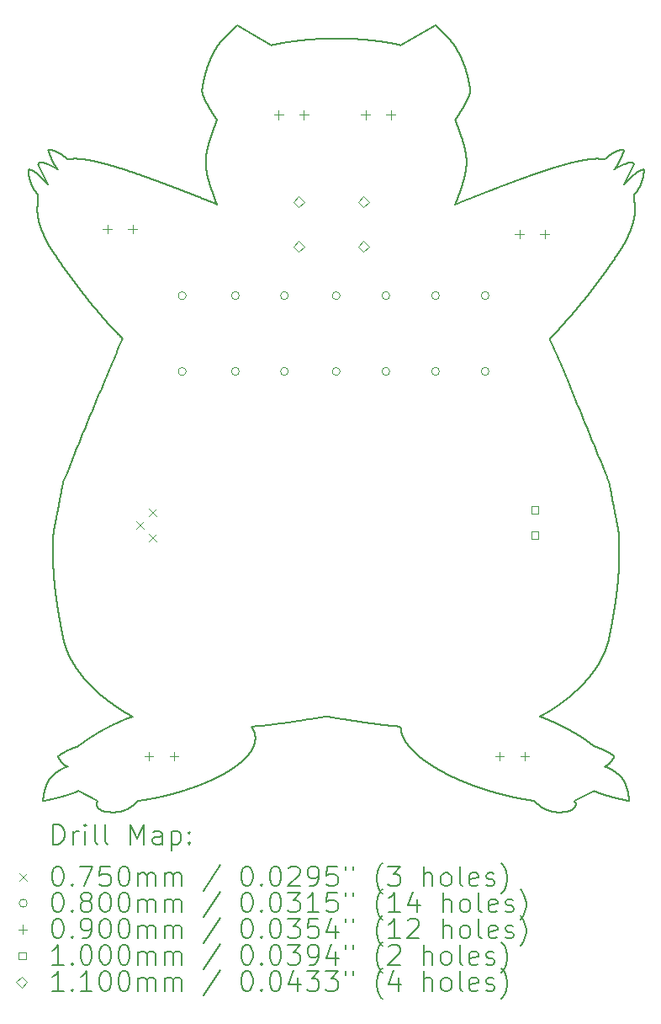
<source format=gbr>
%TF.GenerationSoftware,KiCad,Pcbnew,9.0.2*%
%TF.CreationDate,2025-06-21T22:02:29+02:00*%
%TF.ProjectId,Keychain,4b657963-6861-4696-9e2e-6b696361645f,rev?*%
%TF.SameCoordinates,Original*%
%TF.FileFunction,Drillmap*%
%TF.FilePolarity,Positive*%
%FSLAX45Y45*%
G04 Gerber Fmt 4.5, Leading zero omitted, Abs format (unit mm)*
G04 Created by KiCad (PCBNEW 9.0.2) date 2025-06-21 22:02:29*
%MOMM*%
%LPD*%
G01*
G04 APERTURE LIST*
%ADD10C,0.200000*%
%ADD11C,0.100000*%
%ADD12C,0.110000*%
G04 APERTURE END LIST*
D10*
X19600000Y-12600000D02*
X19599520Y-12602379D01*
X19599032Y-12604757D01*
X19598536Y-12607136D01*
X19598032Y-12609515D01*
X19597519Y-12611894D01*
X19596999Y-12614273D01*
X19596470Y-12616652D01*
X19595933Y-12619031D01*
X19595387Y-12621410D01*
X19594834Y-12623790D01*
X19594272Y-12626169D01*
X19593702Y-12628548D01*
X19593124Y-12630928D01*
X19592537Y-12633308D01*
X19591943Y-12635688D01*
X19591339Y-12638068D01*
X19590728Y-12640448D01*
X19590109Y-12642828D01*
X19589481Y-12645209D01*
X19588844Y-12647589D01*
X19588200Y-12649970D01*
X19587547Y-12652351D01*
X19586886Y-12654733D01*
X19586216Y-12657114D01*
X19585538Y-12659496D01*
X19584852Y-12661878D01*
X19584157Y-12664260D01*
X19583454Y-12666642D01*
X19582743Y-12669025D01*
X19582023Y-12671407D01*
X19581295Y-12673790D01*
X19580558Y-12676174D01*
X19579813Y-12678557D01*
X19579059Y-12680941D01*
X19578297Y-12683325D01*
X19577526Y-12685710D01*
X19576747Y-12688094D01*
X19575959Y-12690479D01*
X19575163Y-12692865D01*
X19574359Y-12695250D01*
X19573545Y-12697636D01*
X19572724Y-12700022D01*
X19571893Y-12702409D01*
X19571055Y-12704796D01*
X19570207Y-12707183D01*
X19569351Y-12709571D01*
X19568486Y-12711959D01*
X19567613Y-12714347D01*
X19566731Y-12716736D01*
X19565840Y-12719125D01*
X19564941Y-12721514D01*
X19564033Y-12723904D01*
X19563116Y-12726294D01*
X19562191Y-12728685D01*
X19561257Y-12731076D01*
X19560314Y-12733467D01*
X19559362Y-12735859D01*
X19558402Y-12738251D01*
X19557433Y-12740643D01*
X19556455Y-12743036D01*
X19555468Y-12745430D01*
X19554473Y-12747824D01*
X19553468Y-12750218D01*
X19552455Y-12752613D01*
X19551433Y-12755008D01*
X19550402Y-12757403D01*
X19549362Y-12759799D01*
X19548314Y-12762196D01*
X19547256Y-12764593D01*
X19546189Y-12766990D01*
X19545114Y-12769388D01*
X19544029Y-12771786D01*
X19542936Y-12774185D01*
X19541833Y-12776584D01*
X19540722Y-12778984D01*
X19539601Y-12781384D01*
X19538471Y-12783785D01*
X19537333Y-12786186D01*
X19536185Y-12788588D01*
X19535028Y-12790990D01*
X19533862Y-12793392D01*
X19532687Y-12795795D01*
X19531503Y-12798199D01*
X19530310Y-12800603D01*
X19529107Y-12803008D01*
X19527895Y-12805413D01*
X19526675Y-12807818D01*
X19525444Y-12810225D01*
X19524205Y-12812631D01*
X19522957Y-12815038D01*
X19521699Y-12817446D01*
X19520432Y-12819854D01*
X19519155Y-12822263D01*
X19517869Y-12824672D01*
X19516574Y-12827081D01*
X19515270Y-12829492D01*
X19513956Y-12831902D01*
X19512633Y-12834314D01*
X19511300Y-12836725D01*
X19509958Y-12839137D01*
X19508607Y-12841550D01*
X19507246Y-12843964D01*
X19505876Y-12846377D01*
X19504496Y-12848792D01*
X19503107Y-12851206D01*
X19501708Y-12853622D01*
X19500299Y-12856038D01*
X19498882Y-12858454D01*
X19497454Y-12860871D01*
X19496017Y-12863288D01*
X19494570Y-12865706D01*
X19493114Y-12868124D01*
X19491648Y-12870543D01*
X19490173Y-12872963D01*
X19488688Y-12875383D01*
X19487193Y-12877803D01*
X19485688Y-12880224D01*
X19484174Y-12882645D01*
X19482650Y-12885067D01*
X19481116Y-12887490D01*
X19479573Y-12889912D01*
X19478019Y-12892336D01*
X19476456Y-12894760D01*
X19474883Y-12897184D01*
X19473300Y-12899609D01*
X19471708Y-12902034D01*
X19470105Y-12904460D01*
X19468493Y-12906886D01*
X19466871Y-12909312D01*
X19465239Y-12911740D01*
X19463597Y-12914167D01*
X19461944Y-12916595D01*
X19460282Y-12919024D01*
X19458610Y-12921452D01*
X19456929Y-12923882D01*
X19455237Y-12926312D01*
X19453534Y-12928742D01*
X19451822Y-12931172D01*
X19450100Y-12933603D01*
X19448368Y-12936035D01*
X19446626Y-12938467D01*
X19444873Y-12940899D01*
X19443111Y-12943331D01*
X19441338Y-12945764D01*
X19439555Y-12948198D01*
X19437762Y-12950631D01*
X19435959Y-12953065D01*
X19434146Y-12955500D01*
X19432322Y-12957934D01*
X19430488Y-12960370D01*
X19428644Y-12962805D01*
X19426790Y-12965241D01*
X19424925Y-12967677D01*
X19423050Y-12970113D01*
X19421165Y-12972550D01*
X19419270Y-12974987D01*
X19417364Y-12977424D01*
X19415448Y-12979861D01*
X19413521Y-12982299D01*
X19411584Y-12984737D01*
X19409637Y-12987175D01*
X19407679Y-12989613D01*
X19405711Y-12992052D01*
X19403733Y-12994491D01*
X19401744Y-12996930D01*
X19399744Y-12999369D01*
X19397734Y-13001808D01*
X19395714Y-13004248D01*
X19393683Y-13006687D01*
X19391642Y-13009127D01*
X19389590Y-13011567D01*
X19387528Y-13014007D01*
X19385455Y-13016447D01*
X19383372Y-13018887D01*
X19381278Y-13021327D01*
X19379173Y-13023767D01*
X19377058Y-13026208D01*
X19374932Y-13028648D01*
X19372796Y-13031088D01*
X19370649Y-13033528D01*
X19368492Y-13035968D01*
X19366324Y-13038409D01*
X19364145Y-13040849D01*
X19361956Y-13043289D01*
X19359756Y-13045729D01*
X19357545Y-13048168D01*
X19355324Y-13050608D01*
X19353092Y-13053047D01*
X19350850Y-13055487D01*
X19348596Y-13057926D01*
X19346332Y-13060365D01*
X19344058Y-13062803D01*
X19341773Y-13065242D01*
X19339477Y-13067680D01*
X19337170Y-13070118D01*
X19334853Y-13072555D01*
X19332525Y-13074992D01*
X19330186Y-13077429D01*
X19327837Y-13079866D01*
X19325477Y-13082302D01*
X19323106Y-13084737D01*
X19320724Y-13087173D01*
X19318332Y-13089607D01*
X19315929Y-13092041D01*
X19313516Y-13094475D01*
X19311091Y-13096908D01*
X19308656Y-13099341D01*
X19306211Y-13101773D01*
X19303755Y-13104204D01*
X19301288Y-13106634D01*
X19298810Y-13109064D01*
X19296322Y-13111494D01*
X19293823Y-13113922D01*
X19291313Y-13116350D01*
X19288793Y-13118777D01*
X19286262Y-13121203D01*
X19283720Y-13123628D01*
X19281168Y-13126052D01*
X19278605Y-13128475D01*
X19276032Y-13130898D01*
X19273448Y-13133319D01*
X19270854Y-13135739D01*
X19268249Y-13138159D01*
X19265633Y-13140577D01*
X19263007Y-13142994D01*
X19260371Y-13145409D01*
X19257724Y-13147824D01*
X19255066Y-13150237D01*
X19252398Y-13152649D01*
X19249720Y-13155060D01*
X19247032Y-13157469D01*
X19244332Y-13159877D01*
X19241623Y-13162283D01*
X19238903Y-13164688D01*
X19236173Y-13167092D01*
X19233433Y-13169493D01*
X19230683Y-13171894D01*
X19227922Y-13174292D01*
X19225151Y-13176689D01*
X19222371Y-13179083D01*
X19219580Y-13181476D01*
X19216779Y-13183868D01*
X19213968Y-13186257D01*
X19211147Y-13188644D01*
X19208316Y-13191029D01*
X19205475Y-13193412D01*
X19202624Y-13195793D01*
X19199764Y-13198172D01*
X19196894Y-13200548D01*
X19194014Y-13202922D01*
X19191125Y-13205294D01*
X19188226Y-13207663D01*
X19185317Y-13210030D01*
X19182400Y-13212394D01*
X19179472Y-13214755D01*
X19176536Y-13217114D01*
X19173590Y-13219470D01*
X19170635Y-13221823D01*
X19167671Y-13224173D01*
X19164698Y-13226520D01*
X19161716Y-13228864D01*
X19158725Y-13231205D01*
X19155725Y-13233542D01*
X19152717Y-13235876D01*
X19149700Y-13238207D01*
X19146674Y-13240535D01*
X19143640Y-13242858D01*
X19140598Y-13245178D01*
X19137548Y-13247495D01*
X19134490Y-13249807D01*
X19131423Y-13252116D01*
X19128349Y-13254420D01*
X19125267Y-13256720D01*
X19122177Y-13259016D01*
X19119080Y-13261308D01*
X19115976Y-13263595D01*
X19112864Y-13265878D01*
X19109746Y-13268156D01*
X19106620Y-13270429D01*
X19103488Y-13272697D01*
X19100349Y-13274960D01*
X19097204Y-13277218D01*
X19094052Y-13279471D01*
X19090895Y-13281718D01*
X19087731Y-13283960D01*
X19084562Y-13286196D01*
X19081388Y-13288426D01*
X19078208Y-13290650D01*
X19075023Y-13292867D01*
X19071834Y-13295079D01*
X19068640Y-13297284D01*
X19065442Y-13299482D01*
X19062239Y-13301673D01*
X19059033Y-13303857D01*
X19055823Y-13306035D01*
X19052611Y-13308204D01*
X19049395Y-13310366D01*
X19046177Y-13312520D01*
X19042956Y-13314666D01*
X19039734Y-13316804D01*
X19036510Y-13318934D01*
X19033285Y-13321054D01*
X19030059Y-13323166D01*
X19026833Y-13325268D01*
X19023607Y-13327361D01*
X19020382Y-13329444D01*
X19017157Y-13331517D01*
X19013935Y-13333579D01*
X19010714Y-13335631D01*
X19007496Y-13337672D01*
X19004281Y-13339701D01*
X19001070Y-13341719D01*
X18997863Y-13343724D01*
X18994662Y-13345717D01*
X18991466Y-13347697D01*
X18988277Y-13349663D01*
X18985096Y-13351616D01*
X18981923Y-13353554D01*
X18978759Y-13355477D01*
X18975606Y-13357385D01*
X18972463Y-13359277D01*
X18969334Y-13361152D01*
X18966217Y-13363010D01*
X18963116Y-13364850D01*
X18960031Y-13366671D01*
X18956963Y-13368473D01*
X18953915Y-13370254D01*
X18950887Y-13372014D01*
X18947883Y-13373751D01*
X18944904Y-13375465D01*
X18941952Y-13377154D01*
X18939030Y-13378818D01*
X18936140Y-13380453D01*
X18933286Y-13382060D01*
X18930470Y-13383636D01*
X18927698Y-13385179D01*
X18924973Y-13386687D01*
X18922301Y-13388157D01*
X18919687Y-13389586D01*
X18917138Y-13390971D01*
X18914663Y-13392308D01*
X18912271Y-13393590D01*
X18909976Y-13394812D01*
X18907794Y-13395966D01*
X18905747Y-13397041D01*
X18903867Y-13398020D01*
X18902204Y-13398878D01*
X18900850Y-13399570D01*
X18900000Y-13400000D01*
X13950000Y-14050000D02*
X13949185Y-14051638D01*
X13948376Y-14053283D01*
X13947572Y-14054935D01*
X13946774Y-14056595D01*
X13945981Y-14058261D01*
X13945194Y-14059934D01*
X13944412Y-14061615D01*
X13943635Y-14063302D01*
X13942864Y-14064997D01*
X13942099Y-14066699D01*
X13941339Y-14068407D01*
X13940585Y-14070123D01*
X13939837Y-14071845D01*
X13939094Y-14073575D01*
X13938357Y-14075311D01*
X13937625Y-14077054D01*
X13936900Y-14078805D01*
X13936180Y-14080562D01*
X13935466Y-14082326D01*
X13934758Y-14084096D01*
X13934055Y-14085874D01*
X13933359Y-14087658D01*
X13932668Y-14089449D01*
X13931983Y-14091247D01*
X13931305Y-14093052D01*
X13930632Y-14094863D01*
X13929966Y-14096680D01*
X13929305Y-14098505D01*
X13928651Y-14100335D01*
X13928003Y-14102173D01*
X13927360Y-14104016D01*
X13926725Y-14105866D01*
X13926095Y-14107723D01*
X13925472Y-14109585D01*
X13924855Y-14111454D01*
X13924244Y-14113329D01*
X13923640Y-14115210D01*
X13923042Y-14117097D01*
X13922451Y-14118990D01*
X13921866Y-14120889D01*
X13921287Y-14122794D01*
X13920716Y-14124704D01*
X13920150Y-14126620D01*
X13919592Y-14128542D01*
X13919040Y-14130469D01*
X13918495Y-14132401D01*
X13917957Y-14134339D01*
X13917425Y-14136282D01*
X13916901Y-14138229D01*
X13916383Y-14140182D01*
X13915872Y-14142140D01*
X13915368Y-14144102D01*
X13914872Y-14146069D01*
X13914382Y-14148040D01*
X13913900Y-14150015D01*
X13913424Y-14151995D01*
X13912956Y-14153978D01*
X13912495Y-14155965D01*
X13912042Y-14157956D01*
X13911596Y-14159950D01*
X13911157Y-14161948D01*
X13910726Y-14163948D01*
X13910302Y-14165951D01*
X13909886Y-14167956D01*
X13909477Y-14169964D01*
X13909076Y-14171974D01*
X13908683Y-14173986D01*
X13908298Y-14175999D01*
X13907920Y-14178013D01*
X13907550Y-14180028D01*
X13907189Y-14182043D01*
X13906835Y-14184059D01*
X13906490Y-14186074D01*
X13906152Y-14188089D01*
X13905823Y-14190103D01*
X13905502Y-14192115D01*
X13905189Y-14194125D01*
X13904885Y-14196133D01*
X13904589Y-14198137D01*
X13904302Y-14200138D01*
X13904023Y-14202135D01*
X13903753Y-14204127D01*
X13903491Y-14206113D01*
X13903238Y-14208093D01*
X13902995Y-14210065D01*
X13902760Y-14212029D01*
X13902534Y-14213984D01*
X13902317Y-14215929D01*
X13902109Y-14217863D01*
X13901911Y-14219784D01*
X13901722Y-14221691D01*
X13901542Y-14223582D01*
X13901372Y-14225456D01*
X13901211Y-14227311D01*
X13901060Y-14229145D01*
X13900918Y-14230955D01*
X13900786Y-14232739D01*
X13900665Y-14234494D01*
X13900553Y-14236215D01*
X13900451Y-14237899D01*
X13900360Y-14239541D01*
X13900278Y-14241135D01*
X13900207Y-14242672D01*
X13900147Y-14244145D01*
X13900097Y-14245539D01*
X13900057Y-14246837D01*
X13900028Y-14248013D01*
X13900010Y-14249023D01*
X13900001Y-14249773D01*
X13900000Y-14250000D01*
X19750000Y-7700000D02*
X19749026Y-7702909D01*
X19748050Y-7705801D01*
X19747071Y-7708675D01*
X19746090Y-7711531D01*
X19745106Y-7714370D01*
X19744120Y-7717190D01*
X19743132Y-7719993D01*
X19742142Y-7722779D01*
X19741150Y-7725546D01*
X19740155Y-7728296D01*
X19739159Y-7731027D01*
X19738160Y-7733741D01*
X19737160Y-7736438D01*
X19736158Y-7739116D01*
X19735154Y-7741776D01*
X19734148Y-7744419D01*
X19733141Y-7747044D01*
X19732131Y-7749651D01*
X19731121Y-7752239D01*
X19730109Y-7754810D01*
X19729095Y-7757363D01*
X19728080Y-7759898D01*
X19727063Y-7762415D01*
X19726046Y-7764914D01*
X19725027Y-7767395D01*
X19724007Y-7769858D01*
X19722986Y-7772302D01*
X19721963Y-7774729D01*
X19720940Y-7777137D01*
X19719916Y-7779527D01*
X19718891Y-7781899D01*
X19717866Y-7784252D01*
X19716839Y-7786588D01*
X19715812Y-7788904D01*
X19714785Y-7791203D01*
X19713757Y-7793483D01*
X19712728Y-7795745D01*
X19711700Y-7797988D01*
X19710671Y-7800212D01*
X19709642Y-7802418D01*
X19708613Y-7804606D01*
X19707584Y-7806774D01*
X19706555Y-7808924D01*
X19705526Y-7811055D01*
X19704498Y-7813168D01*
X19703470Y-7815261D01*
X19702442Y-7817335D01*
X19701415Y-7819390D01*
X19700389Y-7821427D01*
X19699363Y-7823444D01*
X19698339Y-7825441D01*
X19697315Y-7827420D01*
X19696293Y-7829379D01*
X19695271Y-7831318D01*
X19694252Y-7833238D01*
X19693233Y-7835138D01*
X19692216Y-7837019D01*
X19691201Y-7838880D01*
X19690188Y-7840720D01*
X19689177Y-7842541D01*
X19688168Y-7844341D01*
X19687161Y-7846121D01*
X19686157Y-7847881D01*
X19685156Y-7849620D01*
X19684157Y-7851339D01*
X19683161Y-7853036D01*
X19682168Y-7854713D01*
X19681179Y-7856369D01*
X19680193Y-7858003D01*
X19679211Y-7859616D01*
X19678233Y-7861207D01*
X19677259Y-7862776D01*
X19676289Y-7864323D01*
X19675324Y-7865848D01*
X19674364Y-7867351D01*
X19673409Y-7868831D01*
X19672460Y-7870287D01*
X19671517Y-7871721D01*
X19670579Y-7873131D01*
X19669648Y-7874517D01*
X19668724Y-7875879D01*
X19667807Y-7877217D01*
X19666897Y-7878529D01*
X19665996Y-7879817D01*
X19665103Y-7881078D01*
X19664219Y-7882313D01*
X19663344Y-7883522D01*
X19662480Y-7884703D01*
X19661626Y-7885856D01*
X19660785Y-7886980D01*
X19659955Y-7888075D01*
X19659139Y-7889140D01*
X19658336Y-7890174D01*
X19657550Y-7891175D01*
X19656779Y-7892143D01*
X19656027Y-7893076D01*
X19655294Y-7893973D01*
X19654583Y-7894831D01*
X19653896Y-7895648D01*
X19653235Y-7896422D01*
X19652605Y-7897149D01*
X19652010Y-7897825D01*
X19651457Y-7898443D01*
X19650953Y-7898994D01*
X19650516Y-7899464D01*
X19650171Y-7899825D01*
X19650000Y-7900000D01*
X14250000Y-13700000D02*
X14252621Y-13697908D01*
X14255254Y-13695817D01*
X14257899Y-13693726D01*
X14260557Y-13691636D01*
X14263226Y-13689547D01*
X14265908Y-13687458D01*
X14268602Y-13685370D01*
X14271308Y-13683283D01*
X14274026Y-13681196D01*
X14276756Y-13679110D01*
X14279498Y-13677025D01*
X14282253Y-13674941D01*
X14285020Y-13672857D01*
X14287799Y-13670774D01*
X14290590Y-13668692D01*
X14293394Y-13666611D01*
X14296209Y-13664531D01*
X14299037Y-13662451D01*
X14301877Y-13660373D01*
X14304729Y-13658295D01*
X14307594Y-13656219D01*
X14310471Y-13654143D01*
X14313360Y-13652068D01*
X14316261Y-13649995D01*
X14319174Y-13647923D01*
X14322100Y-13645851D01*
X14325038Y-13643781D01*
X14327988Y-13641712D01*
X14330950Y-13639644D01*
X14333925Y-13637577D01*
X14336912Y-13635512D01*
X14339911Y-13633448D01*
X14342922Y-13631385D01*
X14345945Y-13629323D01*
X14348980Y-13627263D01*
X14352028Y-13625205D01*
X14355088Y-13623147D01*
X14358160Y-13621091D01*
X14361244Y-13619037D01*
X14364340Y-13616984D01*
X14367448Y-13614933D01*
X14370568Y-13612883D01*
X14373701Y-13610835D01*
X14376845Y-13608788D01*
X14380002Y-13606743D01*
X14383170Y-13604700D01*
X14386351Y-13602659D01*
X14389543Y-13600620D01*
X14392747Y-13598582D01*
X14395963Y-13596546D01*
X14399191Y-13594512D01*
X14402431Y-13592481D01*
X14405683Y-13590451D01*
X14408946Y-13588423D01*
X14412222Y-13586397D01*
X14415509Y-13584374D01*
X14418807Y-13582352D01*
X14422117Y-13580333D01*
X14425439Y-13578316D01*
X14428772Y-13576302D01*
X14432117Y-13574290D01*
X14435473Y-13572280D01*
X14438841Y-13570273D01*
X14442220Y-13568268D01*
X14445610Y-13566266D01*
X14449012Y-13564266D01*
X14452424Y-13562269D01*
X14455848Y-13560275D01*
X14459283Y-13558284D01*
X14462729Y-13556295D01*
X14466185Y-13554310D01*
X14469653Y-13552327D01*
X14473131Y-13550348D01*
X14476620Y-13548371D01*
X14480120Y-13546398D01*
X14483630Y-13544428D01*
X14487150Y-13542461D01*
X14490681Y-13540497D01*
X14494222Y-13538537D01*
X14497773Y-13536580D01*
X14501335Y-13534627D01*
X14504906Y-13532678D01*
X14508487Y-13530732D01*
X14512078Y-13528790D01*
X14515678Y-13526852D01*
X14519288Y-13524918D01*
X14522907Y-13522988D01*
X14526536Y-13521062D01*
X14530173Y-13519140D01*
X14533820Y-13517223D01*
X14537475Y-13515309D01*
X14541139Y-13513401D01*
X14544811Y-13511496D01*
X14548492Y-13509597D01*
X14552181Y-13507702D01*
X14555878Y-13505812D01*
X14559583Y-13503927D01*
X14563295Y-13502047D01*
X14567015Y-13500172D01*
X14570742Y-13498303D01*
X14574475Y-13496439D01*
X14578216Y-13494580D01*
X14581963Y-13492727D01*
X14585717Y-13490880D01*
X14589476Y-13489038D01*
X14593242Y-13487203D01*
X14597013Y-13485374D01*
X14600789Y-13483551D01*
X14604570Y-13481734D01*
X14608356Y-13479924D01*
X14612146Y-13478121D01*
X14615940Y-13476325D01*
X14619737Y-13474536D01*
X14623538Y-13472754D01*
X14627342Y-13470979D01*
X14631149Y-13469212D01*
X14634957Y-13467452D01*
X14638768Y-13465701D01*
X14642579Y-13463958D01*
X14646392Y-13462223D01*
X14650204Y-13460497D01*
X14654017Y-13458779D01*
X14657828Y-13457071D01*
X14661639Y-13455372D01*
X14665447Y-13453682D01*
X14669253Y-13452002D01*
X14673056Y-13450332D01*
X14676855Y-13448673D01*
X14680649Y-13447024D01*
X14684438Y-13445386D01*
X14688221Y-13443759D01*
X14691996Y-13442144D01*
X14695764Y-13440541D01*
X14699523Y-13438950D01*
X14703272Y-13437372D01*
X14707010Y-13435807D01*
X14710736Y-13434256D01*
X14714449Y-13432719D01*
X14718147Y-13431197D01*
X14721829Y-13429689D01*
X14725493Y-13428198D01*
X14729138Y-13426722D01*
X14732762Y-13425264D01*
X14736363Y-13423823D01*
X14739940Y-13422400D01*
X14743489Y-13420997D01*
X14747009Y-13419614D01*
X14750496Y-13418252D01*
X14753949Y-13416912D01*
X14757363Y-13415595D01*
X14760734Y-13414303D01*
X14764060Y-13413037D01*
X14767335Y-13411798D01*
X14770554Y-13410589D01*
X14773710Y-13409411D01*
X14776798Y-13408268D01*
X14779808Y-13407161D01*
X14782732Y-13406094D01*
X14785556Y-13405071D01*
X14788265Y-13404098D01*
X14790841Y-13403180D01*
X14793257Y-13402327D01*
X14795474Y-13401552D01*
X14797433Y-13400874D01*
X14799024Y-13400330D01*
X14800000Y-13400000D01*
X15650000Y-8250000D02*
X15640478Y-8246192D01*
X15630977Y-8242395D01*
X15621696Y-8238688D01*
X15612435Y-8234991D01*
X15603377Y-8231378D01*
X15594339Y-8227774D01*
X15585490Y-8224248D01*
X15576660Y-8220732D01*
X15568007Y-8217289D01*
X15559373Y-8213855D01*
X15550904Y-8210489D01*
X15542454Y-8207133D01*
X15534160Y-8203840D01*
X15525884Y-8200558D01*
X15517754Y-8197335D01*
X15509643Y-8194122D01*
X15501670Y-8190966D01*
X15493714Y-8187819D01*
X15485890Y-8184726D01*
X15478083Y-8181642D01*
X15470402Y-8178609D01*
X15462736Y-8175586D01*
X15455190Y-8172611D01*
X15447660Y-8169645D01*
X15440244Y-8166726D01*
X15432843Y-8163816D01*
X15425552Y-8160950D01*
X15418275Y-8158092D01*
X15411103Y-8155278D01*
X15403946Y-8152472D01*
X15396888Y-8149707D01*
X15389846Y-8146950D01*
X15382899Y-8144232D01*
X15375967Y-8141523D01*
X15369127Y-8138851D01*
X15362301Y-8136188D01*
X15355564Y-8133561D01*
X15348841Y-8130942D01*
X15342204Y-8128358D01*
X15335580Y-8125782D01*
X15329039Y-8123240D01*
X15322511Y-8120705D01*
X15316063Y-8118204D01*
X15309628Y-8115710D01*
X15303270Y-8113248D01*
X15296926Y-8110793D01*
X15290656Y-8108369D01*
X15284398Y-8105952D01*
X15278213Y-8103565D01*
X15272041Y-8101185D01*
X15265939Y-8098835D01*
X15259849Y-8096491D01*
X15253827Y-8094176D01*
X15247817Y-8091868D01*
X15241873Y-8089587D01*
X15235941Y-8087313D01*
X15230074Y-8085065D01*
X15224218Y-8082824D01*
X15218425Y-8080610D01*
X15212643Y-8078402D01*
X15206922Y-8076219D01*
X15201212Y-8074043D01*
X15195562Y-8071891D01*
X15189923Y-8069746D01*
X15184341Y-8067625D01*
X15178771Y-8065510D01*
X15173256Y-8063419D01*
X15167753Y-8061334D01*
X15162304Y-8059272D01*
X15156867Y-8057216D01*
X15151483Y-8055183D01*
X15146109Y-8053156D01*
X15140788Y-8051150D01*
X15135477Y-8049151D01*
X15130217Y-8047173D01*
X15124967Y-8045201D01*
X15119768Y-8043250D01*
X15114578Y-8041305D01*
X15109438Y-8039381D01*
X15104307Y-8037462D01*
X15099224Y-8035563D01*
X15094151Y-8033671D01*
X15089125Y-8031797D01*
X15084109Y-8029930D01*
X15079138Y-8028082D01*
X15074177Y-8026239D01*
X15069261Y-8024415D01*
X15064354Y-8022597D01*
X15059491Y-8020797D01*
X15054638Y-8019004D01*
X15049828Y-8017227D01*
X15045027Y-8015457D01*
X15040268Y-8013704D01*
X15035519Y-8011957D01*
X15030810Y-8010227D01*
X15026111Y-8008503D01*
X15021452Y-8006796D01*
X15016803Y-8005094D01*
X15012193Y-8003409D01*
X15007593Y-8001729D01*
X15003031Y-8000065D01*
X14998478Y-7998408D01*
X14993963Y-7996766D01*
X14989458Y-7995129D01*
X14984990Y-7993508D01*
X14980530Y-7991893D01*
X14976108Y-7990293D01*
X14971694Y-7988698D01*
X14967316Y-7987119D01*
X14962948Y-7985545D01*
X14958614Y-7983985D01*
X14954290Y-7982431D01*
X14950000Y-7980892D01*
X14945718Y-7979358D01*
X14941471Y-7977838D01*
X14937233Y-7976323D01*
X14933028Y-7974823D01*
X14928832Y-7973328D01*
X14924669Y-7971846D01*
X14920514Y-7970370D01*
X14916392Y-7968908D01*
X14912278Y-7967450D01*
X14908196Y-7966006D01*
X14904122Y-7964568D01*
X14900080Y-7963142D01*
X14896047Y-7961721D01*
X14892044Y-7960314D01*
X14888049Y-7958911D01*
X14884085Y-7957522D01*
X14880129Y-7956137D01*
X14876203Y-7954765D01*
X14872285Y-7953398D01*
X14868397Y-7952043D01*
X14864516Y-7950693D01*
X14860665Y-7949356D01*
X14856822Y-7948023D01*
X14853007Y-7946703D01*
X14849201Y-7945387D01*
X14845422Y-7944083D01*
X14841652Y-7942784D01*
X14837909Y-7941497D01*
X14834174Y-7940214D01*
X14830466Y-7938943D01*
X14826766Y-7937677D01*
X14823094Y-7936422D01*
X14819429Y-7935172D01*
X14815790Y-7933933D01*
X14812159Y-7932699D01*
X14808555Y-7931476D01*
X14804958Y-7930258D01*
X14801387Y-7929050D01*
X14797823Y-7927847D01*
X14794285Y-7926655D01*
X14790755Y-7925468D01*
X14787249Y-7924291D01*
X14783751Y-7923119D01*
X14780279Y-7921957D01*
X14776813Y-7920800D01*
X14773372Y-7919653D01*
X14769938Y-7918510D01*
X14766528Y-7917378D01*
X14763126Y-7916250D01*
X14759748Y-7915133D01*
X14756376Y-7914020D01*
X14753029Y-7912916D01*
X14749688Y-7911818D01*
X14746371Y-7910729D01*
X14743061Y-7909644D01*
X14739774Y-7908569D01*
X14736494Y-7907498D01*
X14733236Y-7906438D01*
X14729986Y-7905381D01*
X14726758Y-7904334D01*
X14723537Y-7903291D01*
X14720338Y-7902257D01*
X14717147Y-7901228D01*
X14713977Y-7900208D01*
X14710813Y-7899192D01*
X14707672Y-7898186D01*
X14704537Y-7897183D01*
X14701424Y-7896190D01*
X14698317Y-7895200D01*
X14695232Y-7894220D01*
X14692153Y-7893244D01*
X14689095Y-7892276D01*
X14686044Y-7891313D01*
X14683013Y-7890359D01*
X14679989Y-7889408D01*
X14676986Y-7888466D01*
X14673988Y-7887528D01*
X14671012Y-7886599D01*
X14668041Y-7885674D01*
X14665091Y-7884757D01*
X14662147Y-7883844D01*
X14659222Y-7882940D01*
X14656305Y-7882039D01*
X14653406Y-7881147D01*
X14650514Y-7880258D01*
X14647641Y-7879378D01*
X14644775Y-7878502D01*
X14641928Y-7877633D01*
X14639087Y-7876769D01*
X14636264Y-7875912D01*
X14633448Y-7875060D01*
X14630651Y-7874215D01*
X14627860Y-7873374D01*
X14625087Y-7872541D01*
X14622321Y-7871712D01*
X14619572Y-7870890D01*
X14616830Y-7870072D01*
X14614106Y-7869262D01*
X14611388Y-7868456D01*
X14608688Y-7867657D01*
X14605994Y-7866862D01*
X14603317Y-7866074D01*
X14600647Y-7865290D01*
X14597994Y-7864513D01*
X14595347Y-7863740D01*
X14592717Y-7862974D01*
X14590093Y-7862212D01*
X14587486Y-7861458D01*
X14584885Y-7860706D01*
X14582302Y-7859962D01*
X14579724Y-7859222D01*
X14577162Y-7858488D01*
X14574607Y-7857759D01*
X14572068Y-7857036D01*
X14569535Y-7856317D01*
X14567018Y-7855604D01*
X14564507Y-7854895D01*
X14562012Y-7854193D01*
X14559523Y-7853495D01*
X14557050Y-7852803D01*
X14554583Y-7852115D01*
X14552132Y-7851434D01*
X14549686Y-7850756D01*
X14547256Y-7850084D01*
X14544832Y-7849416D01*
X14542423Y-7848755D01*
X14540020Y-7848097D01*
X14537632Y-7847445D01*
X14535250Y-7846797D01*
X14532883Y-7846155D01*
X14530521Y-7845517D01*
X14528175Y-7844885D01*
X14525834Y-7844257D01*
X14523508Y-7843634D01*
X14521188Y-7843016D01*
X14518882Y-7842403D01*
X14516582Y-7841793D01*
X14514297Y-7841190D01*
X14512016Y-7840590D01*
X14509751Y-7839996D01*
X14507491Y-7839406D01*
X14505245Y-7838821D01*
X14503004Y-7838240D01*
X14500778Y-7837664D01*
X14498557Y-7837092D01*
X14496350Y-7836526D01*
X14494149Y-7835963D01*
X14491961Y-7835406D01*
X14489779Y-7834852D01*
X14487610Y-7834304D01*
X14485447Y-7833759D01*
X14483297Y-7833220D01*
X14481153Y-7832684D01*
X14479022Y-7832153D01*
X14476896Y-7831626D01*
X14474784Y-7831104D01*
X14472676Y-7830586D01*
X14470583Y-7830073D01*
X14468494Y-7829563D01*
X14466418Y-7829058D01*
X14464348Y-7828557D01*
X14462290Y-7828061D01*
X14460238Y-7827568D01*
X14458198Y-7827081D01*
X14456164Y-7826596D01*
X14454142Y-7826117D01*
X14452126Y-7825641D01*
X14450122Y-7825170D01*
X14448123Y-7824703D01*
X14446136Y-7824240D01*
X14444155Y-7823781D01*
X14442186Y-7823326D01*
X14440221Y-7822875D01*
X14438270Y-7822428D01*
X14436322Y-7821985D01*
X14434388Y-7821546D01*
X14432458Y-7821111D01*
X14430540Y-7820681D01*
X14428627Y-7820253D01*
X14426726Y-7819831D01*
X14424830Y-7819411D01*
X14422946Y-7818996D01*
X14421066Y-7818584D01*
X14419198Y-7818177D01*
X14417335Y-7817773D01*
X14415484Y-7817374D01*
X14413637Y-7816977D01*
X14411802Y-7816586D01*
X14409972Y-7816197D01*
X14408153Y-7815813D01*
X14406339Y-7815431D01*
X14404536Y-7815054D01*
X14402738Y-7814681D01*
X14400951Y-7814311D01*
X14399168Y-7813945D01*
X14397397Y-7813582D01*
X14395630Y-7813223D01*
X14393875Y-7812869D01*
X14392123Y-7812517D01*
X14390383Y-7812169D01*
X14388648Y-7811824D01*
X14386923Y-7811484D01*
X14385203Y-7811146D01*
X14383493Y-7810813D01*
X14381788Y-7810482D01*
X14380094Y-7810156D01*
X14378404Y-7809832D01*
X14376725Y-7809513D01*
X14375050Y-7809196D01*
X14373385Y-7808884D01*
X14371725Y-7808574D01*
X14370075Y-7808268D01*
X14368430Y-7807966D01*
X14366795Y-7807667D01*
X14365164Y-7807371D01*
X14363544Y-7807078D01*
X14361928Y-7806789D01*
X14360322Y-7806503D01*
X14358720Y-7806221D01*
X14357128Y-7805942D01*
X14355540Y-7805666D01*
X14353963Y-7805393D01*
X14352390Y-7805123D01*
X14350826Y-7804858D01*
X14349267Y-7804594D01*
X14347718Y-7804335D01*
X14346172Y-7804078D01*
X14344637Y-7803825D01*
X14343105Y-7803575D01*
X14341583Y-7803328D01*
X14340065Y-7803084D01*
X14338557Y-7802843D01*
X14337053Y-7802605D01*
X14335558Y-7802371D01*
X14334068Y-7802139D01*
X14332587Y-7801911D01*
X14331109Y-7801686D01*
X14329641Y-7801463D01*
X14328177Y-7801244D01*
X14326723Y-7801028D01*
X14325272Y-7800814D01*
X14323831Y-7800604D01*
X14322393Y-7800397D01*
X14320964Y-7800193D01*
X14319540Y-7799991D01*
X14318124Y-7799793D01*
X14316712Y-7799597D01*
X14315310Y-7799405D01*
X14313911Y-7799215D01*
X14312521Y-7799028D01*
X14311134Y-7798844D01*
X14309757Y-7798663D01*
X14308383Y-7798485D01*
X14307018Y-7798309D01*
X14305657Y-7798137D01*
X14304304Y-7797967D01*
X14302955Y-7797800D01*
X14301615Y-7797636D01*
X14300279Y-7797474D01*
X14298951Y-7797316D01*
X14297626Y-7797159D01*
X14296311Y-7797006D01*
X14294998Y-7796856D01*
X14293694Y-7796708D01*
X14292394Y-7796563D01*
X14291102Y-7796420D01*
X14289814Y-7796281D01*
X14288534Y-7796144D01*
X14287257Y-7796009D01*
X14285989Y-7795877D01*
X14284724Y-7795748D01*
X14283468Y-7795621D01*
X14282215Y-7795497D01*
X14280970Y-7795376D01*
X14279728Y-7795257D01*
X14278494Y-7795141D01*
X14277264Y-7795027D01*
X14276042Y-7794916D01*
X14274823Y-7794807D01*
X14273612Y-7794701D01*
X14272405Y-7794597D01*
X14271205Y-7794496D01*
X14270009Y-7794398D01*
X14268820Y-7794301D01*
X14267635Y-7794208D01*
X14266457Y-7794116D01*
X14265283Y-7794027D01*
X14264116Y-7793941D01*
X14262953Y-7793857D01*
X14261797Y-7793775D01*
X14260645Y-7793696D01*
X14259500Y-7793619D01*
X14258358Y-7793545D01*
X14257224Y-7793472D01*
X14256093Y-7793403D01*
X14254969Y-7793335D01*
X14253849Y-7793270D01*
X14252735Y-7793207D01*
X14251625Y-7793147D01*
X14250523Y-7793088D01*
X14249423Y-7793032D01*
X14248331Y-7792979D01*
X14247242Y-7792927D01*
X14246159Y-7792878D01*
X14245080Y-7792831D01*
X14244009Y-7792786D01*
X14242940Y-7792744D01*
X14241878Y-7792703D01*
X14240819Y-7792665D01*
X14239767Y-7792629D01*
X14238719Y-7792596D01*
X14237677Y-7792564D01*
X14236638Y-7792535D01*
X14235606Y-7792507D01*
X14234577Y-7792482D01*
X14233555Y-7792459D01*
X14232536Y-7792438D01*
X14231523Y-7792419D01*
X14230514Y-7792403D01*
X14229511Y-7792388D01*
X14228511Y-7792375D01*
X14227518Y-7792365D01*
X14226528Y-7792356D01*
X14225544Y-7792350D01*
X14224563Y-7792346D01*
X14223589Y-7792343D01*
X14222617Y-7792343D01*
X14221652Y-7792345D01*
X14220690Y-7792348D01*
X14219734Y-7792354D01*
X14218781Y-7792361D01*
X14217835Y-7792371D01*
X14216891Y-7792383D01*
X14215954Y-7792396D01*
X14215019Y-7792411D01*
X14214090Y-7792429D01*
X14213165Y-7792448D01*
X14212245Y-7792469D01*
X14211329Y-7792492D01*
X14210418Y-7792517D01*
X14209510Y-7792544D01*
X14208608Y-7792573D01*
X14207709Y-7792603D01*
X14206816Y-7792636D01*
X14205926Y-7792670D01*
X14205041Y-7792706D01*
X14204160Y-7792744D01*
X14203284Y-7792784D01*
X14202411Y-7792826D01*
X14201544Y-7792869D01*
X14200679Y-7792914D01*
X14199820Y-7792961D01*
X14198964Y-7793010D01*
X14198114Y-7793060D01*
X14197266Y-7793113D01*
X14196424Y-7793167D01*
X14195585Y-7793222D01*
X14194751Y-7793280D01*
X14193920Y-7793339D01*
X14193094Y-7793400D01*
X14192271Y-7793463D01*
X14191453Y-7793527D01*
X14190639Y-7793593D01*
X14189829Y-7793661D01*
X14189022Y-7793730D01*
X14188221Y-7793801D01*
X14187422Y-7793874D01*
X14186628Y-7793948D01*
X14185837Y-7794024D01*
X14185052Y-7794102D01*
X14184268Y-7794181D01*
X14183490Y-7794262D01*
X14182715Y-7794344D01*
X14181945Y-7794428D01*
X14181177Y-7794514D01*
X14180415Y-7794601D01*
X14179655Y-7794690D01*
X14178900Y-7794781D01*
X14178147Y-7794873D01*
X14177400Y-7794966D01*
X14176655Y-7795061D01*
X14175915Y-7795158D01*
X14175178Y-7795256D01*
X14174445Y-7795356D01*
X14173715Y-7795457D01*
X14172990Y-7795560D01*
X14172267Y-7795664D01*
X14171549Y-7795770D01*
X14170834Y-7795877D01*
X14170123Y-7795986D01*
X14169415Y-7796096D01*
X14168711Y-7796208D01*
X14168010Y-7796321D01*
X14167314Y-7796435D01*
X14166619Y-7796551D01*
X14165930Y-7796669D01*
X14165243Y-7796788D01*
X14164561Y-7796908D01*
X14163881Y-7797030D01*
X14163205Y-7797153D01*
X14162532Y-7797278D01*
X14161863Y-7797403D01*
X14161197Y-7797531D01*
X14160535Y-7797660D01*
X14159876Y-7797790D01*
X14159220Y-7797921D01*
X14158568Y-7798054D01*
X14157919Y-7798188D01*
X14157273Y-7798324D01*
X14156631Y-7798461D01*
X14155992Y-7798599D01*
X14155357Y-7798739D01*
X14154724Y-7798880D01*
X14154095Y-7799022D01*
X14153468Y-7799166D01*
X14152846Y-7799311D01*
X14152226Y-7799457D01*
X14151610Y-7799605D01*
X14150997Y-7799754D01*
X14150000Y-7800000D01*
X14250000Y-14150000D02*
X14450000Y-14250000D01*
X14050000Y-7900000D02*
X13950000Y-7850000D01*
X19550000Y-13900000D02*
X19550432Y-13900146D01*
X19550963Y-13900330D01*
X19551697Y-13900586D01*
X19552627Y-13900915D01*
X19553749Y-13901318D01*
X19555056Y-13901794D01*
X19556543Y-13902344D01*
X19557352Y-13902646D01*
X19558204Y-13902966D01*
X19559098Y-13903305D01*
X19560033Y-13903662D01*
X19561008Y-13904037D01*
X19562024Y-13904431D01*
X19563079Y-13904843D01*
X19564172Y-13905273D01*
X19565304Y-13905722D01*
X19566472Y-13906189D01*
X19567676Y-13906674D01*
X19568916Y-13907178D01*
X19570191Y-13907700D01*
X19571501Y-13908240D01*
X19572843Y-13908798D01*
X19574219Y-13909375D01*
X19575626Y-13909970D01*
X19577065Y-13910583D01*
X19578535Y-13911215D01*
X19580034Y-13911865D01*
X19581562Y-13912534D01*
X19583119Y-13913220D01*
X19584704Y-13913925D01*
X19586316Y-13914648D01*
X19587954Y-13915390D01*
X19589618Y-13916150D01*
X19591306Y-13916928D01*
X19593019Y-13917725D01*
X19594755Y-13918539D01*
X19596514Y-13919373D01*
X19598295Y-13920224D01*
X19600098Y-13921094D01*
X19601921Y-13921982D01*
X19603763Y-13922888D01*
X19604692Y-13923348D01*
X19605625Y-13923813D01*
X19606563Y-13924282D01*
X19607506Y-13924756D01*
X19608453Y-13925234D01*
X19609404Y-13925717D01*
X19610360Y-13926205D01*
X19611319Y-13926697D01*
X19612283Y-13927193D01*
X19613251Y-13927695D01*
X19614222Y-13928200D01*
X19615198Y-13928711D01*
X19616177Y-13929226D01*
X19617160Y-13929745D01*
X19618146Y-13930270D01*
X19619136Y-13930798D01*
X19620129Y-13931332D01*
X19621125Y-13931869D01*
X19622125Y-13932412D01*
X19623128Y-13932959D01*
X19624134Y-13933511D01*
X19625142Y-13934067D01*
X19626154Y-13934627D01*
X19627168Y-13935193D01*
X19628185Y-13935763D01*
X19629204Y-13936337D01*
X19630226Y-13936916D01*
X19631250Y-13937500D01*
X19632277Y-13938088D01*
X19633305Y-13938681D01*
X19634336Y-13939278D01*
X19635369Y-13939880D01*
X19636404Y-13940487D01*
X19637440Y-13941098D01*
X19638479Y-13941714D01*
X19639519Y-13942334D01*
X19640560Y-13942959D01*
X19641603Y-13943588D01*
X19642648Y-13944222D01*
X19643694Y-13944861D01*
X19644741Y-13945504D01*
X19645789Y-13946152D01*
X19646838Y-13946804D01*
X19647888Y-13947461D01*
X19648939Y-13948122D01*
X19649991Y-13948788D01*
X19651043Y-13949459D01*
X19652096Y-13950134D01*
X19653150Y-13950814D01*
X19654204Y-13951498D01*
X19655258Y-13952187D01*
X19656313Y-13952881D01*
X19657367Y-13953579D01*
X19658422Y-13954282D01*
X19659477Y-13954989D01*
X19660531Y-13955701D01*
X19661585Y-13956417D01*
X19662639Y-13957138D01*
X19663693Y-13957864D01*
X19664746Y-13958594D01*
X19665799Y-13959328D01*
X19666851Y-13960068D01*
X19667902Y-13960812D01*
X19668952Y-13961560D01*
X19670001Y-13962313D01*
X19671050Y-13963071D01*
X19672097Y-13963833D01*
X19673143Y-13964600D01*
X19674188Y-13965371D01*
X19675231Y-13966147D01*
X19676273Y-13966927D01*
X19677313Y-13967712D01*
X19678352Y-13968502D01*
X19679389Y-13969296D01*
X19680424Y-13970095D01*
X19681458Y-13970898D01*
X19682489Y-13971706D01*
X19683518Y-13972519D01*
X19684545Y-13973336D01*
X19685570Y-13974158D01*
X19686592Y-13974984D01*
X19687612Y-13975815D01*
X19688629Y-13976650D01*
X19689644Y-13977490D01*
X19690656Y-13978335D01*
X19691665Y-13979184D01*
X19692671Y-13980038D01*
X19693675Y-13980896D01*
X19694675Y-13981759D01*
X19695672Y-13982626D01*
X19696666Y-13983498D01*
X19697656Y-13984375D01*
X19698643Y-13985256D01*
X19699627Y-13986142D01*
X19700607Y-13987032D01*
X19701583Y-13987927D01*
X19702555Y-13988827D01*
X19703524Y-13989731D01*
X19704488Y-13990639D01*
X19705449Y-13991553D01*
X19706405Y-13992471D01*
X19707357Y-13993393D01*
X19708305Y-13994320D01*
X19709249Y-13995251D01*
X19710187Y-13996188D01*
X19711122Y-13997128D01*
X19712051Y-13998074D01*
X19712976Y-13999023D01*
X19713896Y-13999978D01*
X19714811Y-14000937D01*
X19715721Y-14001900D01*
X19716626Y-14002869D01*
X19717525Y-14003841D01*
X19718420Y-14004819D01*
X19719309Y-14005801D01*
X19720192Y-14006787D01*
X19721070Y-14007778D01*
X19721942Y-14008774D01*
X19722808Y-14009774D01*
X19723669Y-14010779D01*
X19724524Y-14011788D01*
X19725372Y-14012802D01*
X19726215Y-14013821D01*
X19727051Y-14014844D01*
X19727881Y-14015871D01*
X19728704Y-14016904D01*
X19729521Y-14017940D01*
X19729928Y-14018461D01*
X19730332Y-14018982D01*
X19730735Y-14019504D01*
X19731136Y-14020028D01*
X19731535Y-14020553D01*
X19731933Y-14021078D01*
X19732329Y-14021605D01*
X19732723Y-14022134D01*
X19733116Y-14022663D01*
X19733507Y-14023193D01*
X19733896Y-14023725D01*
X19734283Y-14024258D01*
X19734669Y-14024791D01*
X19735053Y-14025326D01*
X19735434Y-14025863D01*
X19735815Y-14026400D01*
X19736193Y-14026938D01*
X19736569Y-14027478D01*
X19736944Y-14028019D01*
X19737317Y-14028561D01*
X19737688Y-14029104D01*
X19738057Y-14029648D01*
X19738424Y-14030193D01*
X19738789Y-14030740D01*
X19739153Y-14031287D01*
X19739514Y-14031836D01*
X19739874Y-14032386D01*
X19740231Y-14032937D01*
X19740587Y-14033489D01*
X19740941Y-14034042D01*
X19741292Y-14034597D01*
X19741642Y-14035152D01*
X19741990Y-14035709D01*
X19742335Y-14036267D01*
X19742679Y-14036826D01*
X19743021Y-14037386D01*
X19743360Y-14037948D01*
X19743698Y-14038510D01*
X19744033Y-14039074D01*
X19744367Y-14039638D01*
X19744698Y-14040204D01*
X19745027Y-14040771D01*
X19745354Y-14041340D01*
X19745679Y-14041909D01*
X19746002Y-14042479D01*
X19746323Y-14043051D01*
X19746641Y-14043624D01*
X19746958Y-14044198D01*
X19747272Y-14044773D01*
X19747584Y-14045349D01*
X19747894Y-14045926D01*
X19748201Y-14046505D01*
X19748507Y-14047085D01*
X19748810Y-14047665D01*
X19749111Y-14048247D01*
X19749410Y-14048830D01*
X19749706Y-14049415D01*
X19750000Y-14050000D01*
X14500000Y-14350000D02*
X14500994Y-14350247D01*
X14501986Y-14350492D01*
X14502977Y-14350735D01*
X14503966Y-14350975D01*
X14504955Y-14351213D01*
X14505941Y-14351448D01*
X14506926Y-14351681D01*
X14507910Y-14351912D01*
X14508892Y-14352140D01*
X14509872Y-14352366D01*
X14510852Y-14352589D01*
X14511829Y-14352810D01*
X14512806Y-14353029D01*
X14513780Y-14353245D01*
X14514754Y-14353459D01*
X14515726Y-14353670D01*
X14516697Y-14353880D01*
X14517666Y-14354086D01*
X14518633Y-14354291D01*
X14519600Y-14354493D01*
X14520565Y-14354693D01*
X14521528Y-14354890D01*
X14522490Y-14355085D01*
X14523451Y-14355278D01*
X14524410Y-14355469D01*
X14525368Y-14355657D01*
X14526324Y-14355843D01*
X14527279Y-14356026D01*
X14528233Y-14356208D01*
X14529185Y-14356387D01*
X14530136Y-14356563D01*
X14531086Y-14356738D01*
X14532034Y-14356910D01*
X14532980Y-14357080D01*
X14533926Y-14357247D01*
X14534870Y-14357413D01*
X14535813Y-14357576D01*
X14536754Y-14357736D01*
X14537694Y-14357895D01*
X14538632Y-14358051D01*
X14539570Y-14358205D01*
X14540505Y-14358357D01*
X14541440Y-14358506D01*
X14542373Y-14358654D01*
X14543305Y-14358799D01*
X14544235Y-14358941D01*
X14545164Y-14359082D01*
X14546092Y-14359220D01*
X14547019Y-14359357D01*
X14547944Y-14359490D01*
X14548868Y-14359622D01*
X14549790Y-14359752D01*
X14550711Y-14359879D01*
X14551631Y-14360004D01*
X14552550Y-14360127D01*
X14553467Y-14360248D01*
X14554383Y-14360366D01*
X14555298Y-14360483D01*
X14556211Y-14360597D01*
X14557123Y-14360709D01*
X14558034Y-14360819D01*
X14558943Y-14360926D01*
X14559852Y-14361032D01*
X14560758Y-14361135D01*
X14561664Y-14361236D01*
X14562568Y-14361335D01*
X14563472Y-14361432D01*
X14564373Y-14361527D01*
X14565274Y-14361620D01*
X14566173Y-14361710D01*
X14567071Y-14361799D01*
X14567968Y-14361885D01*
X14568864Y-14361969D01*
X14569758Y-14362051D01*
X14570651Y-14362131D01*
X14571543Y-14362208D01*
X14572433Y-14362284D01*
X14573323Y-14362358D01*
X14574211Y-14362429D01*
X14575098Y-14362498D01*
X14575983Y-14362565D01*
X14576868Y-14362631D01*
X14577751Y-14362694D01*
X14578633Y-14362754D01*
X14579514Y-14362813D01*
X14580393Y-14362870D01*
X14581272Y-14362925D01*
X14582149Y-14362977D01*
X14583025Y-14363028D01*
X14583899Y-14363076D01*
X14584773Y-14363123D01*
X14585645Y-14363167D01*
X14587386Y-14363250D01*
X14589123Y-14363324D01*
X14590854Y-14363390D01*
X14592581Y-14363448D01*
X14594304Y-14363498D01*
X14596022Y-14363539D01*
X14597735Y-14363573D01*
X14599443Y-14363598D01*
X14601147Y-14363616D01*
X14602847Y-14363625D01*
X14604542Y-14363627D01*
X14606232Y-14363620D01*
X14607918Y-14363606D01*
X14609600Y-14363583D01*
X14611277Y-14363553D01*
X14612950Y-14363514D01*
X14614619Y-14363468D01*
X14616283Y-14363414D01*
X14617943Y-14363352D01*
X14619598Y-14363283D01*
X14621250Y-14363205D01*
X14622897Y-14363120D01*
X14624540Y-14363027D01*
X14626179Y-14362926D01*
X14627813Y-14362817D01*
X14629444Y-14362701D01*
X14631070Y-14362577D01*
X14632692Y-14362445D01*
X14634311Y-14362306D01*
X14635925Y-14362159D01*
X14637535Y-14362004D01*
X14639142Y-14361842D01*
X14640744Y-14361672D01*
X14642342Y-14361494D01*
X14643937Y-14361309D01*
X14645528Y-14361117D01*
X14647114Y-14360916D01*
X14648697Y-14360708D01*
X14650277Y-14360493D01*
X14651852Y-14360270D01*
X14653424Y-14360040D01*
X14654992Y-14359802D01*
X14656556Y-14359556D01*
X14658116Y-14359303D01*
X14659673Y-14359043D01*
X14661227Y-14358775D01*
X14662776Y-14358499D01*
X14664323Y-14358216D01*
X14665865Y-14357926D01*
X14667404Y-14357628D01*
X14668940Y-14357323D01*
X14670472Y-14357010D01*
X14672001Y-14356690D01*
X14673526Y-14356362D01*
X14675048Y-14356027D01*
X14676566Y-14355685D01*
X14678081Y-14355335D01*
X14679593Y-14354978D01*
X14681101Y-14354613D01*
X14682607Y-14354241D01*
X14684109Y-14353861D01*
X14685607Y-14353474D01*
X14687103Y-14353080D01*
X14688595Y-14352678D01*
X14690084Y-14352269D01*
X14691570Y-14351852D01*
X14693053Y-14351428D01*
X14694533Y-14350997D01*
X14696010Y-14350558D01*
X14697484Y-14350112D01*
X14698955Y-14349658D01*
X14700423Y-14349197D01*
X14701888Y-14348728D01*
X14703350Y-14348252D01*
X14704809Y-14347769D01*
X14706265Y-14347278D01*
X14707719Y-14346780D01*
X14709169Y-14346274D01*
X14710617Y-14345761D01*
X14712062Y-14345240D01*
X14713504Y-14344712D01*
X14714944Y-14344176D01*
X14716381Y-14343633D01*
X14717815Y-14343082D01*
X14719247Y-14342523D01*
X14720676Y-14341957D01*
X14722102Y-14341384D01*
X14723526Y-14340803D01*
X14724948Y-14340214D01*
X14726367Y-14339618D01*
X14727783Y-14339014D01*
X14729198Y-14338403D01*
X14730609Y-14337784D01*
X14732019Y-14337157D01*
X14733426Y-14336523D01*
X14734830Y-14335880D01*
X14736233Y-14335230D01*
X14737633Y-14334573D01*
X14739031Y-14333907D01*
X14740427Y-14333234D01*
X14741821Y-14332553D01*
X14743212Y-14331864D01*
X14744602Y-14331168D01*
X14745989Y-14330463D01*
X14747375Y-14329750D01*
X14748759Y-14329030D01*
X14750140Y-14328301D01*
X14751520Y-14327565D01*
X14752898Y-14326820D01*
X14754274Y-14326067D01*
X14755649Y-14325307D01*
X14757022Y-14324538D01*
X14758393Y-14323760D01*
X14759762Y-14322975D01*
X14761130Y-14322181D01*
X14762497Y-14321379D01*
X14763862Y-14320569D01*
X14765225Y-14319750D01*
X14766588Y-14318922D01*
X14767949Y-14318087D01*
X14769309Y-14317242D01*
X14770667Y-14316389D01*
X14772025Y-14315527D01*
X14773381Y-14314656D01*
X14774737Y-14313777D01*
X14776092Y-14312889D01*
X14777446Y-14311991D01*
X14778799Y-14311085D01*
X14780151Y-14310169D01*
X14781503Y-14309244D01*
X14782855Y-14308310D01*
X14784206Y-14307366D01*
X14785557Y-14306413D01*
X14786908Y-14305450D01*
X14788260Y-14304477D01*
X14789611Y-14303495D01*
X14790962Y-14302502D01*
X14792314Y-14301499D01*
X14793667Y-14300486D01*
X14795020Y-14299463D01*
X14796374Y-14298428D01*
X14797730Y-14297383D01*
X14799086Y-14296327D01*
X14800445Y-14295259D01*
X14801805Y-14294180D01*
X14803167Y-14293089D01*
X14804532Y-14291986D01*
X14805900Y-14290871D01*
X14807270Y-14289743D01*
X14808644Y-14288601D01*
X14810022Y-14287447D01*
X14811404Y-14286278D01*
X14812791Y-14285094D01*
X14814184Y-14283896D01*
X14815583Y-14282682D01*
X14816988Y-14281452D01*
X14818402Y-14280204D01*
X14819823Y-14278938D01*
X14821255Y-14277653D01*
X14822698Y-14276347D01*
X14824153Y-14275020D01*
X14825622Y-14273669D01*
X14827108Y-14272292D01*
X14828612Y-14270888D01*
X14830138Y-14269452D01*
X14831689Y-14267981D01*
X14833271Y-14266471D01*
X14834890Y-14264916D01*
X14836553Y-14263306D01*
X14838272Y-14261632D01*
X14840064Y-14259875D01*
X14841956Y-14258011D01*
X14843991Y-14255994D01*
X14846262Y-14253734D01*
X14849017Y-14250983D01*
X14850000Y-14250000D01*
X19850000Y-8150000D02*
X19850004Y-8152316D01*
X19850016Y-8154638D01*
X19850036Y-8156968D01*
X19850064Y-8159307D01*
X19850100Y-8161656D01*
X19850144Y-8164017D01*
X19850196Y-8166391D01*
X19850256Y-8168780D01*
X19850325Y-8171186D01*
X19850402Y-8173612D01*
X19850488Y-8176059D01*
X19850583Y-8178530D01*
X19850687Y-8181029D01*
X19850799Y-8183559D01*
X19850922Y-8186125D01*
X19851054Y-8188730D01*
X19851196Y-8191382D01*
X19851349Y-8194086D01*
X19851514Y-8196851D01*
X19851690Y-8199688D01*
X19851880Y-8202610D01*
X19852083Y-8205633D01*
X19852304Y-8208780D01*
X19852542Y-8212084D01*
X19852804Y-8215591D01*
X19853094Y-8219379D01*
X19853423Y-8223583D01*
X19853816Y-8228508D01*
X19854261Y-8234034D01*
X19854630Y-8238604D01*
X19854994Y-8243152D01*
X19855173Y-8245420D01*
X19855350Y-8247684D01*
X19855524Y-8249945D01*
X19855696Y-8252203D01*
X19855864Y-8254459D01*
X19856028Y-8256713D01*
X19856189Y-8258966D01*
X19856345Y-8261218D01*
X19856496Y-8263470D01*
X19856642Y-8265722D01*
X19856782Y-8267975D01*
X19856917Y-8270230D01*
X19857046Y-8272486D01*
X19857168Y-8274744D01*
X19857283Y-8277005D01*
X19857391Y-8279269D01*
X19857491Y-8281537D01*
X19857539Y-8282673D01*
X19857584Y-8283810D01*
X19857627Y-8284948D01*
X19857668Y-8286087D01*
X19857707Y-8287227D01*
X19857743Y-8288369D01*
X19857778Y-8289512D01*
X19857810Y-8290657D01*
X19857840Y-8291803D01*
X19857867Y-8292951D01*
X19857892Y-8294101D01*
X19857915Y-8295252D01*
X19857935Y-8296405D01*
X19857952Y-8297560D01*
X19857967Y-8298717D01*
X19857979Y-8299876D01*
X19857988Y-8301037D01*
X19857995Y-8302200D01*
X19857999Y-8303366D01*
X19858000Y-8304533D01*
X19857998Y-8305703D01*
X19857994Y-8306875D01*
X19857986Y-8308050D01*
X19857975Y-8309227D01*
X19857962Y-8310406D01*
X19857945Y-8311589D01*
X19857925Y-8312774D01*
X19857902Y-8313961D01*
X19857875Y-8315152D01*
X19857846Y-8316345D01*
X19857813Y-8317541D01*
X19857777Y-8318740D01*
X19857737Y-8319943D01*
X19857694Y-8321148D01*
X19857647Y-8322356D01*
X19857597Y-8323568D01*
X19857543Y-8324783D01*
X19857486Y-8326002D01*
X19857425Y-8327223D01*
X19857360Y-8328449D01*
X19857292Y-8329678D01*
X19857219Y-8330910D01*
X19857143Y-8332146D01*
X19857063Y-8333386D01*
X19856979Y-8334630D01*
X19856891Y-8335877D01*
X19856799Y-8337128D01*
X19856703Y-8338384D01*
X19856603Y-8339643D01*
X19856499Y-8340907D01*
X19856390Y-8342174D01*
X19856278Y-8343446D01*
X19856161Y-8344722D01*
X19856039Y-8346003D01*
X19855913Y-8347288D01*
X19855783Y-8348577D01*
X19855649Y-8349871D01*
X19855509Y-8351169D01*
X19855366Y-8352473D01*
X19855217Y-8353781D01*
X19855064Y-8355093D01*
X19854907Y-8356411D01*
X19854744Y-8357733D01*
X19854577Y-8359060D01*
X19854405Y-8360393D01*
X19854229Y-8361730D01*
X19854047Y-8363073D01*
X19853860Y-8364421D01*
X19853668Y-8365774D01*
X19853472Y-8367133D01*
X19853270Y-8368496D01*
X19853063Y-8369866D01*
X19852851Y-8371241D01*
X19852634Y-8372621D01*
X19852411Y-8374007D01*
X19852183Y-8375399D01*
X19851950Y-8376797D01*
X19851711Y-8378200D01*
X19851467Y-8379609D01*
X19851217Y-8381025D01*
X19850962Y-8382446D01*
X19850702Y-8383873D01*
X19850435Y-8385307D01*
X19850163Y-8386747D01*
X19849886Y-8388193D01*
X19849602Y-8389645D01*
X19849313Y-8391104D01*
X19849018Y-8392569D01*
X19848717Y-8394041D01*
X19848410Y-8395519D01*
X19848097Y-8397004D01*
X19847779Y-8398495D01*
X19847454Y-8399994D01*
X19847123Y-8401499D01*
X19846785Y-8403011D01*
X19846442Y-8404530D01*
X19846092Y-8406056D01*
X19845737Y-8407589D01*
X19845374Y-8409130D01*
X19845006Y-8410677D01*
X19844631Y-8412232D01*
X19844249Y-8413794D01*
X19843861Y-8415363D01*
X19843467Y-8416940D01*
X19843066Y-8418525D01*
X19842658Y-8420117D01*
X19842244Y-8421716D01*
X19841823Y-8423324D01*
X19841395Y-8424939D01*
X19840960Y-8426562D01*
X19840518Y-8428192D01*
X19840070Y-8429831D01*
X19839614Y-8431478D01*
X19839152Y-8433133D01*
X19838682Y-8434795D01*
X19838206Y-8436467D01*
X19837722Y-8438146D01*
X19837231Y-8439834D01*
X19836733Y-8441530D01*
X19836228Y-8443234D01*
X19835716Y-8444947D01*
X19835196Y-8446669D01*
X19834668Y-8448399D01*
X19834134Y-8450138D01*
X19833591Y-8451885D01*
X19833041Y-8453642D01*
X19832484Y-8455407D01*
X19831919Y-8457181D01*
X19831347Y-8458965D01*
X19830766Y-8460757D01*
X19830178Y-8462558D01*
X19829582Y-8464369D01*
X19828979Y-8466189D01*
X19828367Y-8468018D01*
X19827748Y-8469856D01*
X19827120Y-8471704D01*
X19826485Y-8473562D01*
X19825841Y-8475429D01*
X19825190Y-8477306D01*
X19824530Y-8479192D01*
X19823862Y-8481088D01*
X19823186Y-8482994D01*
X19822502Y-8484909D01*
X19821809Y-8486835D01*
X19821108Y-8488771D01*
X19820398Y-8490716D01*
X19819680Y-8492672D01*
X19818954Y-8494638D01*
X19818219Y-8496614D01*
X19817475Y-8498601D01*
X19816723Y-8500598D01*
X19815962Y-8502605D01*
X19815192Y-8504623D01*
X19814414Y-8506651D01*
X19813627Y-8508690D01*
X19812831Y-8510740D01*
X19812026Y-8512800D01*
X19811212Y-8514871D01*
X19810389Y-8516953D01*
X19809557Y-8519046D01*
X19808716Y-8521150D01*
X19807866Y-8523265D01*
X19807007Y-8525391D01*
X19806139Y-8527528D01*
X19805261Y-8529677D01*
X19804374Y-8531837D01*
X19803478Y-8534008D01*
X19802572Y-8536190D01*
X19801657Y-8538384D01*
X19800732Y-8540590D01*
X19799798Y-8542807D01*
X19798854Y-8545036D01*
X19797901Y-8547276D01*
X19796938Y-8549529D01*
X19795965Y-8551793D01*
X19794983Y-8554069D01*
X19793991Y-8556357D01*
X19792989Y-8558657D01*
X19791977Y-8560969D01*
X19790955Y-8563294D01*
X19789924Y-8565630D01*
X19788882Y-8567979D01*
X19787830Y-8570340D01*
X19786768Y-8572714D01*
X19785696Y-8575100D01*
X19784614Y-8577499D01*
X19783522Y-8579910D01*
X19782419Y-8582334D01*
X19781306Y-8584770D01*
X19780183Y-8587220D01*
X19779049Y-8589682D01*
X19777905Y-8592157D01*
X19776750Y-8594645D01*
X19775585Y-8597146D01*
X19774409Y-8599660D01*
X19773223Y-8602188D01*
X19772026Y-8604728D01*
X19770818Y-8607282D01*
X19769599Y-8609849D01*
X19768370Y-8612430D01*
X19767130Y-8615024D01*
X19765879Y-8617632D01*
X19764617Y-8620253D01*
X19763344Y-8622888D01*
X19762060Y-8625536D01*
X19760764Y-8628198D01*
X19759458Y-8630875D01*
X19758141Y-8633565D01*
X19756812Y-8636269D01*
X19755473Y-8638987D01*
X19754121Y-8641719D01*
X19752759Y-8644465D01*
X19751385Y-8647225D01*
X19750000Y-8650000D01*
X19850000Y-8150000D02*
X19851060Y-8148934D01*
X19852115Y-8147862D01*
X19853166Y-8146784D01*
X19854211Y-8145698D01*
X19855252Y-8144606D01*
X19856289Y-8143508D01*
X19857320Y-8142403D01*
X19858347Y-8141291D01*
X19859369Y-8140172D01*
X19860387Y-8139047D01*
X19861400Y-8137915D01*
X19862408Y-8136777D01*
X19863411Y-8135631D01*
X19864410Y-8134479D01*
X19865404Y-8133321D01*
X19866393Y-8132155D01*
X19867377Y-8130983D01*
X19868357Y-8129804D01*
X19869332Y-8128618D01*
X19870302Y-8127426D01*
X19871268Y-8126226D01*
X19872228Y-8125020D01*
X19873184Y-8123807D01*
X19874135Y-8122587D01*
X19875082Y-8121360D01*
X19876023Y-8120127D01*
X19876960Y-8118886D01*
X19877892Y-8117639D01*
X19878819Y-8116385D01*
X19879742Y-8115124D01*
X19880659Y-8113855D01*
X19881572Y-8112580D01*
X19882480Y-8111298D01*
X19883383Y-8110009D01*
X19884281Y-8108714D01*
X19885175Y-8107411D01*
X19886063Y-8106101D01*
X19886947Y-8104784D01*
X19887825Y-8103460D01*
X19888699Y-8102129D01*
X19889568Y-8100791D01*
X19890432Y-8099446D01*
X19891291Y-8098095D01*
X19892144Y-8096736D01*
X19892993Y-8095369D01*
X19893837Y-8093996D01*
X19894676Y-8092616D01*
X19895510Y-8091229D01*
X19896339Y-8089835D01*
X19897163Y-8088433D01*
X19897981Y-8087025D01*
X19898795Y-8085609D01*
X19899603Y-8084186D01*
X19900407Y-8082757D01*
X19901205Y-8081320D01*
X19901998Y-8079876D01*
X19902785Y-8078425D01*
X19903568Y-8076967D01*
X19904345Y-8075501D01*
X19905117Y-8074029D01*
X19905884Y-8072549D01*
X19906645Y-8071063D01*
X19907402Y-8069569D01*
X19908152Y-8068068D01*
X19908898Y-8066560D01*
X19909638Y-8065046D01*
X19910373Y-8063524D01*
X19911102Y-8061994D01*
X19911825Y-8060458D01*
X19912544Y-8058915D01*
X19913256Y-8057365D01*
X19913964Y-8055808D01*
X19914665Y-8054243D01*
X19915361Y-8052672D01*
X19916052Y-8051094D01*
X19916736Y-8049509D01*
X19917415Y-8047917D01*
X19918089Y-8046318D01*
X19918756Y-8044712D01*
X19919418Y-8043099D01*
X19920074Y-8041479D01*
X19920724Y-8039853D01*
X19921369Y-8038220D01*
X19922007Y-8036580D01*
X19922639Y-8034933D01*
X19923266Y-8033280D01*
X19923887Y-8031620D01*
X19924501Y-8029953D01*
X19925110Y-8028280D01*
X19925712Y-8026600D01*
X19926308Y-8024914D01*
X19926898Y-8023221D01*
X19927482Y-8021522D01*
X19928060Y-8019817D01*
X19928631Y-8018106D01*
X19929196Y-8016388D01*
X19929754Y-8014664D01*
X19930307Y-8012934D01*
X19930852Y-8011198D01*
X19931392Y-8009456D01*
X19931925Y-8007709D01*
X19932451Y-8005956D01*
X19932970Y-8004197D01*
X19933483Y-8002432D01*
X19933990Y-8000662D01*
X19934489Y-7998887D01*
X19934982Y-7997106D01*
X19935468Y-7995321D01*
X19935947Y-7993530D01*
X19936419Y-7991735D01*
X19936884Y-7989935D01*
X19937342Y-7988130D01*
X19937793Y-7986321D01*
X19938237Y-7984507D01*
X19938674Y-7982690D01*
X19939103Y-7980869D01*
X19939526Y-7979043D01*
X19939941Y-7977215D01*
X19940348Y-7975383D01*
X19940748Y-7973548D01*
X19941141Y-7971710D01*
X19941526Y-7969869D01*
X19941903Y-7968027D01*
X19942273Y-7966182D01*
X19942635Y-7964335D01*
X19942990Y-7962487D01*
X19943336Y-7960638D01*
X19943675Y-7958787D01*
X19944006Y-7956937D01*
X19944328Y-7955086D01*
X19944643Y-7953236D01*
X19944949Y-7951387D01*
X19945247Y-7949539D01*
X19945537Y-7947693D01*
X19945819Y-7945849D01*
X19946092Y-7944008D01*
X19946356Y-7942171D01*
X19946612Y-7940338D01*
X19946860Y-7938510D01*
X19947099Y-7936687D01*
X19947329Y-7934872D01*
X19947550Y-7933064D01*
X19947762Y-7931264D01*
X19947965Y-7929474D01*
X19948159Y-7927695D01*
X19948344Y-7925929D01*
X19948519Y-7924176D01*
X19948685Y-7922438D01*
X19948842Y-7920717D01*
X19948989Y-7919016D01*
X19949127Y-7917336D01*
X19949255Y-7915680D01*
X19949373Y-7914051D01*
X19949481Y-7912453D01*
X19949579Y-7910890D01*
X19949667Y-7909367D01*
X19949745Y-7907890D01*
X19949813Y-7906466D01*
X19949870Y-7905106D01*
X19949917Y-7903822D01*
X19949953Y-7902633D01*
X19949979Y-7901568D01*
X19949994Y-7900677D01*
X19950000Y-7900000D01*
X14700000Y-9600000D02*
X14692595Y-9617288D01*
X14685127Y-9634745D01*
X14677594Y-9652372D01*
X14669998Y-9670168D01*
X14662338Y-9688135D01*
X14654614Y-9706271D01*
X14646826Y-9724577D01*
X14638975Y-9743053D01*
X14631060Y-9761699D01*
X14623081Y-9780515D01*
X14615040Y-9799500D01*
X14606936Y-9818654D01*
X14598768Y-9837977D01*
X14590539Y-9857468D01*
X14582247Y-9877128D01*
X14573893Y-9896954D01*
X14565477Y-9916947D01*
X14557001Y-9937106D01*
X14548464Y-9957429D01*
X14539866Y-9977916D01*
X14531210Y-9998565D01*
X14522494Y-10019376D01*
X14513720Y-10040347D01*
X14504888Y-10061475D01*
X14495999Y-10082760D01*
X14487055Y-10104200D01*
X14478056Y-10125792D01*
X14469002Y-10147534D01*
X14459896Y-10169424D01*
X14450738Y-10191458D01*
X14441530Y-10213634D01*
X14432273Y-10235949D01*
X14422968Y-10258400D01*
X14413617Y-10280981D01*
X14404223Y-10303689D01*
X14394786Y-10326520D01*
X14385309Y-10349469D01*
X14375795Y-10372530D01*
X14366245Y-10395697D01*
X14356662Y-10418964D01*
X14347049Y-10442325D01*
X14337410Y-10465771D01*
X14327748Y-10489295D01*
X14318065Y-10512887D01*
X14308368Y-10536538D01*
X14298659Y-10560236D01*
X14288944Y-10583971D01*
X14279228Y-10607728D01*
X14269517Y-10631494D01*
X14259818Y-10655252D01*
X14250137Y-10678985D01*
X14240483Y-10702673D01*
X14230865Y-10726294D01*
X14221293Y-10749822D01*
X14211779Y-10773230D01*
X14202335Y-10796485D01*
X14192976Y-10819550D01*
X14183720Y-10842382D01*
X14174588Y-10864931D01*
X14165602Y-10887137D01*
X14156792Y-10908930D01*
X14148192Y-10930222D01*
X14139847Y-10950903D01*
X14131813Y-10970834D01*
X14124166Y-10989825D01*
X14117011Y-11007612D01*
X14110510Y-11023791D01*
X14104943Y-11037663D01*
X14100923Y-11047695D01*
X14100000Y-11050000D01*
X17500000Y-13500000D02*
X17498339Y-13499996D01*
X17496617Y-13499984D01*
X17494833Y-13499963D01*
X17492986Y-13499934D01*
X17491073Y-13499895D01*
X17489094Y-13499847D01*
X17487047Y-13499790D01*
X17484930Y-13499723D01*
X17482741Y-13499645D01*
X17480480Y-13499556D01*
X17478145Y-13499457D01*
X17475733Y-13499346D01*
X17473244Y-13499224D01*
X17470676Y-13499090D01*
X17468027Y-13498944D01*
X17465295Y-13498785D01*
X17462479Y-13498613D01*
X17459577Y-13498428D01*
X17456588Y-13498229D01*
X17453509Y-13498017D01*
X17450339Y-13497790D01*
X17447077Y-13497548D01*
X17443720Y-13497291D01*
X17440266Y-13497019D01*
X17436715Y-13496731D01*
X17433064Y-13496427D01*
X17429312Y-13496107D01*
X17425456Y-13495769D01*
X17421495Y-13495415D01*
X17417427Y-13495043D01*
X17413250Y-13494653D01*
X17408963Y-13494244D01*
X17404563Y-13493817D01*
X17400049Y-13493370D01*
X17395419Y-13492905D01*
X17390672Y-13492419D01*
X17385804Y-13491913D01*
X17380815Y-13491386D01*
X17375703Y-13490838D01*
X17370466Y-13490269D01*
X17365101Y-13489678D01*
X17359608Y-13489064D01*
X17353984Y-13488429D01*
X17348228Y-13487770D01*
X17342338Y-13487087D01*
X17336311Y-13486381D01*
X17330147Y-13485651D01*
X17323844Y-13484896D01*
X17317399Y-13484116D01*
X17310811Y-13483311D01*
X17304079Y-13482480D01*
X17297201Y-13481623D01*
X17290174Y-13480740D01*
X17282998Y-13479829D01*
X17275671Y-13478892D01*
X17268192Y-13477927D01*
X17260559Y-13476934D01*
X17252770Y-13475913D01*
X17244824Y-13474863D01*
X17236720Y-13473785D01*
X17228457Y-13472677D01*
X17220034Y-13471539D01*
X17211449Y-13470372D01*
X17202701Y-13469175D01*
X17193790Y-13467947D01*
X17184715Y-13466688D01*
X17175475Y-13465399D01*
X17166069Y-13464079D01*
X17156498Y-13462727D01*
X17146760Y-13461344D01*
X17136857Y-13459929D01*
X17126787Y-13458482D01*
X17116553Y-13457004D01*
X17106153Y-13455494D01*
X17095589Y-13453952D01*
X17084862Y-13452378D01*
X17073973Y-13450773D01*
X17062925Y-13449136D01*
X17051720Y-13447468D01*
X17040360Y-13445768D01*
X17028848Y-13444038D01*
X17017189Y-13442278D01*
X17005387Y-13440489D01*
X16993447Y-13438670D01*
X16981375Y-13436824D01*
X16969178Y-13434950D01*
X16956865Y-13433051D01*
X16944445Y-13431127D01*
X16931930Y-13429181D01*
X16919332Y-13427214D01*
X16906666Y-13425228D01*
X16893952Y-13423227D01*
X16881210Y-13421214D01*
X16868465Y-13419192D01*
X16855749Y-13417167D01*
X16843098Y-13415145D01*
X16830559Y-13413133D01*
X16818190Y-13411141D01*
X16806065Y-13409181D01*
X16794284Y-13407268D01*
X16782984Y-13405427D01*
X16772368Y-13403689D01*
X16762764Y-13402111D01*
X16754793Y-13400795D01*
X16750000Y-13400000D01*
X14100000Y-11050000D02*
X14097432Y-11064100D01*
X14094891Y-11078013D01*
X14092375Y-11091742D01*
X14089884Y-11105290D01*
X14087417Y-11118661D01*
X14084975Y-11131858D01*
X14082556Y-11144886D01*
X14080160Y-11157748D01*
X14077786Y-11170449D01*
X14075433Y-11182995D01*
X14073100Y-11195391D01*
X14070786Y-11207642D01*
X14068490Y-11219756D01*
X14066211Y-11231740D01*
X14063947Y-11243603D01*
X14061696Y-11255354D01*
X14059456Y-11267005D01*
X14057225Y-11278570D01*
X14055000Y-11290065D01*
X14052777Y-11301509D01*
X14050550Y-11312929D01*
X14048314Y-11324356D01*
X14046061Y-11335833D01*
X14043778Y-11347421D01*
X14041448Y-11359206D01*
X14039044Y-11371328D01*
X14036518Y-11384026D01*
X14033772Y-11397795D01*
X14030527Y-11414033D01*
X14029630Y-11418518D01*
X14026938Y-11431982D01*
X14025655Y-11438404D01*
X14024414Y-11444629D01*
X14023214Y-11450662D01*
X14022053Y-11456511D01*
X14020932Y-11462181D01*
X14019849Y-11467679D01*
X14018805Y-11473012D01*
X14017798Y-11478186D01*
X14016827Y-11483207D01*
X14016355Y-11485663D01*
X14015893Y-11488082D01*
X14015439Y-11490467D01*
X14014993Y-11492818D01*
X14014557Y-11495135D01*
X14014128Y-11497420D01*
X14013709Y-11499673D01*
X14013298Y-11501895D01*
X14012895Y-11504087D01*
X14012500Y-11506250D01*
X14012113Y-11508384D01*
X14011735Y-11510491D01*
X14011364Y-11512571D01*
X14011002Y-11514624D01*
X14010647Y-11516653D01*
X14010300Y-11518657D01*
X14009960Y-11520637D01*
X14009628Y-11522595D01*
X14009304Y-11524530D01*
X14008986Y-11526444D01*
X14008677Y-11528338D01*
X14008374Y-11530212D01*
X14008078Y-11532068D01*
X14007790Y-11533905D01*
X14007508Y-11535725D01*
X14007234Y-11537529D01*
X14006966Y-11539317D01*
X14006705Y-11541090D01*
X14006450Y-11542850D01*
X14006202Y-11544596D01*
X14005960Y-11546330D01*
X14005725Y-11548052D01*
X14005496Y-11549763D01*
X14005273Y-11551465D01*
X14005057Y-11553157D01*
X14004846Y-11554841D01*
X14004641Y-11556518D01*
X14004442Y-11558187D01*
X14004249Y-11559851D01*
X14004062Y-11561510D01*
X14003880Y-11563164D01*
X14003704Y-11564815D01*
X14003533Y-11566463D01*
X14003367Y-11568109D01*
X14003207Y-11569754D01*
X14003052Y-11571399D01*
X14002902Y-11573044D01*
X14002757Y-11574691D01*
X14002616Y-11576339D01*
X14002481Y-11577991D01*
X14002351Y-11579646D01*
X14002225Y-11581306D01*
X14002103Y-11582972D01*
X14001987Y-11584643D01*
X14001874Y-11586321D01*
X14001766Y-11588008D01*
X14001662Y-11589702D01*
X14001562Y-11591406D01*
X14001467Y-11593120D01*
X14001375Y-11594846D01*
X14001287Y-11596583D01*
X14001203Y-11598332D01*
X14001123Y-11600095D01*
X14001047Y-11601872D01*
X14000974Y-11603664D01*
X14000904Y-11605472D01*
X14000838Y-11607297D01*
X14000775Y-11609139D01*
X14000716Y-11610999D01*
X14000659Y-11612878D01*
X14000606Y-11614777D01*
X14000555Y-11616697D01*
X14000508Y-11618638D01*
X14000463Y-11620602D01*
X14000421Y-11622588D01*
X14000381Y-11624599D01*
X14000345Y-11626634D01*
X14000310Y-11628694D01*
X14000278Y-11630781D01*
X14000248Y-11632895D01*
X14000221Y-11635037D01*
X14000195Y-11637207D01*
X14000172Y-11639407D01*
X14000150Y-11641637D01*
X14000131Y-11643899D01*
X14000113Y-11646192D01*
X14000082Y-11650877D01*
X14000058Y-11655700D01*
X14000039Y-11660667D01*
X14000024Y-11665784D01*
X14000014Y-11671057D01*
X14000007Y-11676494D01*
X14000003Y-11682100D01*
X14000001Y-11687882D01*
X14000000Y-11700000D01*
X14850000Y-14250000D02*
X14854805Y-14249309D01*
X14859613Y-14248611D01*
X14864422Y-14247903D01*
X14869233Y-14247188D01*
X14874047Y-14246464D01*
X14878861Y-14245731D01*
X14883678Y-14244991D01*
X14888496Y-14244242D01*
X14893315Y-14243484D01*
X14898135Y-14242719D01*
X14902957Y-14241945D01*
X14907780Y-14241163D01*
X14912603Y-14240373D01*
X14917428Y-14239574D01*
X14922253Y-14238767D01*
X14927078Y-14237952D01*
X14931905Y-14237129D01*
X14936731Y-14236298D01*
X14941558Y-14235458D01*
X14946385Y-14234610D01*
X14951212Y-14233754D01*
X14956039Y-14232891D01*
X14960866Y-14232018D01*
X14965693Y-14231138D01*
X14970519Y-14230250D01*
X14975345Y-14229354D01*
X14980170Y-14228450D01*
X14984994Y-14227538D01*
X14989817Y-14226617D01*
X14994640Y-14225689D01*
X14999461Y-14224753D01*
X15004281Y-14223809D01*
X15009100Y-14222857D01*
X15013917Y-14221898D01*
X15018733Y-14220930D01*
X15023547Y-14219955D01*
X15028359Y-14218972D01*
X15033170Y-14217981D01*
X15037978Y-14216982D01*
X15042784Y-14215976D01*
X15047588Y-14214961D01*
X15052389Y-14213940D01*
X15057188Y-14212910D01*
X15061984Y-14211873D01*
X15066777Y-14210829D01*
X15071568Y-14209777D01*
X15076355Y-14208717D01*
X15081139Y-14207650D01*
X15085921Y-14206575D01*
X15090698Y-14205493D01*
X15095472Y-14204404D01*
X15100243Y-14203307D01*
X15105010Y-14202203D01*
X15109772Y-14201091D01*
X15114531Y-14199973D01*
X15119286Y-14198847D01*
X15124037Y-14197713D01*
X15126410Y-14197144D01*
X15128783Y-14196573D01*
X15131154Y-14196000D01*
X15133524Y-14195425D01*
X15135894Y-14194849D01*
X15138261Y-14194271D01*
X15140628Y-14193691D01*
X15142994Y-14193109D01*
X15145358Y-14192526D01*
X15147721Y-14191940D01*
X15150083Y-14191353D01*
X15152444Y-14190765D01*
X15154803Y-14190174D01*
X15157161Y-14189582D01*
X15159518Y-14188988D01*
X15161873Y-14188392D01*
X15164227Y-14187795D01*
X15166580Y-14187196D01*
X15168931Y-14186595D01*
X15171281Y-14185992D01*
X15173629Y-14185388D01*
X15175977Y-14184782D01*
X15178322Y-14184174D01*
X15180666Y-14183565D01*
X15183009Y-14182954D01*
X15185351Y-14182341D01*
X15187690Y-14181727D01*
X15190029Y-14181111D01*
X15192365Y-14180493D01*
X15194701Y-14179874D01*
X15197034Y-14179253D01*
X15199366Y-14178630D01*
X15201697Y-14178006D01*
X15204026Y-14177380D01*
X15206353Y-14176752D01*
X15208679Y-14176123D01*
X15211003Y-14175492D01*
X15213325Y-14174859D01*
X15215646Y-14174225D01*
X15217965Y-14173589D01*
X15220282Y-14172952D01*
X15222598Y-14172313D01*
X15224912Y-14171673D01*
X15227224Y-14171031D01*
X15229534Y-14170387D01*
X15231843Y-14169742D01*
X15234149Y-14169095D01*
X15236454Y-14168446D01*
X15238757Y-14167796D01*
X15241059Y-14167145D01*
X15243358Y-14166492D01*
X15245656Y-14165837D01*
X15247951Y-14165181D01*
X15250245Y-14164523D01*
X15252537Y-14163864D01*
X15254827Y-14163203D01*
X15257114Y-14162541D01*
X15259401Y-14161877D01*
X15261684Y-14161212D01*
X15263967Y-14160545D01*
X15266246Y-14159876D01*
X15268525Y-14159207D01*
X15270800Y-14158535D01*
X15273074Y-14157863D01*
X15275346Y-14157188D01*
X15277616Y-14156513D01*
X15279884Y-14155835D01*
X15282149Y-14155157D01*
X15284413Y-14154477D01*
X15286674Y-14153795D01*
X15288933Y-14153112D01*
X15291190Y-14152428D01*
X15293445Y-14151742D01*
X15295697Y-14151055D01*
X15297948Y-14150366D01*
X15300196Y-14149676D01*
X15302442Y-14148984D01*
X15304686Y-14148291D01*
X15306927Y-14147597D01*
X15309166Y-14146901D01*
X15311403Y-14146204D01*
X15313638Y-14145506D01*
X15315870Y-14144806D01*
X15318100Y-14144105D01*
X15320327Y-14143402D01*
X15322552Y-14142698D01*
X15324775Y-14141993D01*
X15326995Y-14141287D01*
X15329213Y-14140579D01*
X15331429Y-14139870D01*
X15333642Y-14139159D01*
X15335853Y-14138447D01*
X15338061Y-14137734D01*
X15340267Y-14137020D01*
X15342470Y-14136304D01*
X15344671Y-14135587D01*
X15346869Y-14134868D01*
X15349064Y-14134149D01*
X15351257Y-14133428D01*
X15353448Y-14132706D01*
X15355636Y-14131982D01*
X15357822Y-14131258D01*
X15360004Y-14130532D01*
X15362185Y-14129805D01*
X15364362Y-14129076D01*
X15366537Y-14128347D01*
X15368709Y-14127616D01*
X15370879Y-14126884D01*
X15373046Y-14126151D01*
X15375210Y-14125416D01*
X15377372Y-14124681D01*
X15379531Y-14123944D01*
X15381687Y-14123206D01*
X15383840Y-14122466D01*
X15385991Y-14121726D01*
X15388139Y-14120985D01*
X15390284Y-14120242D01*
X15392426Y-14119498D01*
X15394565Y-14118753D01*
X15396702Y-14118007D01*
X15398836Y-14117260D01*
X15400967Y-14116511D01*
X15403095Y-14115762D01*
X15405221Y-14115011D01*
X15407343Y-14114260D01*
X15409463Y-14113507D01*
X15411579Y-14112753D01*
X15413693Y-14111998D01*
X15415803Y-14111242D01*
X15417911Y-14110485D01*
X15420016Y-14109727D01*
X15422118Y-14108967D01*
X15424217Y-14108207D01*
X15426313Y-14107446D01*
X15428406Y-14106683D01*
X15430496Y-14105920D01*
X15432583Y-14105156D01*
X15434667Y-14104390D01*
X15436747Y-14103624D01*
X15438825Y-14102856D01*
X15440900Y-14102088D01*
X15442972Y-14101318D01*
X15445040Y-14100548D01*
X15447106Y-14099776D01*
X15449168Y-14099004D01*
X15451227Y-14098230D01*
X15453283Y-14097456D01*
X15455336Y-14096681D01*
X15457385Y-14095905D01*
X15459432Y-14095127D01*
X15461475Y-14094349D01*
X15463516Y-14093570D01*
X15465553Y-14092791D01*
X15467587Y-14092009D01*
X15469617Y-14091228D01*
X15471645Y-14090445D01*
X15473669Y-14089662D01*
X15475690Y-14088877D01*
X15477707Y-14088092D01*
X15479722Y-14087306D01*
X15481732Y-14086519D01*
X15483741Y-14085731D01*
X15485744Y-14084942D01*
X15487746Y-14084152D01*
X15489743Y-14083362D01*
X15491738Y-14082570D01*
X15493729Y-14081779D01*
X15495717Y-14080985D01*
X15497701Y-14080192D01*
X15499683Y-14079397D01*
X15501660Y-14078602D01*
X15503634Y-14077806D01*
X15505605Y-14077009D01*
X15507573Y-14076211D01*
X15509536Y-14075413D01*
X15511497Y-14074613D01*
X15513454Y-14073814D01*
X15515408Y-14073013D01*
X15517358Y-14072211D01*
X15519305Y-14071409D01*
X15521248Y-14070606D01*
X15523188Y-14069802D01*
X15525124Y-14068998D01*
X15527057Y-14068193D01*
X15528986Y-14067387D01*
X15530913Y-14066580D01*
X15532834Y-14065773D01*
X15534754Y-14064965D01*
X15536668Y-14064157D01*
X15538580Y-14063347D01*
X15540488Y-14062538D01*
X15542393Y-14061727D01*
X15544293Y-14060916D01*
X15546191Y-14060104D01*
X15548084Y-14059292D01*
X15549975Y-14058478D01*
X15551861Y-14057665D01*
X15553744Y-14056850D01*
X15555623Y-14056035D01*
X15557499Y-14055219D01*
X15559371Y-14054404D01*
X15561240Y-14053587D01*
X15563104Y-14052769D01*
X15564965Y-14051951D01*
X15566822Y-14051133D01*
X15568676Y-14050314D01*
X15570526Y-14049494D01*
X15572373Y-14048674D01*
X15574215Y-14047853D01*
X15576054Y-14047032D01*
X15577889Y-14046210D01*
X15579721Y-14045388D01*
X15581548Y-14044565D01*
X15583373Y-14043741D01*
X15585193Y-14042918D01*
X15587010Y-14042093D01*
X15588822Y-14041268D01*
X15590631Y-14040443D01*
X15592436Y-14039617D01*
X15594238Y-14038791D01*
X15596035Y-14037964D01*
X15597830Y-14037136D01*
X15599619Y-14036309D01*
X15601406Y-14035481D01*
X15603188Y-14034652D01*
X15604968Y-14033823D01*
X15606742Y-14032994D01*
X15608514Y-14032164D01*
X15610280Y-14031334D01*
X15612044Y-14030503D01*
X15613803Y-14029672D01*
X15615560Y-14028840D01*
X15617311Y-14028008D01*
X15619060Y-14027176D01*
X15620803Y-14026343D01*
X15622544Y-14025510D01*
X15624280Y-14024677D01*
X15626013Y-14023843D01*
X15627741Y-14023009D01*
X15629467Y-14022174D01*
X15631187Y-14021340D01*
X15632905Y-14020504D01*
X15634617Y-14019669D01*
X15636327Y-14018833D01*
X15638032Y-14017997D01*
X15639734Y-14017160D01*
X15641431Y-14016324D01*
X15643125Y-14015486D01*
X15644814Y-14014649D01*
X15646501Y-14013811D01*
X15648182Y-14012974D01*
X15649860Y-14012135D01*
X15651534Y-14011297D01*
X15653204Y-14010458D01*
X15654870Y-14009620D01*
X15656532Y-14008780D01*
X15658190Y-14007941D01*
X15659845Y-14007101D01*
X15661494Y-14006261D01*
X15663141Y-14005421D01*
X15664783Y-14004581D01*
X15666422Y-14003740D01*
X15668055Y-14002899D01*
X15669686Y-14002058D01*
X15671312Y-14001217D01*
X15672935Y-14000375D01*
X15674553Y-13999534D01*
X15676168Y-13998692D01*
X15677778Y-13997850D01*
X15679385Y-13997008D01*
X15680987Y-13996166D01*
X15682586Y-13995323D01*
X15684179Y-13994481D01*
X15685770Y-13993638D01*
X15687356Y-13992795D01*
X15688939Y-13991952D01*
X15690517Y-13991109D01*
X15692092Y-13990266D01*
X15693662Y-13989423D01*
X15695229Y-13988579D01*
X15696790Y-13987736D01*
X15698349Y-13986892D01*
X15699903Y-13986048D01*
X15701453Y-13985204D01*
X15702999Y-13984360D01*
X15704542Y-13983516D01*
X15706079Y-13982672D01*
X15707614Y-13981828D01*
X15709143Y-13980984D01*
X15710670Y-13980139D01*
X15712191Y-13979295D01*
X15713710Y-13978451D01*
X15715223Y-13977606D01*
X15716733Y-13976762D01*
X15718238Y-13975918D01*
X15719741Y-13975073D01*
X15721238Y-13974229D01*
X15722732Y-13973384D01*
X15724221Y-13972540D01*
X15725707Y-13971695D01*
X15727188Y-13970850D01*
X15728666Y-13970006D01*
X15730138Y-13969161D01*
X15731608Y-13968317D01*
X15733073Y-13967472D01*
X15734534Y-13966628D01*
X15735991Y-13965784D01*
X15737445Y-13964939D01*
X15738893Y-13964095D01*
X15740338Y-13963250D01*
X15741779Y-13962406D01*
X15743216Y-13961562D01*
X15744648Y-13960718D01*
X15746077Y-13959874D01*
X15747501Y-13959030D01*
X15748923Y-13958186D01*
X15750338Y-13957342D01*
X15751751Y-13956498D01*
X15753159Y-13955655D01*
X15754564Y-13954811D01*
X15755964Y-13953968D01*
X15757361Y-13953125D01*
X15758752Y-13952282D01*
X15760141Y-13951438D01*
X15761524Y-13950596D01*
X15762905Y-13949752D01*
X15764280Y-13948910D01*
X15765652Y-13948067D01*
X15767020Y-13947225D01*
X15768384Y-13946383D01*
X15769743Y-13945541D01*
X15771099Y-13944698D01*
X15772450Y-13943857D01*
X15773798Y-13943015D01*
X15775141Y-13942174D01*
X15776481Y-13941332D01*
X15777816Y-13940492D01*
X15779148Y-13939650D01*
X15780475Y-13938810D01*
X15781799Y-13937969D01*
X15783117Y-13937129D01*
X15784433Y-13936288D01*
X15785744Y-13935449D01*
X15787051Y-13934609D01*
X15788354Y-13933770D01*
X15789653Y-13932930D01*
X15790948Y-13932091D01*
X15792239Y-13931252D01*
X15793526Y-13930414D01*
X15794809Y-13929575D01*
X15796087Y-13928737D01*
X15797363Y-13927899D01*
X15798633Y-13927062D01*
X15799901Y-13926224D01*
X15801163Y-13925387D01*
X15802422Y-13924550D01*
X15803676Y-13923713D01*
X15804928Y-13922877D01*
X15806174Y-13922041D01*
X15807417Y-13921205D01*
X15808656Y-13920370D01*
X15809891Y-13919534D01*
X15811121Y-13918699D01*
X15812349Y-13917864D01*
X15813571Y-13917030D01*
X15814790Y-13916196D01*
X15816004Y-13915362D01*
X15817216Y-13914529D01*
X15818422Y-13913696D01*
X15819625Y-13912862D01*
X15820824Y-13912030D01*
X15822019Y-13911198D01*
X15823210Y-13910366D01*
X15824397Y-13909534D01*
X15825580Y-13908703D01*
X15826759Y-13907872D01*
X15827934Y-13907042D01*
X15829105Y-13906211D01*
X15830272Y-13905382D01*
X15831436Y-13904552D01*
X15832595Y-13903723D01*
X15833751Y-13902894D01*
X15834901Y-13902066D01*
X15836049Y-13901238D01*
X15837192Y-13900410D01*
X15838333Y-13899583D01*
X15839468Y-13898756D01*
X15840600Y-13897929D01*
X15841727Y-13897103D01*
X15842852Y-13896277D01*
X15843971Y-13895452D01*
X15845088Y-13894627D01*
X15846200Y-13893802D01*
X15847309Y-13892978D01*
X15848412Y-13892154D01*
X15849514Y-13891331D01*
X15850610Y-13890508D01*
X15851703Y-13889685D01*
X15852791Y-13888863D01*
X15853877Y-13888041D01*
X15854957Y-13887220D01*
X15856035Y-13886399D01*
X15857108Y-13885579D01*
X15858178Y-13884758D01*
X15859243Y-13883939D01*
X15860306Y-13883119D01*
X15861363Y-13882301D01*
X15862418Y-13881482D01*
X15863468Y-13880665D01*
X15864515Y-13879847D01*
X15865557Y-13879030D01*
X15866596Y-13878214D01*
X15867631Y-13877398D01*
X15868663Y-13876582D01*
X15869689Y-13875767D01*
X15870714Y-13874952D01*
X15871733Y-13874138D01*
X15872749Y-13873324D01*
X15873761Y-13872511D01*
X15874770Y-13871698D01*
X15875774Y-13870886D01*
X15876775Y-13870074D01*
X15877772Y-13869263D01*
X15878766Y-13868452D01*
X15879755Y-13867642D01*
X15880741Y-13866831D01*
X15881723Y-13866023D01*
X15882701Y-13865213D01*
X15883675Y-13864405D01*
X15884647Y-13863597D01*
X15885613Y-13862790D01*
X15886577Y-13861983D01*
X15887536Y-13861177D01*
X15888493Y-13860370D01*
X15889444Y-13859566D01*
X15890393Y-13858760D01*
X15891337Y-13857956D01*
X15892279Y-13857152D01*
X15893216Y-13856349D01*
X15894150Y-13855546D01*
X15895080Y-13854744D01*
X15896006Y-13853942D01*
X15896928Y-13853142D01*
X15897848Y-13852340D01*
X15898763Y-13851541D01*
X15899675Y-13850741D01*
X15900582Y-13849942D01*
X15901487Y-13849143D01*
X15902388Y-13848346D01*
X15903285Y-13847548D01*
X15904178Y-13846752D01*
X15905068Y-13845955D01*
X15905954Y-13845160D01*
X15906837Y-13844364D01*
X15907716Y-13843570D01*
X15908592Y-13842775D01*
X15909463Y-13841982D01*
X15910332Y-13841189D01*
X15911196Y-13840397D01*
X15912057Y-13839605D01*
X15912914Y-13838814D01*
X15913769Y-13838023D01*
X15914618Y-13837233D01*
X15915466Y-13836443D01*
X15916308Y-13835655D01*
X15917149Y-13834866D01*
X15917984Y-13834078D01*
X15918817Y-13833291D01*
X15919646Y-13832505D01*
X15920472Y-13831718D01*
X15921293Y-13830933D01*
X15922112Y-13830148D01*
X15922927Y-13829364D01*
X15923739Y-13828580D01*
X15924547Y-13827797D01*
X15925352Y-13827014D01*
X15926152Y-13826233D01*
X15926950Y-13825451D01*
X15927744Y-13824670D01*
X15928535Y-13823890D01*
X15929322Y-13823111D01*
X15930106Y-13822331D01*
X15930886Y-13821553D01*
X15931663Y-13820775D01*
X15932436Y-13819998D01*
X15933207Y-13819222D01*
X15933973Y-13818446D01*
X15934736Y-13817670D01*
X15935496Y-13816896D01*
X15936252Y-13816121D01*
X15937005Y-13815348D01*
X15937755Y-13814575D01*
X15938501Y-13813803D01*
X15939244Y-13813031D01*
X15939983Y-13812260D01*
X15940720Y-13811490D01*
X15941452Y-13810720D01*
X15942182Y-13809951D01*
X15942907Y-13809182D01*
X15943630Y-13808414D01*
X15944349Y-13807647D01*
X15945066Y-13806880D01*
X15945778Y-13806114D01*
X15946488Y-13805348D01*
X15947194Y-13804584D01*
X15947897Y-13803819D01*
X15948596Y-13803056D01*
X15949292Y-13802293D01*
X15949985Y-13801531D01*
X15950675Y-13800769D01*
X15951361Y-13800008D01*
X15952044Y-13799247D01*
X15952724Y-13798488D01*
X15953401Y-13797728D01*
X15954074Y-13796970D01*
X15954744Y-13796212D01*
X15955411Y-13795455D01*
X15956075Y-13794698D01*
X15956735Y-13793943D01*
X15957392Y-13793187D01*
X15958046Y-13792432D01*
X15958697Y-13791678D01*
X15959344Y-13790925D01*
X15959989Y-13790172D01*
X15960630Y-13789420D01*
X15961268Y-13788668D01*
X15961903Y-13787918D01*
X15962535Y-13787167D01*
X15963163Y-13786418D01*
X15963789Y-13785668D01*
X15964411Y-13784921D01*
X15965030Y-13784172D01*
X15965646Y-13783426D01*
X15966259Y-13782679D01*
X15966868Y-13781934D01*
X15967475Y-13781188D01*
X15968079Y-13780444D01*
X15968679Y-13779700D01*
X15969276Y-13778957D01*
X15969871Y-13778214D01*
X15970462Y-13777473D01*
X15971050Y-13776731D01*
X15971635Y-13775991D01*
X15972217Y-13775251D01*
X15972796Y-13774512D01*
X15973372Y-13773773D01*
X15973944Y-13773035D01*
X15974515Y-13772297D01*
X15975081Y-13771561D01*
X15975645Y-13770825D01*
X15976205Y-13770090D01*
X15976763Y-13769354D01*
X15977318Y-13768621D01*
X15977870Y-13767887D01*
X15978418Y-13767154D01*
X15978964Y-13766422D01*
X15979507Y-13765691D01*
X15980047Y-13764959D01*
X15980583Y-13764230D01*
X15981117Y-13763500D01*
X15981648Y-13762771D01*
X15982176Y-13762042D01*
X15982701Y-13761315D01*
X15983223Y-13760588D01*
X15983742Y-13759862D01*
X15984259Y-13759136D01*
X15984772Y-13758411D01*
X15985283Y-13757686D01*
X15985790Y-13756963D01*
X15986295Y-13756239D01*
X15986796Y-13755517D01*
X15987295Y-13754795D01*
X15987791Y-13754074D01*
X15988284Y-13753353D01*
X15988774Y-13752633D01*
X15989262Y-13751914D01*
X15989746Y-13751195D01*
X15990228Y-13750477D01*
X15990707Y-13749760D01*
X15991183Y-13749043D01*
X15991656Y-13748327D01*
X15992126Y-13747611D01*
X15992594Y-13746897D01*
X15993058Y-13746182D01*
X15993520Y-13745469D01*
X15993979Y-13744756D01*
X15994436Y-13744044D01*
X15994889Y-13743332D01*
X15995340Y-13742622D01*
X15995788Y-13741911D01*
X15996233Y-13741201D01*
X15996676Y-13740492D01*
X15997115Y-13739784D01*
X15997552Y-13739076D01*
X15997986Y-13738369D01*
X15998418Y-13737662D01*
X15998847Y-13736956D01*
X15999273Y-13736251D01*
X15999696Y-13735546D01*
X16000117Y-13734842D01*
X16000535Y-13734139D01*
X16000950Y-13733436D01*
X16001362Y-13732734D01*
X16001772Y-13732032D01*
X16002179Y-13731331D01*
X16002584Y-13730631D01*
X16002985Y-13729931D01*
X16003385Y-13729232D01*
X16003781Y-13728534D01*
X16004175Y-13727836D01*
X16004566Y-13727139D01*
X16004955Y-13726442D01*
X16005340Y-13725746D01*
X16005724Y-13725051D01*
X16006104Y-13724356D01*
X16006482Y-13723662D01*
X16006858Y-13722969D01*
X16007231Y-13722275D01*
X16007601Y-13721583D01*
X16007968Y-13720891D01*
X16008333Y-13720200D01*
X16008696Y-13719510D01*
X16009056Y-13718820D01*
X16009413Y-13718130D01*
X16009767Y-13717442D01*
X16010120Y-13716754D01*
X16010469Y-13716067D01*
X16010816Y-13715379D01*
X16011161Y-13714693D01*
X16011503Y-13714007D01*
X16011842Y-13713323D01*
X16012179Y-13712638D01*
X16012513Y-13711954D01*
X16012845Y-13711271D01*
X16013175Y-13710588D01*
X16013502Y-13709906D01*
X16013826Y-13709225D01*
X16014148Y-13708543D01*
X16014467Y-13707863D01*
X16014784Y-13707183D01*
X16015098Y-13706504D01*
X16015410Y-13705825D01*
X16015720Y-13705147D01*
X16016027Y-13704470D01*
X16016331Y-13703793D01*
X16016633Y-13703116D01*
X16016933Y-13702441D01*
X16017230Y-13701765D01*
X16017525Y-13701091D01*
X16017817Y-13700417D01*
X16018107Y-13699744D01*
X16018395Y-13699070D01*
X16018679Y-13698398D01*
X16018962Y-13697726D01*
X16019242Y-13697055D01*
X16019520Y-13696384D01*
X16019796Y-13695715D01*
X16020069Y-13695045D01*
X16020339Y-13694376D01*
X16020608Y-13693707D01*
X16020873Y-13693040D01*
X16021137Y-13692372D01*
X16021398Y-13691706D01*
X16021657Y-13691039D01*
X16021913Y-13690374D01*
X16022167Y-13689708D01*
X16022419Y-13689044D01*
X16022668Y-13688379D01*
X16022915Y-13687716D01*
X16023160Y-13687053D01*
X16023402Y-13686391D01*
X16023643Y-13685728D01*
X16023880Y-13685067D01*
X16024116Y-13684406D01*
X16024349Y-13683746D01*
X16024580Y-13683086D01*
X16024808Y-13682427D01*
X16025034Y-13681768D01*
X16025258Y-13681110D01*
X16025480Y-13680452D01*
X16025699Y-13679795D01*
X16025916Y-13679138D01*
X16026131Y-13678482D01*
X16026343Y-13677826D01*
X16026553Y-13677171D01*
X16026761Y-13676516D01*
X16026967Y-13675862D01*
X16027171Y-13675208D01*
X16027372Y-13674555D01*
X16027571Y-13673902D01*
X16027767Y-13673250D01*
X16027962Y-13672598D01*
X16028154Y-13671947D01*
X16028344Y-13671296D01*
X16028532Y-13670646D01*
X16028717Y-13669996D01*
X16028901Y-13669347D01*
X16029082Y-13668698D01*
X16029261Y-13668050D01*
X16029437Y-13667402D01*
X16029612Y-13666755D01*
X16029784Y-13666107D01*
X16029954Y-13665461D01*
X16030122Y-13664815D01*
X16030288Y-13664170D01*
X16030451Y-13663524D01*
X16030613Y-13662880D01*
X16030772Y-13662236D01*
X16030929Y-13661592D01*
X16031084Y-13660949D01*
X16031236Y-13660306D01*
X16031387Y-13659664D01*
X16031535Y-13659022D01*
X16031681Y-13658381D01*
X16031825Y-13657740D01*
X16031967Y-13657099D01*
X16032107Y-13656459D01*
X16032244Y-13655819D01*
X16032380Y-13655180D01*
X16032513Y-13654541D01*
X16032644Y-13653903D01*
X16032773Y-13653265D01*
X16032900Y-13652628D01*
X16033025Y-13651991D01*
X16033147Y-13651354D01*
X16033268Y-13650718D01*
X16033386Y-13650082D01*
X16033503Y-13649447D01*
X16033617Y-13648812D01*
X16033729Y-13648177D01*
X16033839Y-13647543D01*
X16033947Y-13646909D01*
X16034052Y-13646276D01*
X16034156Y-13645643D01*
X16034258Y-13645010D01*
X16034357Y-13644378D01*
X16034455Y-13643747D01*
X16034550Y-13643115D01*
X16034643Y-13642484D01*
X16034734Y-13641853D01*
X16034823Y-13641223D01*
X16034910Y-13640593D01*
X16034995Y-13639964D01*
X16035078Y-13639335D01*
X16035159Y-13638706D01*
X16035238Y-13638078D01*
X16035314Y-13637450D01*
X16035389Y-13636822D01*
X16035462Y-13636195D01*
X16035532Y-13635568D01*
X16035601Y-13634942D01*
X16035667Y-13634315D01*
X16035731Y-13633690D01*
X16035794Y-13633064D01*
X16035854Y-13632439D01*
X16035912Y-13631814D01*
X16035968Y-13631190D01*
X16036022Y-13630566D01*
X16036074Y-13629942D01*
X16036124Y-13629319D01*
X16036172Y-13628696D01*
X16036218Y-13628073D01*
X16036262Y-13627451D01*
X16036304Y-13626828D01*
X16036344Y-13626207D01*
X16036382Y-13625585D01*
X16036418Y-13624964D01*
X16036452Y-13624343D01*
X16036483Y-13623723D01*
X16036513Y-13623103D01*
X16036541Y-13622483D01*
X16036567Y-13621863D01*
X16036590Y-13621244D01*
X16036612Y-13620625D01*
X16036632Y-13620006D01*
X16036649Y-13619388D01*
X16036665Y-13618770D01*
X16036679Y-13618152D01*
X16036690Y-13617535D01*
X16036700Y-13616917D01*
X16036708Y-13616301D01*
X16036713Y-13615684D01*
X16036717Y-13615068D01*
X16036719Y-13614451D01*
X16036718Y-13613836D01*
X16036716Y-13613220D01*
X16036711Y-13612605D01*
X16036705Y-13611990D01*
X16036697Y-13611375D01*
X16036686Y-13610761D01*
X16036674Y-13610146D01*
X16036660Y-13609532D01*
X16036643Y-13608919D01*
X16036625Y-13608305D01*
X16036605Y-13607692D01*
X16036582Y-13607079D01*
X16036558Y-13606466D01*
X16036532Y-13605854D01*
X16036503Y-13605242D01*
X16036473Y-13604629D01*
X16036441Y-13604018D01*
X16036406Y-13603406D01*
X16036370Y-13602795D01*
X16036332Y-13602184D01*
X16036292Y-13601573D01*
X16036249Y-13600962D01*
X16036205Y-13600352D01*
X16036159Y-13599741D01*
X16036111Y-13599131D01*
X16036060Y-13598521D01*
X16036008Y-13597912D01*
X16035954Y-13597302D01*
X16035898Y-13596693D01*
X16035840Y-13596084D01*
X16035779Y-13595475D01*
X16035717Y-13594867D01*
X16035653Y-13594258D01*
X16035587Y-13593650D01*
X16035519Y-13593042D01*
X16035449Y-13592434D01*
X16035376Y-13591826D01*
X16035302Y-13591219D01*
X16035226Y-13590612D01*
X16035148Y-13590004D01*
X16035068Y-13589397D01*
X16034986Y-13588791D01*
X16034902Y-13588184D01*
X16034816Y-13587577D01*
X16034728Y-13586971D01*
X16034637Y-13586365D01*
X16034545Y-13585759D01*
X16034451Y-13585153D01*
X16034355Y-13584547D01*
X16034257Y-13583942D01*
X16034157Y-13583336D01*
X16034055Y-13582731D01*
X16033951Y-13582126D01*
X16033845Y-13581521D01*
X16033736Y-13580916D01*
X16033626Y-13580311D01*
X16033514Y-13579707D01*
X16033400Y-13579102D01*
X16033284Y-13578498D01*
X16033166Y-13577893D01*
X16033045Y-13577289D01*
X16032923Y-13576685D01*
X16032799Y-13576081D01*
X16032673Y-13575478D01*
X16032544Y-13574874D01*
X16032414Y-13574270D01*
X16032282Y-13573667D01*
X16032147Y-13573064D01*
X16032011Y-13572460D01*
X16031873Y-13571857D01*
X16031732Y-13571254D01*
X16031590Y-13570651D01*
X16031445Y-13570048D01*
X16031299Y-13569446D01*
X16031150Y-13568843D01*
X16031000Y-13568240D01*
X16030847Y-13567638D01*
X16030692Y-13567036D01*
X16030535Y-13566433D01*
X16030377Y-13565831D01*
X16030216Y-13565229D01*
X16030053Y-13564627D01*
X16029888Y-13564025D01*
X16029721Y-13563423D01*
X16029552Y-13562821D01*
X16029381Y-13562219D01*
X16029208Y-13561617D01*
X16029032Y-13561015D01*
X16028855Y-13560414D01*
X16028676Y-13559812D01*
X16028494Y-13559210D01*
X16028311Y-13558609D01*
X16028125Y-13558007D01*
X16027937Y-13557406D01*
X16027748Y-13556804D01*
X16027556Y-13556203D01*
X16027362Y-13555602D01*
X16027166Y-13555000D01*
X16026968Y-13554399D01*
X16026767Y-13553798D01*
X16026565Y-13553197D01*
X16026361Y-13552596D01*
X16026154Y-13551994D01*
X16025945Y-13551393D01*
X16025735Y-13550792D01*
X16025522Y-13550191D01*
X16025090Y-13548989D01*
X16024649Y-13547787D01*
X16024200Y-13546585D01*
X16023742Y-13545383D01*
X16023276Y-13544181D01*
X16022801Y-13542979D01*
X16022318Y-13541777D01*
X16021826Y-13540575D01*
X16021325Y-13539373D01*
X16020816Y-13538170D01*
X16020298Y-13536968D01*
X16019771Y-13535766D01*
X16019235Y-13534563D01*
X16018690Y-13533360D01*
X16018137Y-13532157D01*
X16017575Y-13530954D01*
X16017003Y-13529751D01*
X16016423Y-13528548D01*
X16015834Y-13527344D01*
X16015236Y-13526141D01*
X16014628Y-13524937D01*
X16014012Y-13523732D01*
X16013387Y-13522528D01*
X16012752Y-13521323D01*
X16012108Y-13520118D01*
X16011455Y-13518912D01*
X16010793Y-13517707D01*
X16010121Y-13516501D01*
X16009440Y-13515294D01*
X16008750Y-13514088D01*
X16008050Y-13512881D01*
X16007340Y-13511673D01*
X16006622Y-13510465D01*
X16005893Y-13509257D01*
X16005155Y-13508049D01*
X16004408Y-13506840D01*
X16003650Y-13505630D01*
X16002883Y-13504421D01*
X16002107Y-13503210D01*
X16001320Y-13502000D01*
X16000524Y-13500788D01*
X16000000Y-13500000D01*
X19650000Y-13800000D02*
X19649591Y-13800817D01*
X19649181Y-13801629D01*
X19648771Y-13802438D01*
X19648361Y-13803242D01*
X19647951Y-13804043D01*
X19647540Y-13804839D01*
X19647130Y-13805632D01*
X19646719Y-13806421D01*
X19646308Y-13807206D01*
X19645897Y-13807986D01*
X19645485Y-13808763D01*
X19645074Y-13809536D01*
X19644662Y-13810305D01*
X19644250Y-13811070D01*
X19643838Y-13811831D01*
X19643426Y-13812589D01*
X19643013Y-13813342D01*
X19642601Y-13814092D01*
X19642188Y-13814838D01*
X19641775Y-13815579D01*
X19641362Y-13816317D01*
X19640949Y-13817051D01*
X19640536Y-13817782D01*
X19640122Y-13818508D01*
X19639709Y-13819231D01*
X19639295Y-13819950D01*
X19638881Y-13820665D01*
X19638467Y-13821376D01*
X19638053Y-13822084D01*
X19637639Y-13822788D01*
X19637225Y-13823488D01*
X19636811Y-13824184D01*
X19636396Y-13824877D01*
X19635982Y-13825566D01*
X19635567Y-13826251D01*
X19635152Y-13826933D01*
X19634737Y-13827611D01*
X19634323Y-13828284D01*
X19633908Y-13828955D01*
X19633493Y-13829622D01*
X19633077Y-13830285D01*
X19632662Y-13830944D01*
X19632247Y-13831600D01*
X19631832Y-13832252D01*
X19631417Y-13832901D01*
X19631001Y-13833545D01*
X19630586Y-13834187D01*
X19630171Y-13834824D01*
X19629755Y-13835458D01*
X19629340Y-13836089D01*
X19628924Y-13836716D01*
X19628508Y-13837339D01*
X19628093Y-13837959D01*
X19627677Y-13838575D01*
X19627261Y-13839188D01*
X19626846Y-13839797D01*
X19626430Y-13840403D01*
X19626015Y-13841004D01*
X19625599Y-13841603D01*
X19625184Y-13842198D01*
X19624768Y-13842790D01*
X19624352Y-13843378D01*
X19623937Y-13843963D01*
X19623521Y-13844544D01*
X19623106Y-13845122D01*
X19622690Y-13845695D01*
X19622275Y-13846267D01*
X19621859Y-13846834D01*
X19621444Y-13847398D01*
X19621029Y-13847958D01*
X19620613Y-13848515D01*
X19620198Y-13849069D01*
X19619783Y-13849620D01*
X19619368Y-13850166D01*
X19618952Y-13850710D01*
X19618538Y-13851250D01*
X19618123Y-13851787D01*
X19617708Y-13852320D01*
X19617293Y-13852851D01*
X19616878Y-13853377D01*
X19616464Y-13853901D01*
X19616049Y-13854421D01*
X19615635Y-13854938D01*
X19615221Y-13855451D01*
X19614806Y-13855961D01*
X19614392Y-13856468D01*
X19613978Y-13856972D01*
X19613564Y-13857472D01*
X19613150Y-13857969D01*
X19612737Y-13858463D01*
X19612323Y-13858954D01*
X19611910Y-13859441D01*
X19611084Y-13860406D01*
X19610258Y-13861358D01*
X19609433Y-13862297D01*
X19608608Y-13863223D01*
X19607785Y-13864137D01*
X19606962Y-13865038D01*
X19606139Y-13865927D01*
X19605318Y-13866803D01*
X19604497Y-13867666D01*
X19603677Y-13868517D01*
X19602858Y-13869356D01*
X19602040Y-13870182D01*
X19601223Y-13870996D01*
X19600407Y-13871798D01*
X19599591Y-13872588D01*
X19598777Y-13873365D01*
X19597965Y-13874131D01*
X19597153Y-13874885D01*
X19596342Y-13875626D01*
X19595533Y-13876356D01*
X19594725Y-13877074D01*
X19593918Y-13877780D01*
X19593113Y-13878475D01*
X19592309Y-13879157D01*
X19591506Y-13879828D01*
X19590705Y-13880488D01*
X19589906Y-13881136D01*
X19589108Y-13881772D01*
X19588312Y-13882397D01*
X19587518Y-13883011D01*
X19586725Y-13883613D01*
X19585934Y-13884204D01*
X19585145Y-13884783D01*
X19584358Y-13885351D01*
X19583573Y-13885909D01*
X19582790Y-13886454D01*
X19582009Y-13886989D01*
X19581231Y-13887513D01*
X19580455Y-13888025D01*
X19579681Y-13888527D01*
X19578909Y-13889017D01*
X19578140Y-13889497D01*
X19577373Y-13889966D01*
X19576610Y-13890423D01*
X19575849Y-13890870D01*
X19575090Y-13891306D01*
X19574335Y-13891731D01*
X19573583Y-13892146D01*
X19572834Y-13892549D01*
X19572089Y-13892942D01*
X19571346Y-13893324D01*
X19570608Y-13893696D01*
X19569873Y-13894057D01*
X19569142Y-13894407D01*
X19568415Y-13894746D01*
X19567692Y-13895075D01*
X19566973Y-13895393D01*
X19566259Y-13895701D01*
X19565550Y-13895998D01*
X19564845Y-13896284D01*
X19564146Y-13896560D01*
X19563453Y-13896825D01*
X19562765Y-13897080D01*
X19562083Y-13897324D01*
X19561407Y-13897557D01*
X19560738Y-13897780D01*
X19560076Y-13897992D01*
X19559421Y-13898194D01*
X19558775Y-13898385D01*
X19558137Y-13898566D01*
X19557508Y-13898736D01*
X19556888Y-13898895D01*
X19556279Y-13899044D01*
X19555682Y-13899182D01*
X19555096Y-13899309D01*
X19554524Y-13899426D01*
X19553966Y-13899531D01*
X19553424Y-13899627D01*
X19552900Y-13899711D01*
X19552396Y-13899784D01*
X19551916Y-13899847D01*
X19551462Y-13899899D01*
X19551041Y-13899940D01*
X19550660Y-13899970D01*
X19550332Y-13899989D01*
X19550086Y-13899999D01*
X19550000Y-13900000D01*
X13950000Y-8650000D02*
X13953700Y-8655807D01*
X13957409Y-8661613D01*
X13961126Y-8667417D01*
X13964852Y-8673220D01*
X13968587Y-8679022D01*
X13972330Y-8684822D01*
X13976082Y-8690621D01*
X13979842Y-8696418D01*
X13983611Y-8702214D01*
X13987388Y-8708008D01*
X13991174Y-8713801D01*
X13994968Y-8719592D01*
X13998771Y-8725381D01*
X14002582Y-8731169D01*
X14006402Y-8736955D01*
X14010230Y-8742739D01*
X14014066Y-8748521D01*
X14017910Y-8754301D01*
X14021763Y-8760080D01*
X14025624Y-8765856D01*
X14029493Y-8771630D01*
X14033371Y-8777402D01*
X14037257Y-8783172D01*
X14041150Y-8788940D01*
X14045052Y-8794705D01*
X14048962Y-8800469D01*
X14052880Y-8806229D01*
X14056806Y-8811988D01*
X14060740Y-8817744D01*
X14064682Y-8823497D01*
X14068632Y-8829248D01*
X14072590Y-8834996D01*
X14076556Y-8840742D01*
X14080529Y-8846485D01*
X14084510Y-8852225D01*
X14088499Y-8857962D01*
X14092496Y-8863697D01*
X14096500Y-8869428D01*
X14100512Y-8875156D01*
X14104532Y-8880882D01*
X14108559Y-8886604D01*
X14112593Y-8892323D01*
X14116635Y-8898038D01*
X14120685Y-8903751D01*
X14124741Y-8909460D01*
X14128805Y-8915165D01*
X14132877Y-8920867D01*
X14136955Y-8926565D01*
X14141041Y-8932260D01*
X14145134Y-8937951D01*
X14149234Y-8943638D01*
X14153341Y-8949321D01*
X14157455Y-8955000D01*
X14161576Y-8960676D01*
X14165704Y-8966347D01*
X14169838Y-8972014D01*
X14173980Y-8977676D01*
X14178128Y-8983334D01*
X14182283Y-8988988D01*
X14186444Y-8994638D01*
X14190612Y-9000283D01*
X14194786Y-9005923D01*
X14198967Y-9011558D01*
X14203154Y-9017189D01*
X14207347Y-9022814D01*
X14211547Y-9028435D01*
X14215753Y-9034050D01*
X14219964Y-9039661D01*
X14224182Y-9045266D01*
X14228406Y-9050866D01*
X14232635Y-9056460D01*
X14236871Y-9062048D01*
X14241112Y-9067631D01*
X14245358Y-9073208D01*
X14249610Y-9078780D01*
X14253868Y-9084345D01*
X14258131Y-9089904D01*
X14262399Y-9095457D01*
X14266673Y-9101004D01*
X14270952Y-9106544D01*
X14275235Y-9112078D01*
X14279524Y-9117605D01*
X14283817Y-9123126D01*
X14288116Y-9128639D01*
X14292418Y-9134146D01*
X14296726Y-9139645D01*
X14301038Y-9145137D01*
X14305354Y-9150622D01*
X14309674Y-9156099D01*
X14313999Y-9161569D01*
X14318327Y-9167031D01*
X14322660Y-9172485D01*
X14326996Y-9177930D01*
X14331336Y-9183368D01*
X14335679Y-9188797D01*
X14340026Y-9194218D01*
X14344376Y-9199631D01*
X14348729Y-9205034D01*
X14353085Y-9210428D01*
X14357444Y-9215814D01*
X14361806Y-9221190D01*
X14366171Y-9226557D01*
X14370537Y-9231914D01*
X14374907Y-9237261D01*
X14379278Y-9242598D01*
X14383651Y-9247925D01*
X14388026Y-9253242D01*
X14392403Y-9258548D01*
X14396781Y-9263844D01*
X14401161Y-9269129D01*
X14405541Y-9274402D01*
X14409923Y-9279665D01*
X14414305Y-9284915D01*
X14418688Y-9290154D01*
X14423071Y-9295381D01*
X14427455Y-9300596D01*
X14431838Y-9305798D01*
X14436221Y-9310988D01*
X14440604Y-9316165D01*
X14444986Y-9321329D01*
X14449366Y-9326479D01*
X14453746Y-9331616D01*
X14458124Y-9336738D01*
X14462501Y-9341847D01*
X14466875Y-9346941D01*
X14471248Y-9352020D01*
X14475618Y-9357084D01*
X14479985Y-9362133D01*
X14484349Y-9367165D01*
X14488709Y-9372182D01*
X14493066Y-9377183D01*
X14497419Y-9382167D01*
X14501767Y-9387134D01*
X14506111Y-9392083D01*
X14510450Y-9397015D01*
X14514783Y-9401928D01*
X14519111Y-9406823D01*
X14523432Y-9411699D01*
X14527747Y-9416555D01*
X14532054Y-9421392D01*
X14536354Y-9426208D01*
X14540647Y-9431004D01*
X14544931Y-9435778D01*
X14549206Y-9440531D01*
X14553471Y-9445261D01*
X14557727Y-9449969D01*
X14561972Y-9454653D01*
X14566206Y-9459313D01*
X14570429Y-9463949D01*
X14574639Y-9468559D01*
X14578837Y-9473144D01*
X14583021Y-9477702D01*
X14587191Y-9482233D01*
X14591345Y-9486737D01*
X14595485Y-9491211D01*
X14599607Y-9495656D01*
X14603712Y-9500071D01*
X14607799Y-9504455D01*
X14611867Y-9508806D01*
X14615915Y-9513125D01*
X14619942Y-9517409D01*
X14623946Y-9521659D01*
X14627927Y-9525872D01*
X14631884Y-9530048D01*
X14635815Y-9534185D01*
X14639719Y-9538283D01*
X14643595Y-9542340D01*
X14647441Y-9546354D01*
X14651255Y-9550324D01*
X14655037Y-9554249D01*
X14658784Y-9558127D01*
X14662496Y-9561956D01*
X14666169Y-9565736D01*
X14669803Y-9569464D01*
X14673397Y-9573139D01*
X14676949Y-9576761D01*
X14680460Y-9580330D01*
X14683930Y-9583847D01*
X14687364Y-9587317D01*
X14690774Y-9590752D01*
X14694191Y-9594184D01*
X14697703Y-9597703D01*
X14700000Y-9600000D01*
X15700000Y-6600000D02*
X15850000Y-6450000D01*
X19200000Y-14350000D02*
X19199006Y-14350247D01*
X19198014Y-14350492D01*
X19197023Y-14350735D01*
X19196034Y-14350975D01*
X19195045Y-14351213D01*
X19194059Y-14351448D01*
X19193074Y-14351681D01*
X19192090Y-14351912D01*
X19191108Y-14352140D01*
X19190128Y-14352366D01*
X19189148Y-14352589D01*
X19188171Y-14352810D01*
X19187194Y-14353029D01*
X19186220Y-14353245D01*
X19185246Y-14353459D01*
X19184274Y-14353670D01*
X19183303Y-14353880D01*
X19182334Y-14354086D01*
X19181367Y-14354291D01*
X19180400Y-14354493D01*
X19179435Y-14354693D01*
X19178472Y-14354890D01*
X19177510Y-14355085D01*
X19176549Y-14355278D01*
X19175590Y-14355469D01*
X19174632Y-14355657D01*
X19173676Y-14355843D01*
X19172721Y-14356026D01*
X19171767Y-14356208D01*
X19170815Y-14356387D01*
X19169864Y-14356563D01*
X19168914Y-14356738D01*
X19167966Y-14356910D01*
X19167020Y-14357080D01*
X19166074Y-14357247D01*
X19165130Y-14357413D01*
X19164187Y-14357576D01*
X19163246Y-14357736D01*
X19162306Y-14357895D01*
X19161368Y-14358051D01*
X19160430Y-14358205D01*
X19159495Y-14358357D01*
X19158560Y-14358506D01*
X19157627Y-14358654D01*
X19156695Y-14358799D01*
X19155765Y-14358941D01*
X19154836Y-14359082D01*
X19153908Y-14359220D01*
X19152981Y-14359357D01*
X19152056Y-14359490D01*
X19151132Y-14359622D01*
X19150210Y-14359752D01*
X19149289Y-14359879D01*
X19148369Y-14360004D01*
X19147450Y-14360127D01*
X19146533Y-14360248D01*
X19145617Y-14360366D01*
X19144702Y-14360483D01*
X19143789Y-14360597D01*
X19142877Y-14360709D01*
X19141966Y-14360819D01*
X19141057Y-14360926D01*
X19140148Y-14361032D01*
X19139242Y-14361135D01*
X19138336Y-14361236D01*
X19137432Y-14361335D01*
X19136528Y-14361432D01*
X19135627Y-14361527D01*
X19134726Y-14361620D01*
X19133827Y-14361710D01*
X19132929Y-14361799D01*
X19132032Y-14361885D01*
X19131136Y-14361969D01*
X19130242Y-14362051D01*
X19129349Y-14362131D01*
X19128457Y-14362208D01*
X19127567Y-14362284D01*
X19126677Y-14362358D01*
X19125789Y-14362429D01*
X19124902Y-14362498D01*
X19124017Y-14362565D01*
X19123132Y-14362631D01*
X19122249Y-14362694D01*
X19121367Y-14362754D01*
X19120486Y-14362813D01*
X19119607Y-14362870D01*
X19118728Y-14362925D01*
X19117851Y-14362977D01*
X19116975Y-14363028D01*
X19116101Y-14363076D01*
X19115227Y-14363123D01*
X19114355Y-14363167D01*
X19112614Y-14363250D01*
X19110877Y-14363324D01*
X19109146Y-14363390D01*
X19107419Y-14363448D01*
X19105696Y-14363498D01*
X19103978Y-14363539D01*
X19102265Y-14363573D01*
X19100557Y-14363598D01*
X19098853Y-14363616D01*
X19097153Y-14363625D01*
X19095458Y-14363627D01*
X19093768Y-14363620D01*
X19092082Y-14363606D01*
X19090400Y-14363583D01*
X19088723Y-14363553D01*
X19087050Y-14363514D01*
X19085381Y-14363468D01*
X19083717Y-14363414D01*
X19082057Y-14363352D01*
X19080402Y-14363283D01*
X19078750Y-14363205D01*
X19077103Y-14363120D01*
X19075460Y-14363027D01*
X19073821Y-14362926D01*
X19072187Y-14362817D01*
X19070556Y-14362701D01*
X19068930Y-14362577D01*
X19067308Y-14362445D01*
X19065689Y-14362306D01*
X19064075Y-14362159D01*
X19062465Y-14362004D01*
X19060858Y-14361842D01*
X19059256Y-14361672D01*
X19057658Y-14361494D01*
X19056063Y-14361309D01*
X19054472Y-14361117D01*
X19052886Y-14360916D01*
X19051303Y-14360708D01*
X19049723Y-14360493D01*
X19048148Y-14360270D01*
X19046576Y-14360040D01*
X19045008Y-14359802D01*
X19043444Y-14359556D01*
X19041884Y-14359303D01*
X19040327Y-14359043D01*
X19038773Y-14358775D01*
X19037224Y-14358499D01*
X19035677Y-14358216D01*
X19034135Y-14357926D01*
X19032596Y-14357628D01*
X19031060Y-14357323D01*
X19029528Y-14357010D01*
X19027999Y-14356690D01*
X19026474Y-14356362D01*
X19024952Y-14356027D01*
X19023434Y-14355685D01*
X19021919Y-14355335D01*
X19020407Y-14354978D01*
X19018899Y-14354613D01*
X19017393Y-14354241D01*
X19015891Y-14353861D01*
X19014393Y-14353474D01*
X19012897Y-14353080D01*
X19011405Y-14352678D01*
X19009916Y-14352269D01*
X19008430Y-14351852D01*
X19006947Y-14351428D01*
X19005467Y-14350997D01*
X19003990Y-14350558D01*
X19002516Y-14350112D01*
X19001045Y-14349658D01*
X18999577Y-14349197D01*
X18998112Y-14348728D01*
X18996650Y-14348252D01*
X18995191Y-14347769D01*
X18993735Y-14347278D01*
X18992281Y-14346780D01*
X18990831Y-14346274D01*
X18989383Y-14345761D01*
X18987938Y-14345240D01*
X18986496Y-14344712D01*
X18985056Y-14344176D01*
X18983619Y-14343633D01*
X18982185Y-14343082D01*
X18980753Y-14342523D01*
X18979324Y-14341957D01*
X18977898Y-14341384D01*
X18976474Y-14340803D01*
X18975052Y-14340214D01*
X18973633Y-14339618D01*
X18972217Y-14339014D01*
X18970802Y-14338403D01*
X18969391Y-14337784D01*
X18967981Y-14337157D01*
X18966574Y-14336523D01*
X18965170Y-14335880D01*
X18963767Y-14335230D01*
X18962367Y-14334573D01*
X18960969Y-14333907D01*
X18959573Y-14333234D01*
X18958179Y-14332553D01*
X18956788Y-14331864D01*
X18955398Y-14331168D01*
X18954011Y-14330463D01*
X18952625Y-14329750D01*
X18951241Y-14329030D01*
X18949860Y-14328301D01*
X18948480Y-14327565D01*
X18947102Y-14326820D01*
X18945726Y-14326067D01*
X18944351Y-14325307D01*
X18942978Y-14324538D01*
X18941607Y-14323760D01*
X18940238Y-14322975D01*
X18938870Y-14322181D01*
X18937503Y-14321379D01*
X18936138Y-14320569D01*
X18934775Y-14319750D01*
X18933412Y-14318922D01*
X18932051Y-14318087D01*
X18930691Y-14317242D01*
X18929333Y-14316389D01*
X18927975Y-14315527D01*
X18926619Y-14314656D01*
X18925263Y-14313777D01*
X18923908Y-14312889D01*
X18922554Y-14311991D01*
X18921201Y-14311085D01*
X18919849Y-14310169D01*
X18918497Y-14309244D01*
X18917145Y-14308310D01*
X18915794Y-14307366D01*
X18914443Y-14306413D01*
X18913092Y-14305450D01*
X18911740Y-14304477D01*
X18910389Y-14303495D01*
X18909038Y-14302502D01*
X18907686Y-14301499D01*
X18906333Y-14300486D01*
X18904980Y-14299463D01*
X18903626Y-14298428D01*
X18902270Y-14297383D01*
X18900914Y-14296327D01*
X18899555Y-14295259D01*
X18898195Y-14294180D01*
X18896833Y-14293089D01*
X18895468Y-14291986D01*
X18894100Y-14290871D01*
X18892730Y-14289743D01*
X18891356Y-14288601D01*
X18889978Y-14287447D01*
X18888596Y-14286278D01*
X18887209Y-14285094D01*
X18885816Y-14283896D01*
X18884417Y-14282682D01*
X18883012Y-14281452D01*
X18881598Y-14280204D01*
X18880177Y-14278938D01*
X18878745Y-14277653D01*
X18877302Y-14276347D01*
X18875847Y-14275020D01*
X18874378Y-14273669D01*
X18872892Y-14272292D01*
X18871388Y-14270888D01*
X18869862Y-14269452D01*
X18868311Y-14267981D01*
X18866729Y-14266471D01*
X18865110Y-14264916D01*
X18863447Y-14263306D01*
X18861728Y-14261632D01*
X18859936Y-14259875D01*
X18858044Y-14258011D01*
X18856009Y-14255994D01*
X18853738Y-14253734D01*
X18850983Y-14250983D01*
X18850000Y-14250000D01*
X15500000Y-7100000D02*
X15500489Y-7096608D01*
X15500984Y-7093223D01*
X15501487Y-7089845D01*
X15501996Y-7086475D01*
X15502513Y-7083112D01*
X15503037Y-7079757D01*
X15503567Y-7076408D01*
X15504104Y-7073067D01*
X15504649Y-7069734D01*
X15505200Y-7066408D01*
X15505758Y-7063089D01*
X15506323Y-7059777D01*
X15506894Y-7056473D01*
X15507473Y-7053176D01*
X15508058Y-7049887D01*
X15508650Y-7046605D01*
X15509249Y-7043330D01*
X15509855Y-7040063D01*
X15510467Y-7036803D01*
X15511087Y-7033551D01*
X15511712Y-7030306D01*
X15512345Y-7027069D01*
X15512984Y-7023839D01*
X15513630Y-7020616D01*
X15514283Y-7017401D01*
X15514942Y-7014193D01*
X15515607Y-7010993D01*
X15516280Y-7007800D01*
X15516959Y-7004615D01*
X15517644Y-7001438D01*
X15518336Y-6998267D01*
X15519035Y-6995105D01*
X15519740Y-6991950D01*
X15520451Y-6988802D01*
X15521169Y-6985662D01*
X15521893Y-6982530D01*
X15522624Y-6979405D01*
X15523361Y-6976288D01*
X15524105Y-6973179D01*
X15524855Y-6970077D01*
X15525612Y-6966983D01*
X15526374Y-6963896D01*
X15527143Y-6960817D01*
X15527919Y-6957746D01*
X15528700Y-6954682D01*
X15529488Y-6951626D01*
X15530282Y-6948578D01*
X15531083Y-6945538D01*
X15531889Y-6942505D01*
X15532702Y-6939481D01*
X15533521Y-6936464D01*
X15534346Y-6933454D01*
X15535177Y-6930453D01*
X15536014Y-6927459D01*
X15536858Y-6924474D01*
X15537707Y-6921496D01*
X15538563Y-6918526D01*
X15539424Y-6915564D01*
X15540292Y-6912609D01*
X15541165Y-6909663D01*
X15542045Y-6906725D01*
X15542930Y-6903795D01*
X15543821Y-6900873D01*
X15544718Y-6897958D01*
X15545621Y-6895052D01*
X15546530Y-6892154D01*
X15547445Y-6889264D01*
X15548366Y-6886382D01*
X15549292Y-6883508D01*
X15550224Y-6880643D01*
X15551161Y-6877785D01*
X15552105Y-6874936D01*
X15553054Y-6872095D01*
X15554009Y-6869262D01*
X15554969Y-6866438D01*
X15555935Y-6863621D01*
X15556907Y-6860814D01*
X15557884Y-6858014D01*
X15558866Y-6855223D01*
X15559854Y-6852440D01*
X15560848Y-6849666D01*
X15561847Y-6846900D01*
X15562851Y-6844143D01*
X15563861Y-6841394D01*
X15564876Y-6838654D01*
X15565896Y-6835922D01*
X15566922Y-6833199D01*
X15567953Y-6830485D01*
X15568989Y-6827779D01*
X15570030Y-6825082D01*
X15571077Y-6822394D01*
X15572129Y-6819715D01*
X15573185Y-6817044D01*
X15574247Y-6814382D01*
X15575314Y-6811730D01*
X15576386Y-6809086D01*
X15577462Y-6806451D01*
X15578544Y-6803825D01*
X15579631Y-6801208D01*
X15580722Y-6798601D01*
X15581818Y-6796002D01*
X15582919Y-6793413D01*
X15584025Y-6790833D01*
X15585135Y-6788262D01*
X15586250Y-6785701D01*
X15587370Y-6783149D01*
X15588494Y-6780606D01*
X15589622Y-6778073D01*
X15590756Y-6775549D01*
X15591893Y-6773035D01*
X15593035Y-6770531D01*
X15594181Y-6768036D01*
X15595332Y-6765551D01*
X15596487Y-6763076D01*
X15597646Y-6760610D01*
X15598809Y-6758155D01*
X15599976Y-6755710D01*
X15601147Y-6753274D01*
X15602322Y-6750849D01*
X15603501Y-6748434D01*
X15604684Y-6746029D01*
X15605871Y-6743634D01*
X15607061Y-6741250D01*
X15608255Y-6738877D01*
X15609453Y-6736513D01*
X15610654Y-6734161D01*
X15611859Y-6731819D01*
X15613067Y-6729488D01*
X15614279Y-6727167D01*
X15615493Y-6724858D01*
X15616711Y-6722560D01*
X15617932Y-6720272D01*
X15619156Y-6717996D01*
X15620383Y-6715732D01*
X15621613Y-6713478D01*
X15622846Y-6711236D01*
X15624081Y-6709006D01*
X15625319Y-6706787D01*
X15626560Y-6704580D01*
X15627802Y-6702386D01*
X15629048Y-6700203D01*
X15630295Y-6698032D01*
X15631545Y-6695873D01*
X15632796Y-6693727D01*
X15634050Y-6691593D01*
X15635305Y-6689472D01*
X15636562Y-6687364D01*
X15637820Y-6685269D01*
X15639080Y-6683187D01*
X15640341Y-6681118D01*
X15641603Y-6679062D01*
X15642866Y-6677020D01*
X15644130Y-6674992D01*
X15645395Y-6672977D01*
X15646660Y-6670977D01*
X15647926Y-6668990D01*
X15649192Y-6667019D01*
X15650457Y-6665061D01*
X15651723Y-6663119D01*
X15652988Y-6661192D01*
X15654253Y-6659280D01*
X15655517Y-6657383D01*
X15656780Y-6655503D01*
X15658041Y-6653638D01*
X15659302Y-6651790D01*
X15660560Y-6649958D01*
X15661816Y-6648143D01*
X15663071Y-6646346D01*
X15664322Y-6644565D01*
X15665571Y-6642803D01*
X15666816Y-6641059D01*
X15668058Y-6639333D01*
X15669296Y-6637627D01*
X15670529Y-6635940D01*
X15671758Y-6634272D01*
X15672981Y-6632625D01*
X15674199Y-6630999D01*
X15675410Y-6629395D01*
X15676615Y-6627812D01*
X15677813Y-6626252D01*
X15679002Y-6624715D01*
X15680183Y-6623202D01*
X15681355Y-6621714D01*
X15682516Y-6620251D01*
X15683666Y-6618815D01*
X15684804Y-6617406D01*
X15685929Y-6616026D01*
X15687040Y-6614676D01*
X15688134Y-6613357D01*
X15689212Y-6612071D01*
X15690271Y-6610819D01*
X15691309Y-6609604D01*
X15692324Y-6608427D01*
X15693314Y-6607292D01*
X15694274Y-6606202D01*
X15695201Y-6605160D01*
X15696091Y-6604172D01*
X15696938Y-6603243D01*
X15697732Y-6602382D01*
X15698462Y-6601601D01*
X15699109Y-6600918D01*
X15699641Y-6600366D01*
X15700000Y-6600000D01*
X15850000Y-6450000D02*
X16200000Y-6650000D01*
X19950000Y-7900000D02*
X19949855Y-7900001D01*
X19949676Y-7900005D01*
X19949426Y-7900012D01*
X19949108Y-7900024D01*
X19948723Y-7900041D01*
X19948271Y-7900065D01*
X19947754Y-7900098D01*
X19947173Y-7900139D01*
X19946529Y-7900191D01*
X19945823Y-7900254D01*
X19945056Y-7900330D01*
X19944651Y-7900372D01*
X19944230Y-7900419D01*
X19943795Y-7900469D01*
X19943346Y-7900523D01*
X19942882Y-7900581D01*
X19942404Y-7900644D01*
X19941912Y-7900710D01*
X19941406Y-7900781D01*
X19940887Y-7900857D01*
X19940354Y-7900937D01*
X19939807Y-7901022D01*
X19939247Y-7901112D01*
X19938674Y-7901208D01*
X19938088Y-7901308D01*
X19937489Y-7901414D01*
X19936877Y-7901526D01*
X19936253Y-7901643D01*
X19935617Y-7901766D01*
X19934968Y-7901896D01*
X19934306Y-7902031D01*
X19933633Y-7902173D01*
X19932948Y-7902321D01*
X19932251Y-7902475D01*
X19931543Y-7902637D01*
X19930823Y-7902805D01*
X19930092Y-7902980D01*
X19929350Y-7903163D01*
X19928597Y-7903352D01*
X19927832Y-7903549D01*
X19927058Y-7903754D01*
X19926272Y-7903967D01*
X19925476Y-7904187D01*
X19924670Y-7904415D01*
X19923854Y-7904652D01*
X19923027Y-7904897D01*
X19922191Y-7905150D01*
X19921345Y-7905412D01*
X19920489Y-7905682D01*
X19919624Y-7905962D01*
X19918750Y-7906250D01*
X19917867Y-7906548D01*
X19916974Y-7906854D01*
X19916073Y-7907171D01*
X19915163Y-7907497D01*
X19914244Y-7907832D01*
X19913317Y-7908178D01*
X19912382Y-7908533D01*
X19911438Y-7908899D01*
X19910486Y-7909275D01*
X19909527Y-7909661D01*
X19908560Y-7910058D01*
X19907585Y-7910466D01*
X19906603Y-7910885D01*
X19905614Y-7911314D01*
X19904617Y-7911755D01*
X19903613Y-7912207D01*
X19902603Y-7912670D01*
X19901586Y-7913146D01*
X19900562Y-7913632D01*
X19900048Y-7913880D01*
X19899532Y-7914131D01*
X19899014Y-7914385D01*
X19898495Y-7914642D01*
X19897975Y-7914902D01*
X19897452Y-7915165D01*
X19896929Y-7915431D01*
X19896404Y-7915700D01*
X19895877Y-7915972D01*
X19895349Y-7916248D01*
X19894820Y-7916526D01*
X19894289Y-7916808D01*
X19893757Y-7917093D01*
X19893223Y-7917381D01*
X19892688Y-7917672D01*
X19892152Y-7917966D01*
X19891614Y-7918264D01*
X19891075Y-7918565D01*
X19890535Y-7918870D01*
X19889993Y-7919177D01*
X19889451Y-7919488D01*
X19888907Y-7919803D01*
X19888362Y-7920120D01*
X19887815Y-7920441D01*
X19887268Y-7920766D01*
X19886719Y-7921094D01*
X19886169Y-7921425D01*
X19885618Y-7921760D01*
X19885066Y-7922098D01*
X19884513Y-7922440D01*
X19883958Y-7922785D01*
X19883403Y-7923134D01*
X19882847Y-7923486D01*
X19882289Y-7923842D01*
X19881731Y-7924201D01*
X19881171Y-7924564D01*
X19880611Y-7924931D01*
X19880050Y-7925301D01*
X19879488Y-7925675D01*
X19878924Y-7926053D01*
X19878360Y-7926434D01*
X19877795Y-7926819D01*
X19877230Y-7927207D01*
X19876663Y-7927600D01*
X19876096Y-7927996D01*
X19875527Y-7928396D01*
X19874958Y-7928800D01*
X19874389Y-7929207D01*
X19873818Y-7929619D01*
X19873247Y-7930034D01*
X19872675Y-7930453D01*
X19872102Y-7930876D01*
X19871529Y-7931303D01*
X19870955Y-7931733D01*
X19870380Y-7932168D01*
X19869805Y-7932607D01*
X19869229Y-7933049D01*
X19868652Y-7933496D01*
X19868075Y-7933947D01*
X19867498Y-7934401D01*
X19866920Y-7934860D01*
X19866341Y-7935323D01*
X19865762Y-7935790D01*
X19865182Y-7936260D01*
X19864602Y-7936735D01*
X19864021Y-7937215D01*
X19863440Y-7937698D01*
X19862859Y-7938185D01*
X19862277Y-7938677D01*
X19861695Y-7939173D01*
X19861112Y-7939673D01*
X19860530Y-7940177D01*
X19859946Y-7940686D01*
X19859363Y-7941199D01*
X19858779Y-7941716D01*
X19858195Y-7942237D01*
X19857611Y-7942763D01*
X19857026Y-7943293D01*
X19856441Y-7943828D01*
X19855856Y-7944366D01*
X19855271Y-7944910D01*
X19854686Y-7945457D01*
X19854101Y-7946010D01*
X19853515Y-7946566D01*
X19852929Y-7947127D01*
X19852344Y-7947693D01*
X19851758Y-7948263D01*
X19851172Y-7948837D01*
X19850586Y-7949416D01*
X19850000Y-7950000D01*
X14450000Y-14250000D02*
X14449735Y-14250266D01*
X14449474Y-14250532D01*
X14449215Y-14250797D01*
X14448960Y-14251063D01*
X14448707Y-14251328D01*
X14448458Y-14251593D01*
X14448211Y-14251857D01*
X14447967Y-14252122D01*
X14447727Y-14252386D01*
X14447489Y-14252650D01*
X14447254Y-14252913D01*
X14447022Y-14253177D01*
X14446793Y-14253440D01*
X14446566Y-14253703D01*
X14446343Y-14253966D01*
X14446122Y-14254229D01*
X14445904Y-14254491D01*
X14445689Y-14254753D01*
X14445477Y-14255015D01*
X14445267Y-14255277D01*
X14445060Y-14255539D01*
X14444856Y-14255800D01*
X14444654Y-14256061D01*
X14444455Y-14256322D01*
X14444259Y-14256583D01*
X14444066Y-14256844D01*
X14443875Y-14257104D01*
X14443686Y-14257365D01*
X14443501Y-14257625D01*
X14443317Y-14257885D01*
X14443137Y-14258144D01*
X14442959Y-14258404D01*
X14442783Y-14258663D01*
X14442610Y-14258922D01*
X14442440Y-14259182D01*
X14442272Y-14259440D01*
X14442106Y-14259699D01*
X14441943Y-14259958D01*
X14441782Y-14260216D01*
X14441624Y-14260475D01*
X14441468Y-14260733D01*
X14441315Y-14260991D01*
X14441164Y-14261249D01*
X14441016Y-14261507D01*
X14440869Y-14261764D01*
X14440726Y-14262022D01*
X14440584Y-14262279D01*
X14440445Y-14262536D01*
X14440308Y-14262794D01*
X14440174Y-14263051D01*
X14440042Y-14263308D01*
X14439912Y-14263565D01*
X14439784Y-14263822D01*
X14439659Y-14264078D01*
X14439536Y-14264335D01*
X14439415Y-14264592D01*
X14439296Y-14264848D01*
X14439180Y-14265105D01*
X14439066Y-14265361D01*
X14438954Y-14265617D01*
X14438844Y-14265874D01*
X14438737Y-14266130D01*
X14438631Y-14266386D01*
X14438528Y-14266642D01*
X14438427Y-14266898D01*
X14438328Y-14267155D01*
X14438232Y-14267411D01*
X14438137Y-14267667D01*
X14438045Y-14267923D01*
X14437954Y-14268179D01*
X14437866Y-14268435D01*
X14437780Y-14268691D01*
X14437696Y-14268947D01*
X14437614Y-14269203D01*
X14437534Y-14269460D01*
X14437457Y-14269716D01*
X14437381Y-14269972D01*
X14437307Y-14270228D01*
X14437166Y-14270741D01*
X14437033Y-14271254D01*
X14436909Y-14271767D01*
X14436792Y-14272281D01*
X14436684Y-14272795D01*
X14436583Y-14273310D01*
X14436491Y-14273825D01*
X14436406Y-14274340D01*
X14436330Y-14274856D01*
X14436262Y-14275373D01*
X14436201Y-14275891D01*
X14436149Y-14276409D01*
X14436104Y-14276928D01*
X14436067Y-14277448D01*
X14436039Y-14277969D01*
X14436018Y-14278491D01*
X14436005Y-14279014D01*
X14436000Y-14279539D01*
X14436003Y-14280064D01*
X14436014Y-14280590D01*
X14436033Y-14281118D01*
X14436060Y-14281647D01*
X14436095Y-14282178D01*
X14436139Y-14282709D01*
X14436190Y-14283243D01*
X14436249Y-14283778D01*
X14436317Y-14284314D01*
X14436393Y-14284852D01*
X14436477Y-14285392D01*
X14436570Y-14285934D01*
X14436671Y-14286477D01*
X14436781Y-14287022D01*
X14436899Y-14287569D01*
X14437025Y-14288118D01*
X14437160Y-14288669D01*
X14437304Y-14289222D01*
X14437457Y-14289777D01*
X14437619Y-14290335D01*
X14437789Y-14290894D01*
X14437969Y-14291456D01*
X14438158Y-14292020D01*
X14438356Y-14292586D01*
X14438563Y-14293155D01*
X14438779Y-14293726D01*
X14439005Y-14294300D01*
X14439241Y-14294876D01*
X14439486Y-14295455D01*
X14439741Y-14296036D01*
X14440006Y-14296620D01*
X14440281Y-14297206D01*
X14440566Y-14297795D01*
X14440861Y-14298387D01*
X14441166Y-14298981D01*
X14441482Y-14299579D01*
X14441808Y-14300179D01*
X14442145Y-14300782D01*
X14442493Y-14301388D01*
X14442851Y-14301996D01*
X14443220Y-14302608D01*
X14443601Y-14303222D01*
X14443992Y-14303840D01*
X14444395Y-14304460D01*
X14444810Y-14305084D01*
X14445236Y-14305710D01*
X14445674Y-14306339D01*
X14446123Y-14306972D01*
X14446584Y-14307607D01*
X14447058Y-14308246D01*
X14447544Y-14308887D01*
X14448041Y-14309532D01*
X14448552Y-14310179D01*
X14449075Y-14310830D01*
X14449610Y-14311483D01*
X14450159Y-14312140D01*
X14450720Y-14312800D01*
X14451294Y-14313462D01*
X14451881Y-14314128D01*
X14452482Y-14314796D01*
X14453096Y-14315468D01*
X14453723Y-14316142D01*
X14454364Y-14316820D01*
X14455019Y-14317500D01*
X14455687Y-14318183D01*
X14456369Y-14318869D01*
X14457065Y-14319557D01*
X14457775Y-14320248D01*
X14458499Y-14320942D01*
X14459237Y-14321639D01*
X14459990Y-14322337D01*
X14460757Y-14323039D01*
X14461538Y-14323742D01*
X14462333Y-14324448D01*
X14463143Y-14325156D01*
X14463967Y-14325866D01*
X14464806Y-14326578D01*
X14465659Y-14327291D01*
X14466526Y-14328007D01*
X14467408Y-14328724D01*
X14468303Y-14329442D01*
X14469213Y-14330162D01*
X14470137Y-14330882D01*
X14471075Y-14331603D01*
X14472027Y-14332325D01*
X14472992Y-14333048D01*
X14473971Y-14333770D01*
X14474962Y-14334492D01*
X14475967Y-14335214D01*
X14476983Y-14335935D01*
X14478012Y-14336655D01*
X14479052Y-14337373D01*
X14480103Y-14338089D01*
X14481164Y-14338803D01*
X14482235Y-14339514D01*
X14483314Y-14340221D01*
X14484401Y-14340923D01*
X14485494Y-14341621D01*
X14486592Y-14342312D01*
X14487694Y-14342997D01*
X14488797Y-14343673D01*
X14489899Y-14344340D01*
X14490998Y-14344995D01*
X14492090Y-14345638D01*
X14493172Y-14346266D01*
X14494237Y-14346875D01*
X14495280Y-14347463D01*
X14496291Y-14348025D01*
X14497259Y-14348555D01*
X14498164Y-14349042D01*
X14498979Y-14349473D01*
X14499644Y-14349819D01*
X14500000Y-14350000D01*
X18050000Y-8250000D02*
X18059522Y-8246192D01*
X18069023Y-8242395D01*
X18078304Y-8238688D01*
X18087565Y-8234991D01*
X18096623Y-8231378D01*
X18105661Y-8227774D01*
X18114510Y-8224248D01*
X18123340Y-8220732D01*
X18131993Y-8217289D01*
X18140627Y-8213855D01*
X18149096Y-8210489D01*
X18157546Y-8207133D01*
X18165840Y-8203840D01*
X18174116Y-8200558D01*
X18182246Y-8197335D01*
X18190357Y-8194122D01*
X18198330Y-8190966D01*
X18206286Y-8187819D01*
X18214110Y-8184726D01*
X18221917Y-8181642D01*
X18229598Y-8178609D01*
X18237264Y-8175586D01*
X18244810Y-8172611D01*
X18252340Y-8169645D01*
X18259756Y-8166726D01*
X18267157Y-8163816D01*
X18274448Y-8160950D01*
X18281725Y-8158092D01*
X18288897Y-8155278D01*
X18296054Y-8152472D01*
X18303112Y-8149707D01*
X18310154Y-8146950D01*
X18317101Y-8144232D01*
X18324033Y-8141523D01*
X18330873Y-8138851D01*
X18337699Y-8136188D01*
X18344436Y-8133561D01*
X18351159Y-8130942D01*
X18357796Y-8128358D01*
X18364420Y-8125782D01*
X18370961Y-8123240D01*
X18377489Y-8120705D01*
X18383937Y-8118204D01*
X18390372Y-8115710D01*
X18396730Y-8113248D01*
X18403074Y-8110793D01*
X18409344Y-8108369D01*
X18415602Y-8105952D01*
X18421787Y-8103565D01*
X18427959Y-8101185D01*
X18434061Y-8098835D01*
X18440151Y-8096491D01*
X18446173Y-8094176D01*
X18452183Y-8091868D01*
X18458127Y-8089587D01*
X18464059Y-8087313D01*
X18469926Y-8085065D01*
X18475782Y-8082824D01*
X18481575Y-8080610D01*
X18487357Y-8078402D01*
X18493078Y-8076219D01*
X18498788Y-8074043D01*
X18504438Y-8071891D01*
X18510077Y-8069746D01*
X18515659Y-8067625D01*
X18521229Y-8065510D01*
X18526744Y-8063419D01*
X18532247Y-8061334D01*
X18537696Y-8059272D01*
X18543133Y-8057216D01*
X18548517Y-8055183D01*
X18553891Y-8053156D01*
X18559212Y-8051150D01*
X18564523Y-8049151D01*
X18569783Y-8047173D01*
X18575033Y-8045201D01*
X18580232Y-8043250D01*
X18585422Y-8041305D01*
X18590562Y-8039381D01*
X18595693Y-8037462D01*
X18600776Y-8035563D01*
X18605849Y-8033671D01*
X18610875Y-8031797D01*
X18615891Y-8029930D01*
X18620862Y-8028082D01*
X18625823Y-8026239D01*
X18630739Y-8024415D01*
X18635646Y-8022597D01*
X18640509Y-8020797D01*
X18645362Y-8019004D01*
X18650172Y-8017227D01*
X18654973Y-8015457D01*
X18659732Y-8013704D01*
X18664481Y-8011957D01*
X18669190Y-8010227D01*
X18673889Y-8008503D01*
X18678548Y-8006796D01*
X18683197Y-8005094D01*
X18687807Y-8003409D01*
X18692407Y-8001729D01*
X18696969Y-8000065D01*
X18701522Y-7998408D01*
X18706037Y-7996766D01*
X18710542Y-7995129D01*
X18715010Y-7993508D01*
X18719470Y-7991893D01*
X18723892Y-7990293D01*
X18728306Y-7988698D01*
X18732684Y-7987119D01*
X18737052Y-7985545D01*
X18741386Y-7983985D01*
X18745710Y-7982431D01*
X18750000Y-7980892D01*
X18754282Y-7979358D01*
X18758529Y-7977838D01*
X18762767Y-7976323D01*
X18766972Y-7974823D01*
X18771168Y-7973328D01*
X18775331Y-7971846D01*
X18779486Y-7970370D01*
X18783608Y-7968908D01*
X18787722Y-7967450D01*
X18791804Y-7966006D01*
X18795878Y-7964568D01*
X18799920Y-7963142D01*
X18803953Y-7961721D01*
X18807956Y-7960314D01*
X18811951Y-7958911D01*
X18815915Y-7957522D01*
X18819871Y-7956137D01*
X18823797Y-7954765D01*
X18827715Y-7953398D01*
X18831603Y-7952043D01*
X18835484Y-7950693D01*
X18839335Y-7949356D01*
X18843178Y-7948023D01*
X18846993Y-7946703D01*
X18850799Y-7945387D01*
X18854578Y-7944083D01*
X18858348Y-7942784D01*
X18862091Y-7941497D01*
X18865826Y-7940214D01*
X18869534Y-7938943D01*
X18873234Y-7937677D01*
X18876906Y-7936422D01*
X18880571Y-7935172D01*
X18884210Y-7933933D01*
X18887841Y-7932699D01*
X18891445Y-7931476D01*
X18895042Y-7930258D01*
X18898613Y-7929050D01*
X18902177Y-7927847D01*
X18905715Y-7926655D01*
X18909245Y-7925468D01*
X18912751Y-7924291D01*
X18916249Y-7923119D01*
X18919721Y-7921957D01*
X18923187Y-7920800D01*
X18926628Y-7919653D01*
X18930062Y-7918510D01*
X18933472Y-7917378D01*
X18936874Y-7916250D01*
X18940252Y-7915133D01*
X18943624Y-7914020D01*
X18946971Y-7912916D01*
X18950312Y-7911818D01*
X18953629Y-7910729D01*
X18956939Y-7909644D01*
X18960226Y-7908569D01*
X18963506Y-7907498D01*
X18966764Y-7906438D01*
X18970014Y-7905381D01*
X18973242Y-7904334D01*
X18976463Y-7903291D01*
X18979662Y-7902257D01*
X18982853Y-7901228D01*
X18986023Y-7900208D01*
X18989187Y-7899192D01*
X18992328Y-7898186D01*
X18995463Y-7897183D01*
X18998576Y-7896190D01*
X19001683Y-7895200D01*
X19004768Y-7894220D01*
X19007847Y-7893244D01*
X19010905Y-7892276D01*
X19013956Y-7891313D01*
X19016987Y-7890359D01*
X19020011Y-7889408D01*
X19023014Y-7888466D01*
X19026012Y-7887528D01*
X19028988Y-7886599D01*
X19031959Y-7885674D01*
X19034909Y-7884757D01*
X19037853Y-7883844D01*
X19040778Y-7882940D01*
X19043695Y-7882039D01*
X19046594Y-7881147D01*
X19049486Y-7880258D01*
X19052359Y-7879378D01*
X19055225Y-7878502D01*
X19058072Y-7877633D01*
X19060913Y-7876769D01*
X19063736Y-7875912D01*
X19066552Y-7875060D01*
X19069349Y-7874215D01*
X19072140Y-7873374D01*
X19074913Y-7872541D01*
X19077679Y-7871712D01*
X19080428Y-7870890D01*
X19083170Y-7870072D01*
X19085894Y-7869262D01*
X19088612Y-7868456D01*
X19091312Y-7867657D01*
X19094006Y-7866862D01*
X19096683Y-7866074D01*
X19099353Y-7865290D01*
X19102006Y-7864513D01*
X19104653Y-7863740D01*
X19107283Y-7862974D01*
X19109907Y-7862212D01*
X19112514Y-7861458D01*
X19115115Y-7860706D01*
X19117698Y-7859962D01*
X19120276Y-7859222D01*
X19122838Y-7858488D01*
X19125393Y-7857759D01*
X19127932Y-7857036D01*
X19130465Y-7856317D01*
X19132982Y-7855604D01*
X19135493Y-7854895D01*
X19137988Y-7854193D01*
X19140477Y-7853495D01*
X19142950Y-7852803D01*
X19145417Y-7852115D01*
X19147868Y-7851434D01*
X19150314Y-7850756D01*
X19152744Y-7850084D01*
X19155168Y-7849416D01*
X19157577Y-7848755D01*
X19159980Y-7848097D01*
X19162368Y-7847445D01*
X19164750Y-7846797D01*
X19167117Y-7846155D01*
X19169479Y-7845517D01*
X19171825Y-7844885D01*
X19174166Y-7844257D01*
X19176492Y-7843634D01*
X19178812Y-7843016D01*
X19181118Y-7842403D01*
X19183418Y-7841793D01*
X19185703Y-7841190D01*
X19187984Y-7840590D01*
X19190249Y-7839996D01*
X19192509Y-7839406D01*
X19194755Y-7838821D01*
X19196996Y-7838240D01*
X19199222Y-7837664D01*
X19201443Y-7837092D01*
X19203650Y-7836526D01*
X19205851Y-7835963D01*
X19208039Y-7835406D01*
X19210221Y-7834852D01*
X19212390Y-7834304D01*
X19214553Y-7833759D01*
X19216703Y-7833220D01*
X19218847Y-7832684D01*
X19220978Y-7832153D01*
X19223104Y-7831626D01*
X19225216Y-7831104D01*
X19227324Y-7830586D01*
X19229417Y-7830073D01*
X19231506Y-7829563D01*
X19233582Y-7829058D01*
X19235652Y-7828557D01*
X19237710Y-7828061D01*
X19239762Y-7827568D01*
X19241802Y-7827081D01*
X19243836Y-7826596D01*
X19245858Y-7826117D01*
X19247874Y-7825641D01*
X19249878Y-7825170D01*
X19251877Y-7824703D01*
X19253864Y-7824240D01*
X19255845Y-7823781D01*
X19257814Y-7823326D01*
X19259779Y-7822875D01*
X19261730Y-7822428D01*
X19263678Y-7821985D01*
X19265612Y-7821546D01*
X19267542Y-7821111D01*
X19269460Y-7820681D01*
X19271373Y-7820253D01*
X19273274Y-7819831D01*
X19275170Y-7819411D01*
X19277054Y-7818996D01*
X19278934Y-7818584D01*
X19280802Y-7818177D01*
X19282665Y-7817773D01*
X19284516Y-7817374D01*
X19286363Y-7816977D01*
X19288198Y-7816586D01*
X19290028Y-7816197D01*
X19291847Y-7815813D01*
X19293661Y-7815431D01*
X19295464Y-7815054D01*
X19297262Y-7814681D01*
X19299049Y-7814311D01*
X19300832Y-7813945D01*
X19302603Y-7813582D01*
X19304370Y-7813223D01*
X19306125Y-7812869D01*
X19307877Y-7812517D01*
X19309617Y-7812169D01*
X19311352Y-7811824D01*
X19313077Y-7811484D01*
X19314797Y-7811146D01*
X19316507Y-7810813D01*
X19318212Y-7810482D01*
X19319906Y-7810156D01*
X19321596Y-7809832D01*
X19323275Y-7809513D01*
X19324950Y-7809196D01*
X19326615Y-7808884D01*
X19328275Y-7808574D01*
X19329925Y-7808268D01*
X19331570Y-7807966D01*
X19333205Y-7807667D01*
X19334836Y-7807371D01*
X19336456Y-7807078D01*
X19338072Y-7806789D01*
X19339678Y-7806503D01*
X19341280Y-7806221D01*
X19342872Y-7805942D01*
X19344460Y-7805666D01*
X19346037Y-7805393D01*
X19347610Y-7805123D01*
X19349174Y-7804858D01*
X19350733Y-7804594D01*
X19352282Y-7804335D01*
X19353828Y-7804078D01*
X19355363Y-7803825D01*
X19356895Y-7803575D01*
X19358417Y-7803328D01*
X19359935Y-7803084D01*
X19361443Y-7802843D01*
X19362947Y-7802605D01*
X19364442Y-7802371D01*
X19365932Y-7802139D01*
X19367413Y-7801911D01*
X19368891Y-7801686D01*
X19370359Y-7801463D01*
X19371823Y-7801244D01*
X19373277Y-7801028D01*
X19374728Y-7800814D01*
X19376169Y-7800604D01*
X19377607Y-7800397D01*
X19379036Y-7800193D01*
X19380460Y-7799991D01*
X19381876Y-7799793D01*
X19383288Y-7799597D01*
X19384690Y-7799405D01*
X19386089Y-7799215D01*
X19387479Y-7799028D01*
X19388866Y-7798844D01*
X19390243Y-7798663D01*
X19391617Y-7798485D01*
X19392982Y-7798309D01*
X19394343Y-7798137D01*
X19395696Y-7797967D01*
X19397045Y-7797800D01*
X19398385Y-7797636D01*
X19399721Y-7797474D01*
X19401049Y-7797316D01*
X19402374Y-7797159D01*
X19403689Y-7797006D01*
X19405002Y-7796856D01*
X19406306Y-7796708D01*
X19407606Y-7796563D01*
X19408898Y-7796420D01*
X19410186Y-7796281D01*
X19411466Y-7796144D01*
X19412743Y-7796009D01*
X19414011Y-7795877D01*
X19415276Y-7795748D01*
X19416532Y-7795621D01*
X19417785Y-7795497D01*
X19419030Y-7795376D01*
X19420272Y-7795257D01*
X19421506Y-7795141D01*
X19422736Y-7795027D01*
X19423958Y-7794916D01*
X19425177Y-7794807D01*
X19426388Y-7794701D01*
X19427595Y-7794597D01*
X19428795Y-7794496D01*
X19429991Y-7794398D01*
X19431180Y-7794301D01*
X19432365Y-7794208D01*
X19433543Y-7794116D01*
X19434717Y-7794027D01*
X19435884Y-7793941D01*
X19437047Y-7793857D01*
X19438203Y-7793775D01*
X19439355Y-7793696D01*
X19440500Y-7793619D01*
X19441642Y-7793545D01*
X19442776Y-7793472D01*
X19443907Y-7793403D01*
X19445031Y-7793335D01*
X19446151Y-7793270D01*
X19447265Y-7793207D01*
X19448375Y-7793147D01*
X19449477Y-7793088D01*
X19450577Y-7793032D01*
X19451669Y-7792979D01*
X19452758Y-7792927D01*
X19453841Y-7792878D01*
X19454920Y-7792831D01*
X19455991Y-7792786D01*
X19457060Y-7792744D01*
X19458122Y-7792703D01*
X19459181Y-7792665D01*
X19460233Y-7792629D01*
X19461281Y-7792596D01*
X19462323Y-7792564D01*
X19463362Y-7792535D01*
X19464394Y-7792507D01*
X19465423Y-7792482D01*
X19466445Y-7792459D01*
X19467464Y-7792438D01*
X19468477Y-7792419D01*
X19469486Y-7792403D01*
X19470489Y-7792388D01*
X19471489Y-7792375D01*
X19472482Y-7792365D01*
X19473472Y-7792356D01*
X19474456Y-7792350D01*
X19475437Y-7792346D01*
X19476411Y-7792343D01*
X19477383Y-7792343D01*
X19478348Y-7792345D01*
X19479310Y-7792348D01*
X19480266Y-7792354D01*
X19481219Y-7792361D01*
X19482165Y-7792371D01*
X19483109Y-7792383D01*
X19484046Y-7792396D01*
X19484981Y-7792411D01*
X19485910Y-7792429D01*
X19486835Y-7792448D01*
X19487755Y-7792469D01*
X19488671Y-7792492D01*
X19489582Y-7792517D01*
X19490490Y-7792544D01*
X19491392Y-7792573D01*
X19492291Y-7792603D01*
X19493184Y-7792636D01*
X19494074Y-7792670D01*
X19494959Y-7792706D01*
X19495840Y-7792744D01*
X19496716Y-7792784D01*
X19497589Y-7792826D01*
X19498456Y-7792869D01*
X19499321Y-7792914D01*
X19500180Y-7792961D01*
X19501036Y-7793010D01*
X19501886Y-7793060D01*
X19502734Y-7793113D01*
X19503576Y-7793167D01*
X19504415Y-7793222D01*
X19505249Y-7793280D01*
X19506080Y-7793339D01*
X19506906Y-7793400D01*
X19507729Y-7793463D01*
X19508547Y-7793527D01*
X19509361Y-7793593D01*
X19510171Y-7793661D01*
X19510978Y-7793730D01*
X19511779Y-7793801D01*
X19512578Y-7793874D01*
X19513372Y-7793948D01*
X19514163Y-7794024D01*
X19514948Y-7794102D01*
X19515732Y-7794181D01*
X19516510Y-7794262D01*
X19517285Y-7794344D01*
X19518055Y-7794428D01*
X19518823Y-7794514D01*
X19519585Y-7794601D01*
X19520345Y-7794690D01*
X19521100Y-7794781D01*
X19521853Y-7794873D01*
X19522600Y-7794966D01*
X19523345Y-7795061D01*
X19524085Y-7795158D01*
X19524822Y-7795256D01*
X19525555Y-7795356D01*
X19526285Y-7795457D01*
X19527010Y-7795560D01*
X19527733Y-7795664D01*
X19528451Y-7795770D01*
X19529166Y-7795877D01*
X19529877Y-7795986D01*
X19530585Y-7796096D01*
X19531289Y-7796208D01*
X19531990Y-7796321D01*
X19532686Y-7796435D01*
X19533381Y-7796551D01*
X19534070Y-7796669D01*
X19534757Y-7796788D01*
X19535439Y-7796908D01*
X19536119Y-7797030D01*
X19536795Y-7797153D01*
X19537468Y-7797278D01*
X19538137Y-7797403D01*
X19538803Y-7797531D01*
X19539465Y-7797660D01*
X19540124Y-7797790D01*
X19540780Y-7797921D01*
X19541432Y-7798054D01*
X19542081Y-7798188D01*
X19542727Y-7798324D01*
X19543369Y-7798461D01*
X19544008Y-7798599D01*
X19544643Y-7798739D01*
X19545276Y-7798880D01*
X19545905Y-7799022D01*
X19546532Y-7799166D01*
X19547154Y-7799311D01*
X19547774Y-7799457D01*
X19548390Y-7799605D01*
X19549003Y-7799754D01*
X19550000Y-7800000D01*
X19700000Y-11700000D02*
X19700000Y-11709376D01*
X19699997Y-11718759D01*
X19699990Y-11728156D01*
X19699984Y-11732862D01*
X19699976Y-11737573D01*
X19699965Y-11742292D01*
X19699952Y-11747018D01*
X19699937Y-11751753D01*
X19699918Y-11756497D01*
X19699895Y-11761252D01*
X19699869Y-11766017D01*
X19699839Y-11770795D01*
X19699805Y-11775586D01*
X19699766Y-11780390D01*
X19699722Y-11785209D01*
X19699673Y-11790044D01*
X19699619Y-11794894D01*
X19699558Y-11799762D01*
X19699492Y-11804648D01*
X19699420Y-11809553D01*
X19699341Y-11814477D01*
X19699255Y-11819423D01*
X19699162Y-11824389D01*
X19699061Y-11829378D01*
X19698953Y-11834390D01*
X19698837Y-11839426D01*
X19698713Y-11844487D01*
X19698647Y-11847027D01*
X19698580Y-11849574D01*
X19698510Y-11852127D01*
X19698438Y-11854687D01*
X19698363Y-11857254D01*
X19698286Y-11859828D01*
X19698207Y-11862409D01*
X19698126Y-11864997D01*
X19698042Y-11867593D01*
X19697956Y-11870196D01*
X19697867Y-11872806D01*
X19697775Y-11875424D01*
X19697681Y-11878050D01*
X19697585Y-11880683D01*
X19697485Y-11883325D01*
X19697384Y-11885974D01*
X19697279Y-11888632D01*
X19697171Y-11891298D01*
X19697061Y-11893972D01*
X19696948Y-11896655D01*
X19696832Y-11899347D01*
X19696714Y-11902047D01*
X19696592Y-11904756D01*
X19696467Y-11907473D01*
X19696340Y-11910200D01*
X19696209Y-11912936D01*
X19696075Y-11915681D01*
X19695938Y-11918436D01*
X19695798Y-11921200D01*
X19695655Y-11923973D01*
X19695508Y-11926756D01*
X19695359Y-11929549D01*
X19695206Y-11932352D01*
X19695049Y-11935164D01*
X19694890Y-11937987D01*
X19694727Y-11940820D01*
X19694560Y-11943664D01*
X19694390Y-11946517D01*
X19694217Y-11949381D01*
X19694040Y-11952256D01*
X19693859Y-11955142D01*
X19693675Y-11958038D01*
X19693487Y-11960946D01*
X19693295Y-11963864D01*
X19693100Y-11966794D01*
X19692901Y-11969734D01*
X19692698Y-11972687D01*
X19692492Y-11975650D01*
X19692281Y-11978626D01*
X19692067Y-11981613D01*
X19691848Y-11984611D01*
X19691626Y-11987622D01*
X19691400Y-11990645D01*
X19691169Y-11993680D01*
X19690935Y-11996727D01*
X19690696Y-11999786D01*
X19690454Y-12002858D01*
X19690207Y-12005942D01*
X19689956Y-12009039D01*
X19689700Y-12012149D01*
X19689441Y-12015272D01*
X19689177Y-12018407D01*
X19688908Y-12021556D01*
X19688636Y-12024718D01*
X19688359Y-12027893D01*
X19688077Y-12031082D01*
X19687791Y-12034284D01*
X19687500Y-12037500D01*
X19687205Y-12040729D01*
X19686905Y-12043973D01*
X19686600Y-12047230D01*
X19686291Y-12050502D01*
X19685977Y-12053787D01*
X19685659Y-12057087D01*
X19685335Y-12060401D01*
X19685007Y-12063730D01*
X19684674Y-12067073D01*
X19684336Y-12070431D01*
X19683993Y-12073804D01*
X19683645Y-12077191D01*
X19683292Y-12080594D01*
X19682934Y-12084012D01*
X19682570Y-12087445D01*
X19682202Y-12090894D01*
X19681829Y-12094357D01*
X19681450Y-12097837D01*
X19681066Y-12101332D01*
X19680677Y-12104843D01*
X19680283Y-12108369D01*
X19679883Y-12111912D01*
X19679478Y-12115471D01*
X19679068Y-12119046D01*
X19678652Y-12122637D01*
X19678231Y-12126245D01*
X19677804Y-12129869D01*
X19677372Y-12133510D01*
X19676934Y-12137168D01*
X19676490Y-12140842D01*
X19676041Y-12144534D01*
X19675586Y-12148242D01*
X19675125Y-12151968D01*
X19674659Y-12155711D01*
X19674187Y-12159471D01*
X19673709Y-12163249D01*
X19673225Y-12167044D01*
X19672735Y-12170857D01*
X19672239Y-12174688D01*
X19671738Y-12178537D01*
X19671230Y-12182404D01*
X19670716Y-12186289D01*
X19670196Y-12190192D01*
X19669671Y-12194113D01*
X19669138Y-12198053D01*
X19668600Y-12202012D01*
X19668056Y-12205989D01*
X19667505Y-12209985D01*
X19666948Y-12214000D01*
X19666385Y-12218034D01*
X19665815Y-12222087D01*
X19665239Y-12226159D01*
X19664656Y-12230251D01*
X19664067Y-12234362D01*
X19663471Y-12238492D01*
X19662869Y-12242642D01*
X19662261Y-12246812D01*
X19661645Y-12251002D01*
X19661023Y-12255211D01*
X19660395Y-12259441D01*
X19659759Y-12263691D01*
X19659117Y-12267961D01*
X19658468Y-12272251D01*
X19657813Y-12276562D01*
X19657150Y-12280894D01*
X19656480Y-12285246D01*
X19655804Y-12289619D01*
X19655121Y-12294014D01*
X19654430Y-12298429D01*
X19653733Y-12302865D01*
X19653028Y-12307322D01*
X19652316Y-12311801D01*
X19651597Y-12316301D01*
X19650871Y-12320823D01*
X19650138Y-12325367D01*
X19649398Y-12329932D01*
X19648650Y-12334519D01*
X19647895Y-12339128D01*
X19647132Y-12343760D01*
X19646362Y-12348413D01*
X19645585Y-12353089D01*
X19644800Y-12357787D01*
X19644008Y-12362508D01*
X19643208Y-12367251D01*
X19642401Y-12372017D01*
X19641585Y-12376806D01*
X19640763Y-12381618D01*
X19639932Y-12386453D01*
X19639094Y-12391311D01*
X19638248Y-12396193D01*
X19637395Y-12401098D01*
X19636533Y-12406026D01*
X19635664Y-12410978D01*
X19634786Y-12415954D01*
X19633901Y-12420953D01*
X19633008Y-12425977D01*
X19632107Y-12431024D01*
X19631197Y-12436096D01*
X19630280Y-12441191D01*
X19629355Y-12446312D01*
X19628421Y-12451456D01*
X19627479Y-12456625D01*
X19626529Y-12461819D01*
X19625571Y-12467038D01*
X19624604Y-12472281D01*
X19623629Y-12477550D01*
X19622646Y-12482844D01*
X19621654Y-12488163D01*
X19620654Y-12493507D01*
X19619645Y-12498876D01*
X19618628Y-12504272D01*
X19617603Y-12509692D01*
X19616568Y-12515139D01*
X19615525Y-12520611D01*
X19614474Y-12526110D01*
X19613414Y-12531634D01*
X19612345Y-12537185D01*
X19611267Y-12542762D01*
X19610180Y-12548365D01*
X19609085Y-12553995D01*
X19607981Y-12559651D01*
X19606868Y-12565334D01*
X19605746Y-12571044D01*
X19604615Y-12576781D01*
X19603475Y-12582545D01*
X19602326Y-12588336D01*
X19601167Y-12594154D01*
X19600000Y-12600000D01*
X19000000Y-9600000D02*
X19007405Y-9617288D01*
X19014873Y-9634745D01*
X19022406Y-9652372D01*
X19030002Y-9670168D01*
X19037662Y-9688135D01*
X19045386Y-9706271D01*
X19053174Y-9724577D01*
X19061025Y-9743053D01*
X19068940Y-9761699D01*
X19076919Y-9780515D01*
X19084960Y-9799500D01*
X19093064Y-9818654D01*
X19101232Y-9837977D01*
X19109461Y-9857468D01*
X19117753Y-9877128D01*
X19126107Y-9896954D01*
X19134523Y-9916947D01*
X19142999Y-9937106D01*
X19151536Y-9957429D01*
X19160134Y-9977916D01*
X19168790Y-9998565D01*
X19177506Y-10019376D01*
X19186280Y-10040347D01*
X19195112Y-10061475D01*
X19204001Y-10082760D01*
X19212945Y-10104200D01*
X19221944Y-10125792D01*
X19230998Y-10147534D01*
X19240104Y-10169424D01*
X19249262Y-10191458D01*
X19258470Y-10213634D01*
X19267727Y-10235949D01*
X19277032Y-10258400D01*
X19286383Y-10280981D01*
X19295777Y-10303689D01*
X19305214Y-10326520D01*
X19314691Y-10349469D01*
X19324205Y-10372530D01*
X19333755Y-10395697D01*
X19343338Y-10418964D01*
X19352951Y-10442325D01*
X19362590Y-10465771D01*
X19372252Y-10489295D01*
X19381935Y-10512887D01*
X19391632Y-10536538D01*
X19401341Y-10560236D01*
X19411056Y-10583971D01*
X19420772Y-10607728D01*
X19430483Y-10631494D01*
X19440182Y-10655252D01*
X19449863Y-10678985D01*
X19459517Y-10702673D01*
X19469135Y-10726294D01*
X19478707Y-10749822D01*
X19488221Y-10773230D01*
X19497665Y-10796485D01*
X19507024Y-10819550D01*
X19516280Y-10842382D01*
X19525412Y-10864931D01*
X19534398Y-10887137D01*
X19543208Y-10908930D01*
X19551808Y-10930222D01*
X19560153Y-10950903D01*
X19568187Y-10970834D01*
X19575834Y-10989825D01*
X19582989Y-11007612D01*
X19589490Y-11023791D01*
X19595057Y-11037663D01*
X19599077Y-11047695D01*
X19600000Y-11050000D01*
X19450000Y-13700000D02*
X19452909Y-13700974D01*
X19455801Y-13701950D01*
X19458675Y-13702929D01*
X19461531Y-13703910D01*
X19464370Y-13704894D01*
X19467190Y-13705880D01*
X19469993Y-13706868D01*
X19472779Y-13707858D01*
X19475546Y-13708850D01*
X19478296Y-13709845D01*
X19481027Y-13710841D01*
X19483742Y-13711840D01*
X19486438Y-13712840D01*
X19489116Y-13713842D01*
X19491777Y-13714846D01*
X19494419Y-13715852D01*
X19497044Y-13716859D01*
X19499651Y-13717869D01*
X19502239Y-13718879D01*
X19504810Y-13719891D01*
X19507363Y-13720905D01*
X19509898Y-13721920D01*
X19512415Y-13722937D01*
X19514914Y-13723954D01*
X19517395Y-13724973D01*
X19519858Y-13725993D01*
X19522302Y-13727014D01*
X19524729Y-13728037D01*
X19527137Y-13729060D01*
X19529527Y-13730084D01*
X19531899Y-13731109D01*
X19534252Y-13732134D01*
X19536588Y-13733161D01*
X19538905Y-13734188D01*
X19541203Y-13735215D01*
X19543483Y-13736243D01*
X19545745Y-13737272D01*
X19547988Y-13738300D01*
X19550213Y-13739329D01*
X19552419Y-13740358D01*
X19554606Y-13741387D01*
X19556774Y-13742416D01*
X19558924Y-13743445D01*
X19561055Y-13744474D01*
X19563168Y-13745502D01*
X19565261Y-13746530D01*
X19567335Y-13747558D01*
X19569391Y-13748585D01*
X19571427Y-13749611D01*
X19573444Y-13750637D01*
X19575441Y-13751661D01*
X19577420Y-13752685D01*
X19579379Y-13753707D01*
X19581318Y-13754729D01*
X19583238Y-13755748D01*
X19585138Y-13756767D01*
X19587019Y-13757784D01*
X19588880Y-13758799D01*
X19590720Y-13759812D01*
X19592541Y-13760823D01*
X19594341Y-13761832D01*
X19596121Y-13762839D01*
X19597881Y-13763843D01*
X19599620Y-13764844D01*
X19601339Y-13765843D01*
X19603036Y-13766839D01*
X19604713Y-13767832D01*
X19606369Y-13768821D01*
X19608003Y-13769807D01*
X19609616Y-13770789D01*
X19611207Y-13771767D01*
X19612776Y-13772741D01*
X19614323Y-13773711D01*
X19615848Y-13774676D01*
X19617351Y-13775636D01*
X19618831Y-13776591D01*
X19620288Y-13777540D01*
X19621721Y-13778483D01*
X19623131Y-13779421D01*
X19624517Y-13780352D01*
X19625879Y-13781276D01*
X19627217Y-13782193D01*
X19628529Y-13783103D01*
X19629817Y-13784004D01*
X19631078Y-13784897D01*
X19632313Y-13785781D01*
X19633522Y-13786656D01*
X19634703Y-13787520D01*
X19635856Y-13788374D01*
X19636980Y-13789215D01*
X19638076Y-13790045D01*
X19639140Y-13790861D01*
X19640174Y-13791664D01*
X19641175Y-13792450D01*
X19642143Y-13793221D01*
X19643076Y-13793973D01*
X19643973Y-13794706D01*
X19644831Y-13795417D01*
X19645649Y-13796104D01*
X19646423Y-13796765D01*
X19647150Y-13797395D01*
X19647825Y-13797990D01*
X19648443Y-13798543D01*
X19648994Y-13799047D01*
X19649464Y-13799484D01*
X19649825Y-13799829D01*
X19650000Y-13800000D01*
X19850000Y-7950000D02*
X19750000Y-8050000D01*
X18050000Y-8250000D02*
X18051952Y-8244791D01*
X18053888Y-8239622D01*
X18055686Y-8234812D01*
X18057469Y-8230037D01*
X18059143Y-8225547D01*
X18060804Y-8221087D01*
X18062376Y-8216861D01*
X18063936Y-8212662D01*
X18065420Y-8208660D01*
X18066893Y-8204682D01*
X18068301Y-8200873D01*
X18069699Y-8197087D01*
X18071040Y-8193447D01*
X18072372Y-8189829D01*
X18073653Y-8186340D01*
X18074925Y-8182870D01*
X18076153Y-8179516D01*
X18077372Y-8176180D01*
X18078551Y-8172947D01*
X18079722Y-8169732D01*
X18080856Y-8166610D01*
X18081982Y-8163505D01*
X18083075Y-8160485D01*
X18084161Y-8157480D01*
X18085216Y-8154554D01*
X18086264Y-8151642D01*
X18087283Y-8148802D01*
X18088296Y-8145975D01*
X18089282Y-8143216D01*
X18090262Y-8140469D01*
X18091217Y-8137784D01*
X18092166Y-8135112D01*
X18093092Y-8132497D01*
X18094012Y-8129894D01*
X18094911Y-8127345D01*
X18095804Y-8124807D01*
X18096677Y-8122320D01*
X18097544Y-8119843D01*
X18098392Y-8117414D01*
X18099234Y-8114995D01*
X18100059Y-8112621D01*
X18100878Y-8110256D01*
X18101681Y-8107934D01*
X18102478Y-8105621D01*
X18103259Y-8103348D01*
X18104035Y-8101084D01*
X18104795Y-8098858D01*
X18105551Y-8096640D01*
X18106293Y-8094459D01*
X18107029Y-8092286D01*
X18107752Y-8090147D01*
X18108470Y-8088016D01*
X18109174Y-8085917D01*
X18109875Y-8083826D01*
X18110562Y-8081767D01*
X18111245Y-8079714D01*
X18111916Y-8077692D01*
X18112583Y-8075676D01*
X18113238Y-8073689D01*
X18113888Y-8071708D01*
X18114528Y-8069755D01*
X18115163Y-8067808D01*
X18115788Y-8065887D01*
X18116409Y-8063973D01*
X18117019Y-8062083D01*
X18117625Y-8060200D01*
X18118222Y-8058341D01*
X18118814Y-8056487D01*
X18119397Y-8054657D01*
X18119976Y-8052832D01*
X18120546Y-8051029D01*
X18121112Y-8049232D01*
X18121670Y-8047456D01*
X18122223Y-8045686D01*
X18122768Y-8043936D01*
X18123309Y-8042191D01*
X18123842Y-8040466D01*
X18124372Y-8038746D01*
X18124893Y-8037044D01*
X18125411Y-8035348D01*
X18125921Y-8033670D01*
X18126428Y-8031997D01*
X18126927Y-8030342D01*
X18127423Y-8028691D01*
X18127911Y-8027057D01*
X18128396Y-8025428D01*
X18128874Y-8023815D01*
X18129349Y-8022206D01*
X18129817Y-8020614D01*
X18130281Y-8019025D01*
X18130739Y-8017452D01*
X18131194Y-8015883D01*
X18131642Y-8014329D01*
X18132087Y-8012779D01*
X18132526Y-8011243D01*
X18132961Y-8009712D01*
X18133391Y-8008194D01*
X18133817Y-8006680D01*
X18134238Y-8005179D01*
X18134655Y-8003682D01*
X18135067Y-8002198D01*
X18135475Y-8000718D01*
X18135878Y-7999250D01*
X18136278Y-7997786D01*
X18136673Y-7996334D01*
X18137064Y-7994886D01*
X18137451Y-7993449D01*
X18137834Y-7992016D01*
X18138212Y-7990594D01*
X18138587Y-7989175D01*
X18138958Y-7987768D01*
X18139325Y-7986363D01*
X18139687Y-7984970D01*
X18140047Y-7983579D01*
X18140402Y-7982200D01*
X18140753Y-7980823D01*
X18141101Y-7979456D01*
X18141445Y-7978092D01*
X18141785Y-7976738D01*
X18142122Y-7975387D01*
X18142455Y-7974045D01*
X18142785Y-7972706D01*
X18143110Y-7971377D01*
X18143433Y-7970050D01*
X18143751Y-7968732D01*
X18144067Y-7967417D01*
X18144379Y-7966110D01*
X18144688Y-7964807D01*
X18144993Y-7963511D01*
X18145295Y-7962218D01*
X18145593Y-7960934D01*
X18145889Y-7959652D01*
X18146181Y-7958378D01*
X18146470Y-7957106D01*
X18146755Y-7955842D01*
X18147038Y-7954580D01*
X18147317Y-7953326D01*
X18147593Y-7952074D01*
X18147866Y-7950830D01*
X18148136Y-7949587D01*
X18148403Y-7948352D01*
X18148667Y-7947119D01*
X18148928Y-7945893D01*
X18149186Y-7944669D01*
X18149440Y-7943452D01*
X18149692Y-7942237D01*
X18149941Y-7941028D01*
X18150187Y-7939821D01*
X18150430Y-7938621D01*
X18150671Y-7937423D01*
X18150908Y-7936230D01*
X18151143Y-7935040D01*
X18151375Y-7933856D01*
X18151604Y-7932673D01*
X18151830Y-7931496D01*
X18152053Y-7930321D01*
X18152274Y-7929152D01*
X18152492Y-7927984D01*
X18152707Y-7926822D01*
X18152920Y-7925662D01*
X18153130Y-7924507D01*
X18153337Y-7923353D01*
X18153542Y-7922205D01*
X18153744Y-7921058D01*
X18153943Y-7919916D01*
X18154140Y-7918776D01*
X18154334Y-7917641D01*
X18154526Y-7916507D01*
X18154715Y-7915378D01*
X18154901Y-7914250D01*
X18155085Y-7913127D01*
X18155267Y-7912005D01*
X18155446Y-7910888D01*
X18155622Y-7909772D01*
X18155796Y-7908661D01*
X18155968Y-7907550D01*
X18156137Y-7906444D01*
X18156304Y-7905339D01*
X18156468Y-7904239D01*
X18156630Y-7903139D01*
X18156789Y-7902043D01*
X18156946Y-7900949D01*
X18157101Y-7899858D01*
X18157253Y-7898768D01*
X18157403Y-7897682D01*
X18157551Y-7896598D01*
X18157696Y-7895516D01*
X18157839Y-7894436D01*
X18157979Y-7893359D01*
X18158118Y-7892284D01*
X18158254Y-7891211D01*
X18158388Y-7890140D01*
X18158519Y-7889071D01*
X18158648Y-7888004D01*
X18158775Y-7886940D01*
X18158900Y-7885876D01*
X18159022Y-7884816D01*
X18159142Y-7883756D01*
X18159260Y-7882700D01*
X18159376Y-7881644D01*
X18159490Y-7880591D01*
X18159601Y-7879539D01*
X18159710Y-7878489D01*
X18159817Y-7877440D01*
X18159922Y-7876394D01*
X18160025Y-7875348D01*
X18160125Y-7874305D01*
X18160223Y-7873262D01*
X18160320Y-7872222D01*
X18160414Y-7871183D01*
X18160505Y-7870145D01*
X18160595Y-7869109D01*
X18160683Y-7868074D01*
X18160768Y-7867040D01*
X18160852Y-7866008D01*
X18160933Y-7864977D01*
X18161012Y-7863947D01*
X18161089Y-7862918D01*
X18161164Y-7861891D01*
X18161237Y-7860865D01*
X18161308Y-7859840D01*
X18161377Y-7858815D01*
X18161443Y-7857792D01*
X18161508Y-7856770D01*
X18161570Y-7855749D01*
X18161631Y-7854729D01*
X18161689Y-7853710D01*
X18161745Y-7852691D01*
X18161800Y-7851674D01*
X18161852Y-7850657D01*
X18161902Y-7849641D01*
X18161950Y-7848626D01*
X18161996Y-7847611D01*
X18162040Y-7846597D01*
X18162082Y-7845584D01*
X18162122Y-7844572D01*
X18162160Y-7843560D01*
X18162196Y-7842548D01*
X18162230Y-7841538D01*
X18162262Y-7840527D01*
X18162292Y-7839518D01*
X18162320Y-7838508D01*
X18162346Y-7837499D01*
X18162370Y-7836491D01*
X18162392Y-7835483D01*
X18162411Y-7834475D01*
X18162429Y-7833467D01*
X18162445Y-7832460D01*
X18162459Y-7831453D01*
X18162471Y-7830446D01*
X18162481Y-7829439D01*
X18162488Y-7828433D01*
X18162494Y-7827426D01*
X18162498Y-7826420D01*
X18162500Y-7825414D01*
X18162500Y-7824408D01*
X18162493Y-7822395D01*
X18162479Y-7820382D01*
X18162457Y-7818369D01*
X18162426Y-7816355D01*
X18162388Y-7814340D01*
X18162341Y-7812324D01*
X18162287Y-7810306D01*
X18162225Y-7808287D01*
X18162154Y-7806266D01*
X18162075Y-7804243D01*
X18161989Y-7802217D01*
X18161894Y-7800189D01*
X18161791Y-7798157D01*
X18161680Y-7796123D01*
X18161560Y-7794085D01*
X18161433Y-7792044D01*
X18161297Y-7789998D01*
X18161153Y-7787949D01*
X18161000Y-7785895D01*
X18160839Y-7783836D01*
X18160670Y-7781772D01*
X18160492Y-7779704D01*
X18160306Y-7777629D01*
X18160111Y-7775550D01*
X18159908Y-7773464D01*
X18159696Y-7771371D01*
X18159475Y-7769273D01*
X18159246Y-7767167D01*
X18159007Y-7765054D01*
X18158760Y-7762934D01*
X18158504Y-7760806D01*
X18158239Y-7758671D01*
X18157965Y-7756527D01*
X18157681Y-7754374D01*
X18157389Y-7752212D01*
X18157087Y-7750041D01*
X18156775Y-7747861D01*
X18156454Y-7745671D01*
X18156124Y-7743470D01*
X18155784Y-7741259D01*
X18155434Y-7739038D01*
X18155074Y-7736804D01*
X18154704Y-7734560D01*
X18154324Y-7732303D01*
X18153934Y-7730034D01*
X18153534Y-7727752D01*
X18153123Y-7725458D01*
X18152702Y-7723149D01*
X18152270Y-7720827D01*
X18151827Y-7718491D01*
X18151374Y-7716140D01*
X18150909Y-7713773D01*
X18150433Y-7711392D01*
X18149946Y-7708994D01*
X18149447Y-7706579D01*
X18148936Y-7704148D01*
X18148414Y-7701699D01*
X18147880Y-7699232D01*
X18147333Y-7696747D01*
X18146774Y-7694242D01*
X18146203Y-7691718D01*
X18145618Y-7689174D01*
X18145021Y-7686609D01*
X18144411Y-7684023D01*
X18143787Y-7681415D01*
X18143149Y-7678785D01*
X18142498Y-7676131D01*
X18141833Y-7673454D01*
X18141153Y-7670752D01*
X18140459Y-7668025D01*
X18139750Y-7665271D01*
X18139026Y-7662492D01*
X18138286Y-7659684D01*
X18137530Y-7656848D01*
X18136759Y-7653983D01*
X18135971Y-7651088D01*
X18135166Y-7648162D01*
X18134345Y-7645204D01*
X18133506Y-7642213D01*
X18132649Y-7639188D01*
X18131774Y-7636129D01*
X18130880Y-7633033D01*
X18129967Y-7629900D01*
X18129035Y-7626728D01*
X18128082Y-7623517D01*
X18127109Y-7620264D01*
X18126115Y-7616970D01*
X18125100Y-7613631D01*
X18124062Y-7610247D01*
X18123002Y-7606816D01*
X18121918Y-7603337D01*
X18120810Y-7599807D01*
X18119677Y-7596225D01*
X18118519Y-7592589D01*
X18117335Y-7588896D01*
X18116123Y-7585145D01*
X18114883Y-7581334D01*
X18113615Y-7577459D01*
X18112317Y-7573519D01*
X18110987Y-7569510D01*
X18109626Y-7565430D01*
X18108231Y-7561275D01*
X18106802Y-7557042D01*
X18105336Y-7552728D01*
X18103834Y-7548329D01*
X18102292Y-7543839D01*
X18100709Y-7539256D01*
X18099084Y-7534574D01*
X18097415Y-7529788D01*
X18095698Y-7524892D01*
X18093932Y-7519879D01*
X18092115Y-7514743D01*
X18090242Y-7509476D01*
X18088312Y-7504070D01*
X18086320Y-7498515D01*
X18084262Y-7492800D01*
X18082134Y-7486915D01*
X18079931Y-7480844D01*
X18077648Y-7474574D01*
X18075276Y-7468087D01*
X18072809Y-7461361D01*
X18070237Y-7454374D01*
X18067551Y-7447096D01*
X18064736Y-7439494D01*
X18061776Y-7431525D01*
X18058653Y-7423138D01*
X18055341Y-7414264D01*
X18051805Y-7404817D01*
X18050000Y-7400000D01*
X13950000Y-7850000D02*
X13949183Y-7849593D01*
X13948371Y-7849190D01*
X13947564Y-7848792D01*
X13946761Y-7848398D01*
X13945964Y-7848010D01*
X13945171Y-7847625D01*
X13944383Y-7847246D01*
X13943600Y-7846870D01*
X13942822Y-7846500D01*
X13942048Y-7846133D01*
X13941280Y-7845772D01*
X13940515Y-7845414D01*
X13939756Y-7845061D01*
X13939001Y-7844713D01*
X13938251Y-7844369D01*
X13937506Y-7844029D01*
X13936765Y-7843693D01*
X13936028Y-7843362D01*
X13935297Y-7843035D01*
X13934570Y-7842712D01*
X13933847Y-7842393D01*
X13933129Y-7842078D01*
X13932416Y-7841768D01*
X13931707Y-7841462D01*
X13931002Y-7841160D01*
X13930302Y-7840862D01*
X13929607Y-7840568D01*
X13928915Y-7840278D01*
X13928229Y-7839992D01*
X13927546Y-7839710D01*
X13926868Y-7839432D01*
X13926194Y-7839158D01*
X13925525Y-7838888D01*
X13924860Y-7838622D01*
X13924199Y-7838359D01*
X13923542Y-7838101D01*
X13922890Y-7837846D01*
X13922242Y-7837595D01*
X13921598Y-7837348D01*
X13920958Y-7837105D01*
X13920323Y-7836865D01*
X13919691Y-7836629D01*
X13919064Y-7836397D01*
X13918441Y-7836168D01*
X13917822Y-7835943D01*
X13917207Y-7835721D01*
X13916596Y-7835504D01*
X13915989Y-7835289D01*
X13915387Y-7835079D01*
X13914788Y-7834871D01*
X13914193Y-7834668D01*
X13913602Y-7834467D01*
X13913016Y-7834270D01*
X13912433Y-7834077D01*
X13911854Y-7833887D01*
X13911278Y-7833700D01*
X13910707Y-7833517D01*
X13910140Y-7833337D01*
X13909577Y-7833161D01*
X13909017Y-7832987D01*
X13908461Y-7832817D01*
X13907909Y-7832650D01*
X13907361Y-7832487D01*
X13906816Y-7832326D01*
X13906275Y-7832169D01*
X13905738Y-7832015D01*
X13905205Y-7831864D01*
X13904675Y-7831716D01*
X13904149Y-7831572D01*
X13903627Y-7831430D01*
X13903108Y-7831292D01*
X13902593Y-7831156D01*
X13902081Y-7831023D01*
X13901573Y-7830894D01*
X13901069Y-7830767D01*
X13900568Y-7830644D01*
X13900071Y-7830523D01*
X13899577Y-7830405D01*
X13899087Y-7830290D01*
X13898600Y-7830178D01*
X13898116Y-7830069D01*
X13897636Y-7829962D01*
X13897160Y-7829859D01*
X13896686Y-7829758D01*
X13896217Y-7829660D01*
X13895750Y-7829564D01*
X13895287Y-7829472D01*
X13894827Y-7829382D01*
X13894371Y-7829295D01*
X13893918Y-7829210D01*
X13893468Y-7829128D01*
X13893021Y-7829049D01*
X13892578Y-7828972D01*
X13892138Y-7828898D01*
X13891701Y-7828826D01*
X13891267Y-7828757D01*
X13890837Y-7828691D01*
X13890409Y-7828627D01*
X13889985Y-7828565D01*
X13889564Y-7828506D01*
X13889146Y-7828450D01*
X13888731Y-7828395D01*
X13888319Y-7828344D01*
X13887910Y-7828294D01*
X13887505Y-7828247D01*
X13887102Y-7828203D01*
X13886702Y-7828160D01*
X13886306Y-7828120D01*
X13885912Y-7828083D01*
X13885521Y-7828047D01*
X13885133Y-7828014D01*
X13884748Y-7827983D01*
X13884366Y-7827955D01*
X13883987Y-7827928D01*
X13883611Y-7827904D01*
X13883237Y-7827882D01*
X13882867Y-7827862D01*
X13882499Y-7827844D01*
X13882134Y-7827829D01*
X13881772Y-7827815D01*
X13881412Y-7827804D01*
X13881055Y-7827795D01*
X13880702Y-7827787D01*
X13880350Y-7827782D01*
X13880002Y-7827779D01*
X13879656Y-7827778D01*
X13879313Y-7827779D01*
X13878972Y-7827781D01*
X13878635Y-7827786D01*
X13878299Y-7827793D01*
X13877967Y-7827802D01*
X13877637Y-7827812D01*
X13877309Y-7827825D01*
X13876984Y-7827839D01*
X13876662Y-7827856D01*
X13876342Y-7827874D01*
X13876025Y-7827894D01*
X13875710Y-7827916D01*
X13875398Y-7827939D01*
X13875088Y-7827965D01*
X13874781Y-7827992D01*
X13874476Y-7828021D01*
X13874173Y-7828052D01*
X13873873Y-7828085D01*
X13873575Y-7828119D01*
X13873280Y-7828155D01*
X13872987Y-7828193D01*
X13872696Y-7828232D01*
X13872408Y-7828274D01*
X13872122Y-7828316D01*
X13871838Y-7828361D01*
X13871557Y-7828407D01*
X13871278Y-7828455D01*
X13871001Y-7828504D01*
X13870726Y-7828556D01*
X13870454Y-7828608D01*
X13870184Y-7828663D01*
X13869916Y-7828718D01*
X13869650Y-7828776D01*
X13869386Y-7828835D01*
X13869125Y-7828896D01*
X13868866Y-7828958D01*
X13868608Y-7829021D01*
X13868353Y-7829087D01*
X13868100Y-7829153D01*
X13867850Y-7829221D01*
X13867601Y-7829291D01*
X13867354Y-7829362D01*
X13867109Y-7829435D01*
X13866867Y-7829509D01*
X13866626Y-7829585D01*
X13866387Y-7829662D01*
X13866151Y-7829741D01*
X13865916Y-7829820D01*
X13865683Y-7829902D01*
X13865453Y-7829985D01*
X13865224Y-7830069D01*
X13864997Y-7830154D01*
X13864772Y-7830242D01*
X13864549Y-7830330D01*
X13864328Y-7830420D01*
X13864109Y-7830511D01*
X13863676Y-7830697D01*
X13863251Y-7830889D01*
X13862832Y-7831087D01*
X13862422Y-7831289D01*
X13862018Y-7831497D01*
X13861621Y-7831711D01*
X13861232Y-7831929D01*
X13860849Y-7832153D01*
X13860473Y-7832382D01*
X13860104Y-7832616D01*
X13859742Y-7832855D01*
X13859386Y-7833099D01*
X13859037Y-7833349D01*
X13858694Y-7833603D01*
X13858358Y-7833862D01*
X13858028Y-7834127D01*
X13857705Y-7834397D01*
X13857388Y-7834671D01*
X13857078Y-7834951D01*
X13856773Y-7835235D01*
X13856475Y-7835525D01*
X13856183Y-7835820D01*
X13855898Y-7836119D01*
X13855618Y-7836424D01*
X13855345Y-7836733D01*
X13855078Y-7837048D01*
X13854817Y-7837367D01*
X13854562Y-7837691D01*
X13854314Y-7838021D01*
X13854071Y-7838355D01*
X13853835Y-7838694D01*
X13853605Y-7839038D01*
X13853382Y-7839387D01*
X13853164Y-7839740D01*
X13852953Y-7840098D01*
X13852749Y-7840461D01*
X13852551Y-7840828D01*
X13852359Y-7841200D01*
X13852174Y-7841577D01*
X13851996Y-7841957D01*
X13851824Y-7842342D01*
X13851659Y-7842730D01*
X13851502Y-7843122D01*
X13851351Y-7843518D01*
X13851207Y-7843917D01*
X13851071Y-7844319D01*
X13850942Y-7844723D01*
X13850820Y-7845129D01*
X13850706Y-7845537D01*
X13850600Y-7845945D01*
X13850502Y-7846354D01*
X13850412Y-7846761D01*
X13850331Y-7847166D01*
X13850258Y-7847567D01*
X13850193Y-7847962D01*
X13850138Y-7848348D01*
X13850092Y-7848722D01*
X13850055Y-7849079D01*
X13850027Y-7849411D01*
X13850009Y-7849703D01*
X13850001Y-7849928D01*
X13850000Y-7850000D01*
X16200000Y-6650000D02*
X16204645Y-6649009D01*
X16209294Y-6648025D01*
X16213949Y-6647048D01*
X16218609Y-6646078D01*
X16223273Y-6645115D01*
X16227943Y-6644159D01*
X16232618Y-6643211D01*
X16237297Y-6642270D01*
X16241982Y-6641335D01*
X16246671Y-6640408D01*
X16251366Y-6639488D01*
X16256065Y-6638576D01*
X16260770Y-6637670D01*
X16265479Y-6636772D01*
X16270193Y-6635881D01*
X16274912Y-6634997D01*
X16279636Y-6634120D01*
X16284365Y-6633250D01*
X16289099Y-6632388D01*
X16293838Y-6631533D01*
X16298581Y-6630685D01*
X16303329Y-6629845D01*
X16308083Y-6629011D01*
X16312841Y-6628185D01*
X16317604Y-6627367D01*
X16322371Y-6626555D01*
X16327144Y-6625751D01*
X16331921Y-6624954D01*
X16336703Y-6624164D01*
X16341490Y-6623382D01*
X16346282Y-6622607D01*
X16351078Y-6621839D01*
X16355879Y-6621079D01*
X16360685Y-6620326D01*
X16365496Y-6619580D01*
X16370311Y-6618842D01*
X16375131Y-6618111D01*
X16379955Y-6617387D01*
X16384785Y-6616671D01*
X16389619Y-6615962D01*
X16394457Y-6615261D01*
X16399301Y-6614567D01*
X16404148Y-6613880D01*
X16409001Y-6613201D01*
X16413858Y-6612529D01*
X16418720Y-6611865D01*
X16423586Y-6611208D01*
X16428457Y-6610558D01*
X16433332Y-6609916D01*
X16438212Y-6609282D01*
X16443096Y-6608655D01*
X16447985Y-6608035D01*
X16452878Y-6607423D01*
X16457775Y-6606818D01*
X16462678Y-6606221D01*
X16467584Y-6605631D01*
X16472495Y-6605049D01*
X16477410Y-6604475D01*
X16482330Y-6603908D01*
X16487254Y-6603348D01*
X16492182Y-6602796D01*
X16497115Y-6602252D01*
X16502052Y-6601715D01*
X16506993Y-6601185D01*
X16511938Y-6600664D01*
X16516888Y-6600150D01*
X16521842Y-6599643D01*
X16526800Y-6599144D01*
X16531762Y-6598653D01*
X16536728Y-6598169D01*
X16541699Y-6597693D01*
X16546673Y-6597224D01*
X16551652Y-6596763D01*
X16556634Y-6596310D01*
X16561621Y-6595865D01*
X16566612Y-6595427D01*
X16571606Y-6594997D01*
X16576605Y-6594574D01*
X16581607Y-6594159D01*
X16586614Y-6593752D01*
X16591624Y-6593352D01*
X16596638Y-6592961D01*
X16601656Y-6592577D01*
X16606678Y-6592200D01*
X16611703Y-6591832D01*
X16616733Y-6591471D01*
X16621766Y-6591118D01*
X16626802Y-6590772D01*
X16631842Y-6590434D01*
X16636886Y-6590105D01*
X16641934Y-6589782D01*
X16646985Y-6589468D01*
X16652039Y-6589161D01*
X16657097Y-6588863D01*
X16662159Y-6588572D01*
X16667224Y-6588288D01*
X16672292Y-6588013D01*
X16677364Y-6587745D01*
X16682439Y-6587485D01*
X16687517Y-6587234D01*
X16692598Y-6586989D01*
X16697683Y-6586753D01*
X16702771Y-6586525D01*
X16707862Y-6586304D01*
X16712956Y-6586091D01*
X16718053Y-6585886D01*
X16723153Y-6585689D01*
X16728256Y-6585500D01*
X16733362Y-6585319D01*
X16738471Y-6585146D01*
X16743583Y-6584980D01*
X16748698Y-6584822D01*
X16753815Y-6584673D01*
X16758935Y-6584531D01*
X16764058Y-6584397D01*
X16769183Y-6584271D01*
X16774311Y-6584153D01*
X16779441Y-6584043D01*
X16784574Y-6583941D01*
X16789709Y-6583846D01*
X16794847Y-6583760D01*
X16799987Y-6583682D01*
X16805129Y-6583611D01*
X16810274Y-6583549D01*
X16815420Y-6583494D01*
X16820569Y-6583447D01*
X16825720Y-6583409D01*
X16830873Y-6583378D01*
X16836027Y-6583355D01*
X16841184Y-6583341D01*
X16846342Y-6583334D01*
X16851502Y-6583335D01*
X16856664Y-6583344D01*
X16861827Y-6583361D01*
X16866992Y-6583386D01*
X16872159Y-6583420D01*
X16877327Y-6583461D01*
X16882496Y-6583510D01*
X16887666Y-6583567D01*
X16892838Y-6583632D01*
X16898011Y-6583705D01*
X16903185Y-6583786D01*
X16908359Y-6583875D01*
X16913535Y-6583972D01*
X16918712Y-6584077D01*
X16923889Y-6584190D01*
X16929067Y-6584311D01*
X16934246Y-6584440D01*
X16939425Y-6584577D01*
X16944605Y-6584722D01*
X16949784Y-6584875D01*
X16954965Y-6585036D01*
X16960145Y-6585205D01*
X16965325Y-6585382D01*
X16970505Y-6585567D01*
X16975686Y-6585759D01*
X16980866Y-6585960D01*
X16986045Y-6586169D01*
X16991224Y-6586386D01*
X16996403Y-6586610D01*
X17001581Y-6586843D01*
X17006758Y-6587084D01*
X17011935Y-6587332D01*
X17017110Y-6587589D01*
X17022285Y-6587853D01*
X17027458Y-6588125D01*
X17032630Y-6588405D01*
X17037800Y-6588693D01*
X17042969Y-6588989D01*
X17048136Y-6589293D01*
X17053302Y-6589605D01*
X17058465Y-6589925D01*
X17063626Y-6590252D01*
X17068785Y-6590587D01*
X17073942Y-6590931D01*
X17079096Y-6591281D01*
X17084248Y-6591640D01*
X17089397Y-6592007D01*
X17094543Y-6592381D01*
X17099685Y-6592763D01*
X17104825Y-6593153D01*
X17109961Y-6593550D01*
X17115093Y-6593956D01*
X17120222Y-6594369D01*
X17125346Y-6594789D01*
X17130467Y-6595217D01*
X17135583Y-6595653D01*
X17140694Y-6596097D01*
X17145801Y-6596548D01*
X17150903Y-6597006D01*
X17156000Y-6597472D01*
X17161092Y-6597946D01*
X17166178Y-6598427D01*
X17171258Y-6598916D01*
X17176332Y-6599412D01*
X17181400Y-6599915D01*
X17186462Y-6600426D01*
X17191517Y-6600944D01*
X17196565Y-6601469D01*
X17201606Y-6602002D01*
X17206639Y-6602541D01*
X17211665Y-6603088D01*
X17216683Y-6603642D01*
X17221692Y-6604203D01*
X17226693Y-6604772D01*
X17231684Y-6605347D01*
X17236667Y-6605929D01*
X17241640Y-6606518D01*
X17246604Y-6607113D01*
X17251557Y-6607716D01*
X17256499Y-6608325D01*
X17261431Y-6608941D01*
X17266351Y-6609564D01*
X17271260Y-6610193D01*
X17276156Y-6610828D01*
X17281040Y-6611470D01*
X17285911Y-6612118D01*
X17290769Y-6612773D01*
X17295613Y-6613433D01*
X17300443Y-6614100D01*
X17305258Y-6614773D01*
X17310057Y-6615451D01*
X17314841Y-6616135D01*
X17319609Y-6616825D01*
X17324359Y-6617520D01*
X17329092Y-6618221D01*
X17333807Y-6618928D01*
X17338503Y-6619639D01*
X17343179Y-6620355D01*
X17347836Y-6621077D01*
X17352471Y-6621803D01*
X17357085Y-6622533D01*
X17361676Y-6623269D01*
X17366245Y-6624008D01*
X17370788Y-6624752D01*
X17375307Y-6625499D01*
X17379800Y-6626250D01*
X17384266Y-6627005D01*
X17388703Y-6627763D01*
X17393112Y-6628523D01*
X17397489Y-6629287D01*
X17401836Y-6630053D01*
X17406148Y-6630821D01*
X17410427Y-6631591D01*
X17414669Y-6632363D01*
X17418874Y-6633135D01*
X17423039Y-6633909D01*
X17427163Y-6634682D01*
X17431243Y-6635456D01*
X17435278Y-6636228D01*
X17439266Y-6637000D01*
X17443202Y-6637770D01*
X17447086Y-6638537D01*
X17450913Y-6639301D01*
X17454680Y-6640061D01*
X17458384Y-6640817D01*
X17462020Y-6641566D01*
X17465583Y-6642308D01*
X17469069Y-6643042D01*
X17472471Y-6643766D01*
X17475782Y-6644479D01*
X17478993Y-6645177D01*
X17482095Y-6645860D01*
X17485075Y-6646524D01*
X17487919Y-6647165D01*
X17490606Y-6647778D01*
X17493110Y-6648357D01*
X17495394Y-6648892D01*
X17497399Y-6649368D01*
X17499014Y-6649758D01*
X17500000Y-6650000D01*
X13850000Y-7950000D02*
X13950000Y-8050000D01*
X16000000Y-13500000D02*
X16001661Y-13499996D01*
X16003383Y-13499984D01*
X16005167Y-13499963D01*
X16007014Y-13499934D01*
X16008927Y-13499895D01*
X16010906Y-13499847D01*
X16012953Y-13499790D01*
X16015070Y-13499723D01*
X16017259Y-13499645D01*
X16019520Y-13499556D01*
X16021855Y-13499457D01*
X16024267Y-13499346D01*
X16026756Y-13499224D01*
X16029324Y-13499090D01*
X16031973Y-13498944D01*
X16034705Y-13498785D01*
X16037521Y-13498613D01*
X16040423Y-13498428D01*
X16043412Y-13498229D01*
X16046491Y-13498017D01*
X16049661Y-13497790D01*
X16052923Y-13497548D01*
X16056280Y-13497291D01*
X16059734Y-13497019D01*
X16063285Y-13496731D01*
X16066936Y-13496427D01*
X16070688Y-13496107D01*
X16074544Y-13495769D01*
X16078505Y-13495415D01*
X16082573Y-13495043D01*
X16086750Y-13494653D01*
X16091037Y-13494244D01*
X16095437Y-13493817D01*
X16099951Y-13493370D01*
X16104581Y-13492905D01*
X16109328Y-13492419D01*
X16114196Y-13491913D01*
X16119185Y-13491386D01*
X16124297Y-13490838D01*
X16129534Y-13490269D01*
X16134899Y-13489678D01*
X16140392Y-13489064D01*
X16146016Y-13488429D01*
X16151772Y-13487770D01*
X16157662Y-13487087D01*
X16163689Y-13486381D01*
X16169853Y-13485651D01*
X16176156Y-13484896D01*
X16182601Y-13484116D01*
X16189189Y-13483311D01*
X16195921Y-13482480D01*
X16202799Y-13481623D01*
X16209826Y-13480740D01*
X16217002Y-13479829D01*
X16224329Y-13478892D01*
X16231808Y-13477927D01*
X16239441Y-13476934D01*
X16247230Y-13475913D01*
X16255176Y-13474863D01*
X16263280Y-13473785D01*
X16271543Y-13472677D01*
X16279966Y-13471539D01*
X16288551Y-13470372D01*
X16297299Y-13469175D01*
X16306210Y-13467947D01*
X16315285Y-13466688D01*
X16324525Y-13465399D01*
X16333931Y-13464079D01*
X16343502Y-13462727D01*
X16353240Y-13461344D01*
X16363143Y-13459929D01*
X16373213Y-13458482D01*
X16383447Y-13457004D01*
X16393847Y-13455494D01*
X16404411Y-13453952D01*
X16415138Y-13452378D01*
X16426027Y-13450773D01*
X16437075Y-13449136D01*
X16448280Y-13447468D01*
X16459640Y-13445768D01*
X16471152Y-13444038D01*
X16482811Y-13442278D01*
X16494613Y-13440489D01*
X16506553Y-13438670D01*
X16518625Y-13436824D01*
X16530822Y-13434950D01*
X16543135Y-13433051D01*
X16555555Y-13431127D01*
X16568070Y-13429181D01*
X16580668Y-13427214D01*
X16593334Y-13425228D01*
X16606048Y-13423227D01*
X16618790Y-13421214D01*
X16631535Y-13419192D01*
X16644251Y-13417167D01*
X16656902Y-13415145D01*
X16669441Y-13413133D01*
X16681810Y-13411141D01*
X16693935Y-13409181D01*
X16705716Y-13407268D01*
X16717016Y-13405427D01*
X16727632Y-13403689D01*
X16737236Y-13402111D01*
X16745207Y-13400795D01*
X16750000Y-13400000D01*
X15650000Y-7400000D02*
X15648533Y-7397797D01*
X15647073Y-7395602D01*
X15645625Y-7393422D01*
X15644185Y-7391249D01*
X15642758Y-7389092D01*
X15641337Y-7386941D01*
X15639929Y-7384806D01*
X15638528Y-7382678D01*
X15637140Y-7380565D01*
X15635758Y-7378459D01*
X15634389Y-7376368D01*
X15633026Y-7374284D01*
X15631676Y-7372215D01*
X15630332Y-7370153D01*
X15629001Y-7368106D01*
X15627676Y-7366065D01*
X15626364Y-7364040D01*
X15625058Y-7362021D01*
X15623764Y-7360016D01*
X15622477Y-7358018D01*
X15621201Y-7356035D01*
X15619932Y-7354059D01*
X15618675Y-7352096D01*
X15617424Y-7350141D01*
X15616185Y-7348199D01*
X15614953Y-7346265D01*
X15613731Y-7344344D01*
X15612517Y-7342430D01*
X15611313Y-7340530D01*
X15610116Y-7338637D01*
X15608931Y-7336757D01*
X15607751Y-7334884D01*
X15606583Y-7333024D01*
X15605421Y-7331172D01*
X15604270Y-7329332D01*
X15603126Y-7327499D01*
X15601992Y-7325680D01*
X15600864Y-7323867D01*
X15599748Y-7322068D01*
X15598637Y-7320274D01*
X15597537Y-7318495D01*
X15596444Y-7316721D01*
X15595361Y-7314961D01*
X15594284Y-7313206D01*
X15593217Y-7311465D01*
X15592157Y-7309730D01*
X15591107Y-7308009D01*
X15590063Y-7306293D01*
X15589029Y-7304590D01*
X15588001Y-7302893D01*
X15586983Y-7301209D01*
X15585972Y-7299531D01*
X15584970Y-7297866D01*
X15583974Y-7296207D01*
X15582988Y-7294560D01*
X15582008Y-7292919D01*
X15581038Y-7291291D01*
X15580074Y-7289669D01*
X15579119Y-7288059D01*
X15578170Y-7286455D01*
X15577231Y-7284863D01*
X15576297Y-7283277D01*
X15575373Y-7281703D01*
X15574455Y-7280135D01*
X15573546Y-7278579D01*
X15572643Y-7277029D01*
X15571749Y-7275491D01*
X15570860Y-7273958D01*
X15569981Y-7272437D01*
X15569108Y-7270922D01*
X15568243Y-7269419D01*
X15567384Y-7267921D01*
X15566534Y-7266435D01*
X15565690Y-7264954D01*
X15564854Y-7263485D01*
X15564024Y-7262022D01*
X15563203Y-7260570D01*
X15562387Y-7259123D01*
X15561579Y-7257688D01*
X15560777Y-7256258D01*
X15559984Y-7254840D01*
X15559196Y-7253427D01*
X15558417Y-7252025D01*
X15557642Y-7250628D01*
X15556877Y-7249243D01*
X15556116Y-7247863D01*
X15555364Y-7246494D01*
X15554617Y-7245129D01*
X15553878Y-7243776D01*
X15553144Y-7242428D01*
X15552419Y-7241091D01*
X15551698Y-7239759D01*
X15550986Y-7238438D01*
X15550279Y-7237122D01*
X15549579Y-7235817D01*
X15548885Y-7234516D01*
X15548198Y-7233226D01*
X15547517Y-7231941D01*
X15546843Y-7230667D01*
X15546174Y-7229397D01*
X15545513Y-7228138D01*
X15544857Y-7226884D01*
X15544208Y-7225640D01*
X15543564Y-7224401D01*
X15542928Y-7223172D01*
X15542296Y-7221948D01*
X15541672Y-7220734D01*
X15541052Y-7219524D01*
X15540440Y-7218325D01*
X15539833Y-7217131D01*
X15539233Y-7215946D01*
X15538637Y-7214766D01*
X15538049Y-7213596D01*
X15537465Y-7212431D01*
X15536889Y-7211275D01*
X15536317Y-7210124D01*
X15535752Y-7208982D01*
X15535191Y-7207846D01*
X15534638Y-7206718D01*
X15534088Y-7205595D01*
X15533546Y-7204482D01*
X15533008Y-7203373D01*
X15532477Y-7202274D01*
X15531950Y-7201179D01*
X15531430Y-7200093D01*
X15530915Y-7199012D01*
X15530406Y-7197940D01*
X15529901Y-7196872D01*
X15529403Y-7195813D01*
X15528909Y-7194759D01*
X15528421Y-7193714D01*
X15527938Y-7192673D01*
X15527461Y-7191641D01*
X15526988Y-7190613D01*
X15526521Y-7189594D01*
X15526059Y-7188579D01*
X15525603Y-7187574D01*
X15525150Y-7186572D01*
X15524704Y-7185579D01*
X15524262Y-7184590D01*
X15523827Y-7183609D01*
X15523395Y-7182633D01*
X15522969Y-7181666D01*
X15522547Y-7180702D01*
X15522131Y-7179747D01*
X15521718Y-7178795D01*
X15521312Y-7177853D01*
X15520910Y-7176914D01*
X15520513Y-7175983D01*
X15520120Y-7175057D01*
X15519733Y-7174138D01*
X15519349Y-7173224D01*
X15518972Y-7172317D01*
X15518598Y-7171415D01*
X15518229Y-7170520D01*
X15517864Y-7169629D01*
X15517505Y-7168747D01*
X15517149Y-7167868D01*
X15516799Y-7166997D01*
X15516452Y-7166129D01*
X15516111Y-7165270D01*
X15515773Y-7164414D01*
X15515440Y-7163566D01*
X15515111Y-7162721D01*
X15514788Y-7161885D01*
X15514467Y-7161051D01*
X15514152Y-7160226D01*
X15513840Y-7159404D01*
X15513534Y-7158589D01*
X15513230Y-7157778D01*
X15512932Y-7156975D01*
X15512637Y-7156175D01*
X15512347Y-7155382D01*
X15512060Y-7154593D01*
X15511778Y-7153811D01*
X15511500Y-7153033D01*
X15511226Y-7152261D01*
X15510955Y-7151493D01*
X15510690Y-7150733D01*
X15510427Y-7149975D01*
X15510169Y-7149225D01*
X15509914Y-7148478D01*
X15509664Y-7147738D01*
X15509417Y-7147001D01*
X15509174Y-7146271D01*
X15508935Y-7145545D01*
X15508700Y-7144825D01*
X15508468Y-7144109D01*
X15508241Y-7143399D01*
X15508016Y-7142692D01*
X15507796Y-7141992D01*
X15507579Y-7141295D01*
X15507366Y-7140605D01*
X15507156Y-7139918D01*
X15506950Y-7139238D01*
X15506747Y-7138560D01*
X15506548Y-7137890D01*
X15506353Y-7137222D01*
X15506161Y-7136560D01*
X15505972Y-7135902D01*
X15505787Y-7135249D01*
X15505605Y-7134600D01*
X15505427Y-7133957D01*
X15505251Y-7133317D01*
X15505080Y-7132684D01*
X15504911Y-7132053D01*
X15504746Y-7131428D01*
X15504584Y-7130806D01*
X15504425Y-7130190D01*
X15504270Y-7129577D01*
X15504118Y-7128970D01*
X15503968Y-7128366D01*
X15503822Y-7127768D01*
X15503679Y-7127172D01*
X15503540Y-7126583D01*
X15503403Y-7125996D01*
X15503269Y-7125415D01*
X15503139Y-7124836D01*
X15503011Y-7124264D01*
X15502886Y-7123694D01*
X15502765Y-7123129D01*
X15502646Y-7122567D01*
X15502530Y-7122011D01*
X15502417Y-7121458D01*
X15502307Y-7120910D01*
X15502200Y-7120364D01*
X15502095Y-7119824D01*
X15501994Y-7119287D01*
X15501895Y-7118755D01*
X15501799Y-7118225D01*
X15501706Y-7117701D01*
X15501615Y-7117180D01*
X15501527Y-7116663D01*
X15501442Y-7116149D01*
X15501360Y-7115640D01*
X15501280Y-7115134D01*
X15501202Y-7114633D01*
X15501128Y-7114134D01*
X15501056Y-7113640D01*
X15500986Y-7113149D01*
X15500919Y-7112662D01*
X15500855Y-7112178D01*
X15500793Y-7111699D01*
X15500733Y-7111222D01*
X15500676Y-7110750D01*
X15500622Y-7110281D01*
X15500570Y-7109816D01*
X15500520Y-7109353D01*
X15500473Y-7108895D01*
X15500428Y-7108440D01*
X15500385Y-7107989D01*
X15500345Y-7107540D01*
X15500307Y-7107096D01*
X15500272Y-7106654D01*
X15500238Y-7106217D01*
X15500207Y-7105782D01*
X15500178Y-7105351D01*
X15500152Y-7104922D01*
X15500127Y-7104498D01*
X15500105Y-7104076D01*
X15500085Y-7103659D01*
X15500067Y-7103243D01*
X15500051Y-7102832D01*
X15500038Y-7102423D01*
X15500026Y-7102018D01*
X15500017Y-7101615D01*
X15500010Y-7101216D01*
X15500004Y-7100819D01*
X15500001Y-7100427D01*
X15500000Y-7100036D01*
X15500000Y-7100000D01*
X19750000Y-14050000D02*
X19750815Y-14051638D01*
X19751624Y-14053283D01*
X19752428Y-14054935D01*
X19753226Y-14056595D01*
X19754019Y-14058261D01*
X19754806Y-14059934D01*
X19755588Y-14061615D01*
X19756365Y-14063302D01*
X19757136Y-14064997D01*
X19757901Y-14066699D01*
X19758661Y-14068407D01*
X19759415Y-14070123D01*
X19760163Y-14071845D01*
X19760906Y-14073575D01*
X19761643Y-14075311D01*
X19762375Y-14077054D01*
X19763100Y-14078805D01*
X19763820Y-14080562D01*
X19764534Y-14082326D01*
X19765242Y-14084096D01*
X19765945Y-14085874D01*
X19766641Y-14087658D01*
X19767332Y-14089449D01*
X19768017Y-14091247D01*
X19768695Y-14093052D01*
X19769368Y-14094863D01*
X19770034Y-14096680D01*
X19770695Y-14098505D01*
X19771349Y-14100335D01*
X19771997Y-14102173D01*
X19772640Y-14104016D01*
X19773275Y-14105866D01*
X19773905Y-14107723D01*
X19774528Y-14109585D01*
X19775145Y-14111454D01*
X19775756Y-14113329D01*
X19776360Y-14115210D01*
X19776958Y-14117097D01*
X19777549Y-14118990D01*
X19778134Y-14120889D01*
X19778713Y-14122794D01*
X19779284Y-14124704D01*
X19779850Y-14126620D01*
X19780408Y-14128542D01*
X19780960Y-14130469D01*
X19781505Y-14132401D01*
X19782043Y-14134339D01*
X19782575Y-14136282D01*
X19783099Y-14138229D01*
X19783617Y-14140182D01*
X19784128Y-14142140D01*
X19784632Y-14144102D01*
X19785128Y-14146069D01*
X19785618Y-14148040D01*
X19786100Y-14150015D01*
X19786576Y-14151995D01*
X19787044Y-14153978D01*
X19787505Y-14155965D01*
X19787958Y-14157956D01*
X19788404Y-14159950D01*
X19788843Y-14161948D01*
X19789274Y-14163948D01*
X19789698Y-14165951D01*
X19790114Y-14167956D01*
X19790523Y-14169964D01*
X19790924Y-14171974D01*
X19791317Y-14173986D01*
X19791702Y-14175999D01*
X19792080Y-14178013D01*
X19792450Y-14180028D01*
X19792811Y-14182043D01*
X19793165Y-14184059D01*
X19793510Y-14186074D01*
X19793848Y-14188089D01*
X19794177Y-14190103D01*
X19794498Y-14192115D01*
X19794811Y-14194125D01*
X19795115Y-14196133D01*
X19795411Y-14198137D01*
X19795698Y-14200138D01*
X19795977Y-14202135D01*
X19796247Y-14204127D01*
X19796509Y-14206113D01*
X19796762Y-14208093D01*
X19797005Y-14210065D01*
X19797240Y-14212029D01*
X19797466Y-14213984D01*
X19797683Y-14215929D01*
X19797891Y-14217863D01*
X19798089Y-14219784D01*
X19798278Y-14221691D01*
X19798458Y-14223582D01*
X19798628Y-14225456D01*
X19798789Y-14227311D01*
X19798940Y-14229145D01*
X19799082Y-14230955D01*
X19799214Y-14232739D01*
X19799335Y-14234494D01*
X19799447Y-14236215D01*
X19799549Y-14237899D01*
X19799640Y-14239541D01*
X19799722Y-14241135D01*
X19799793Y-14242672D01*
X19799853Y-14244145D01*
X19799903Y-14245539D01*
X19799943Y-14246837D01*
X19799972Y-14248013D01*
X19799990Y-14249023D01*
X19799999Y-14249773D01*
X19800000Y-14250000D01*
X14100000Y-12600000D02*
X14100480Y-12602379D01*
X14100968Y-12604757D01*
X14101464Y-12607136D01*
X14101968Y-12609515D01*
X14102481Y-12611894D01*
X14103001Y-12614273D01*
X14103530Y-12616652D01*
X14104067Y-12619031D01*
X14104613Y-12621410D01*
X14105166Y-12623790D01*
X14105728Y-12626169D01*
X14106298Y-12628548D01*
X14106876Y-12630928D01*
X14107463Y-12633308D01*
X14108057Y-12635688D01*
X14108661Y-12638068D01*
X14109272Y-12640448D01*
X14109891Y-12642828D01*
X14110519Y-12645209D01*
X14111156Y-12647589D01*
X14111800Y-12649970D01*
X14112453Y-12652351D01*
X14113114Y-12654733D01*
X14113784Y-12657114D01*
X14114462Y-12659496D01*
X14115148Y-12661878D01*
X14115843Y-12664260D01*
X14116546Y-12666642D01*
X14117257Y-12669025D01*
X14117977Y-12671407D01*
X14118705Y-12673790D01*
X14119442Y-12676174D01*
X14120187Y-12678557D01*
X14120941Y-12680941D01*
X14121703Y-12683325D01*
X14122474Y-12685710D01*
X14123253Y-12688094D01*
X14124041Y-12690479D01*
X14124837Y-12692865D01*
X14125641Y-12695250D01*
X14126455Y-12697636D01*
X14127276Y-12700022D01*
X14128107Y-12702409D01*
X14128945Y-12704796D01*
X14129793Y-12707183D01*
X14130649Y-12709571D01*
X14131514Y-12711959D01*
X14132387Y-12714347D01*
X14133269Y-12716736D01*
X14134160Y-12719125D01*
X14135059Y-12721514D01*
X14135967Y-12723904D01*
X14136884Y-12726294D01*
X14137809Y-12728685D01*
X14138743Y-12731076D01*
X14139686Y-12733467D01*
X14140638Y-12735859D01*
X14141598Y-12738251D01*
X14142567Y-12740643D01*
X14143545Y-12743036D01*
X14144532Y-12745430D01*
X14145527Y-12747824D01*
X14146532Y-12750218D01*
X14147545Y-12752613D01*
X14148567Y-12755008D01*
X14149598Y-12757403D01*
X14150638Y-12759799D01*
X14151686Y-12762196D01*
X14152744Y-12764593D01*
X14153811Y-12766990D01*
X14154886Y-12769388D01*
X14155971Y-12771786D01*
X14157064Y-12774185D01*
X14158167Y-12776584D01*
X14159278Y-12778984D01*
X14160399Y-12781384D01*
X14161529Y-12783785D01*
X14162667Y-12786186D01*
X14163815Y-12788588D01*
X14164972Y-12790990D01*
X14166138Y-12793392D01*
X14167313Y-12795795D01*
X14168497Y-12798199D01*
X14169690Y-12800603D01*
X14170893Y-12803008D01*
X14172105Y-12805413D01*
X14173325Y-12807818D01*
X14174556Y-12810225D01*
X14175795Y-12812631D01*
X14177043Y-12815038D01*
X14178301Y-12817446D01*
X14179568Y-12819854D01*
X14180845Y-12822263D01*
X14182131Y-12824672D01*
X14183426Y-12827081D01*
X14184730Y-12829492D01*
X14186044Y-12831902D01*
X14187367Y-12834314D01*
X14188700Y-12836725D01*
X14190042Y-12839137D01*
X14191393Y-12841550D01*
X14192754Y-12843964D01*
X14194124Y-12846377D01*
X14195504Y-12848792D01*
X14196893Y-12851206D01*
X14198292Y-12853622D01*
X14199701Y-12856038D01*
X14201118Y-12858454D01*
X14202546Y-12860871D01*
X14203983Y-12863288D01*
X14205430Y-12865706D01*
X14206886Y-12868124D01*
X14208352Y-12870543D01*
X14209827Y-12872963D01*
X14211312Y-12875383D01*
X14212807Y-12877803D01*
X14214312Y-12880224D01*
X14215826Y-12882645D01*
X14217350Y-12885067D01*
X14218884Y-12887490D01*
X14220427Y-12889912D01*
X14221981Y-12892336D01*
X14223544Y-12894760D01*
X14225117Y-12897184D01*
X14226700Y-12899609D01*
X14228292Y-12902034D01*
X14229895Y-12904460D01*
X14231507Y-12906886D01*
X14233129Y-12909312D01*
X14234761Y-12911740D01*
X14236403Y-12914167D01*
X14238056Y-12916595D01*
X14239718Y-12919024D01*
X14241390Y-12921452D01*
X14243071Y-12923882D01*
X14244763Y-12926312D01*
X14246466Y-12928742D01*
X14248178Y-12931172D01*
X14249900Y-12933603D01*
X14251632Y-12936035D01*
X14253374Y-12938467D01*
X14255127Y-12940899D01*
X14256889Y-12943331D01*
X14258662Y-12945764D01*
X14260445Y-12948198D01*
X14262238Y-12950631D01*
X14264041Y-12953065D01*
X14265854Y-12955500D01*
X14267678Y-12957934D01*
X14269512Y-12960370D01*
X14271356Y-12962805D01*
X14273210Y-12965241D01*
X14275075Y-12967677D01*
X14276950Y-12970113D01*
X14278835Y-12972550D01*
X14280730Y-12974987D01*
X14282636Y-12977424D01*
X14284552Y-12979861D01*
X14286479Y-12982299D01*
X14288416Y-12984737D01*
X14290363Y-12987175D01*
X14292321Y-12989613D01*
X14294289Y-12992052D01*
X14296267Y-12994491D01*
X14298256Y-12996930D01*
X14300256Y-12999369D01*
X14302266Y-13001808D01*
X14304286Y-13004248D01*
X14306317Y-13006687D01*
X14308358Y-13009127D01*
X14310410Y-13011567D01*
X14312472Y-13014007D01*
X14314545Y-13016447D01*
X14316628Y-13018887D01*
X14318722Y-13021327D01*
X14320827Y-13023767D01*
X14322942Y-13026208D01*
X14325068Y-13028648D01*
X14327204Y-13031088D01*
X14329351Y-13033528D01*
X14331508Y-13035968D01*
X14333676Y-13038409D01*
X14335855Y-13040849D01*
X14338044Y-13043289D01*
X14340244Y-13045729D01*
X14342455Y-13048168D01*
X14344676Y-13050608D01*
X14346908Y-13053047D01*
X14349150Y-13055487D01*
X14351404Y-13057926D01*
X14353668Y-13060365D01*
X14355942Y-13062803D01*
X14358227Y-13065242D01*
X14360523Y-13067680D01*
X14362830Y-13070118D01*
X14365147Y-13072555D01*
X14367475Y-13074992D01*
X14369814Y-13077429D01*
X14372163Y-13079866D01*
X14374523Y-13082302D01*
X14376894Y-13084737D01*
X14379276Y-13087173D01*
X14381668Y-13089607D01*
X14384071Y-13092041D01*
X14386484Y-13094475D01*
X14388909Y-13096908D01*
X14391344Y-13099341D01*
X14393789Y-13101773D01*
X14396245Y-13104204D01*
X14398712Y-13106634D01*
X14401190Y-13109064D01*
X14403678Y-13111494D01*
X14406177Y-13113922D01*
X14408687Y-13116350D01*
X14411207Y-13118777D01*
X14413738Y-13121203D01*
X14416280Y-13123628D01*
X14418832Y-13126052D01*
X14421395Y-13128475D01*
X14423968Y-13130898D01*
X14426552Y-13133319D01*
X14429146Y-13135739D01*
X14431751Y-13138159D01*
X14434367Y-13140577D01*
X14436993Y-13142994D01*
X14439629Y-13145409D01*
X14442276Y-13147824D01*
X14444934Y-13150237D01*
X14447602Y-13152649D01*
X14450280Y-13155060D01*
X14452968Y-13157469D01*
X14455668Y-13159877D01*
X14458377Y-13162283D01*
X14461097Y-13164688D01*
X14463827Y-13167092D01*
X14466567Y-13169493D01*
X14469317Y-13171894D01*
X14472078Y-13174292D01*
X14474849Y-13176689D01*
X14477629Y-13179083D01*
X14480420Y-13181476D01*
X14483221Y-13183868D01*
X14486032Y-13186257D01*
X14488853Y-13188644D01*
X14491684Y-13191029D01*
X14494525Y-13193412D01*
X14497376Y-13195793D01*
X14500236Y-13198172D01*
X14503106Y-13200548D01*
X14505986Y-13202922D01*
X14508875Y-13205294D01*
X14511774Y-13207663D01*
X14514683Y-13210030D01*
X14517600Y-13212394D01*
X14520528Y-13214755D01*
X14523464Y-13217114D01*
X14526410Y-13219470D01*
X14529365Y-13221823D01*
X14532329Y-13224173D01*
X14535302Y-13226520D01*
X14538284Y-13228864D01*
X14541275Y-13231205D01*
X14544275Y-13233542D01*
X14547283Y-13235876D01*
X14550300Y-13238207D01*
X14553326Y-13240535D01*
X14556360Y-13242858D01*
X14559402Y-13245178D01*
X14562452Y-13247495D01*
X14565510Y-13249807D01*
X14568577Y-13252116D01*
X14571651Y-13254420D01*
X14574733Y-13256720D01*
X14577823Y-13259016D01*
X14580920Y-13261308D01*
X14584024Y-13263595D01*
X14587136Y-13265878D01*
X14590254Y-13268156D01*
X14593380Y-13270429D01*
X14596512Y-13272697D01*
X14599651Y-13274960D01*
X14602796Y-13277218D01*
X14605948Y-13279471D01*
X14609105Y-13281718D01*
X14612269Y-13283960D01*
X14615438Y-13286196D01*
X14618612Y-13288426D01*
X14621792Y-13290650D01*
X14624977Y-13292867D01*
X14628166Y-13295079D01*
X14631360Y-13297284D01*
X14634558Y-13299482D01*
X14637761Y-13301673D01*
X14640967Y-13303857D01*
X14644177Y-13306035D01*
X14647389Y-13308204D01*
X14650605Y-13310366D01*
X14653823Y-13312520D01*
X14657044Y-13314666D01*
X14660266Y-13316804D01*
X14663490Y-13318934D01*
X14666715Y-13321054D01*
X14669941Y-13323166D01*
X14673167Y-13325268D01*
X14676393Y-13327361D01*
X14679618Y-13329444D01*
X14682843Y-13331517D01*
X14686065Y-13333579D01*
X14689286Y-13335631D01*
X14692504Y-13337672D01*
X14695719Y-13339701D01*
X14698930Y-13341719D01*
X14702137Y-13343724D01*
X14705338Y-13345717D01*
X14708534Y-13347697D01*
X14711723Y-13349663D01*
X14714904Y-13351616D01*
X14718077Y-13353554D01*
X14721241Y-13355477D01*
X14724394Y-13357385D01*
X14727537Y-13359277D01*
X14730666Y-13361152D01*
X14733783Y-13363010D01*
X14736884Y-13364850D01*
X14739969Y-13366671D01*
X14743037Y-13368473D01*
X14746085Y-13370254D01*
X14749113Y-13372014D01*
X14752117Y-13373751D01*
X14755096Y-13375465D01*
X14758048Y-13377154D01*
X14760970Y-13378818D01*
X14763860Y-13380453D01*
X14766714Y-13382060D01*
X14769530Y-13383636D01*
X14772302Y-13385179D01*
X14775027Y-13386687D01*
X14777699Y-13388157D01*
X14780313Y-13389586D01*
X14782862Y-13390971D01*
X14785337Y-13392308D01*
X14787729Y-13393590D01*
X14790024Y-13394812D01*
X14792206Y-13395966D01*
X14794253Y-13397041D01*
X14796133Y-13398020D01*
X14797796Y-13398878D01*
X14799150Y-13399570D01*
X14800000Y-13400000D01*
X14000000Y-11700000D02*
X14000000Y-11709376D01*
X14000003Y-11718759D01*
X14000010Y-11728156D01*
X14000016Y-11732862D01*
X14000024Y-11737573D01*
X14000035Y-11742292D01*
X14000048Y-11747018D01*
X14000063Y-11751753D01*
X14000082Y-11756497D01*
X14000105Y-11761252D01*
X14000131Y-11766017D01*
X14000161Y-11770795D01*
X14000195Y-11775586D01*
X14000234Y-11780390D01*
X14000278Y-11785209D01*
X14000327Y-11790044D01*
X14000381Y-11794894D01*
X14000442Y-11799762D01*
X14000508Y-11804648D01*
X14000580Y-11809553D01*
X14000659Y-11814477D01*
X14000745Y-11819423D01*
X14000838Y-11824389D01*
X14000939Y-11829378D01*
X14001047Y-11834390D01*
X14001163Y-11839426D01*
X14001287Y-11844487D01*
X14001353Y-11847027D01*
X14001420Y-11849574D01*
X14001490Y-11852127D01*
X14001562Y-11854687D01*
X14001637Y-11857254D01*
X14001714Y-11859828D01*
X14001793Y-11862409D01*
X14001874Y-11864997D01*
X14001958Y-11867593D01*
X14002044Y-11870196D01*
X14002133Y-11872806D01*
X14002225Y-11875424D01*
X14002319Y-11878050D01*
X14002415Y-11880683D01*
X14002515Y-11883325D01*
X14002616Y-11885974D01*
X14002721Y-11888632D01*
X14002829Y-11891298D01*
X14002939Y-11893972D01*
X14003052Y-11896655D01*
X14003168Y-11899347D01*
X14003286Y-11902047D01*
X14003408Y-11904756D01*
X14003533Y-11907473D01*
X14003660Y-11910200D01*
X14003791Y-11912936D01*
X14003925Y-11915681D01*
X14004062Y-11918436D01*
X14004202Y-11921200D01*
X14004345Y-11923973D01*
X14004492Y-11926756D01*
X14004641Y-11929549D01*
X14004794Y-11932352D01*
X14004951Y-11935164D01*
X14005110Y-11937987D01*
X14005273Y-11940820D01*
X14005440Y-11943664D01*
X14005610Y-11946517D01*
X14005783Y-11949381D01*
X14005960Y-11952256D01*
X14006141Y-11955142D01*
X14006325Y-11958038D01*
X14006513Y-11960946D01*
X14006705Y-11963864D01*
X14006900Y-11966794D01*
X14007099Y-11969734D01*
X14007302Y-11972687D01*
X14007508Y-11975650D01*
X14007719Y-11978626D01*
X14007933Y-11981613D01*
X14008152Y-11984611D01*
X14008374Y-11987622D01*
X14008600Y-11990645D01*
X14008831Y-11993680D01*
X14009065Y-11996727D01*
X14009304Y-11999786D01*
X14009546Y-12002858D01*
X14009793Y-12005942D01*
X14010044Y-12009039D01*
X14010300Y-12012149D01*
X14010559Y-12015272D01*
X14010823Y-12018407D01*
X14011092Y-12021556D01*
X14011364Y-12024718D01*
X14011641Y-12027893D01*
X14011923Y-12031082D01*
X14012209Y-12034284D01*
X14012500Y-12037500D01*
X14012795Y-12040729D01*
X14013095Y-12043973D01*
X14013400Y-12047230D01*
X14013709Y-12050502D01*
X14014023Y-12053787D01*
X14014341Y-12057087D01*
X14014665Y-12060401D01*
X14014993Y-12063730D01*
X14015326Y-12067073D01*
X14015664Y-12070431D01*
X14016007Y-12073804D01*
X14016355Y-12077191D01*
X14016708Y-12080594D01*
X14017066Y-12084012D01*
X14017430Y-12087445D01*
X14017798Y-12090894D01*
X14018171Y-12094357D01*
X14018550Y-12097837D01*
X14018934Y-12101332D01*
X14019323Y-12104843D01*
X14019717Y-12108369D01*
X14020117Y-12111912D01*
X14020522Y-12115471D01*
X14020932Y-12119046D01*
X14021348Y-12122637D01*
X14021769Y-12126245D01*
X14022196Y-12129869D01*
X14022628Y-12133510D01*
X14023066Y-12137168D01*
X14023510Y-12140842D01*
X14023959Y-12144534D01*
X14024414Y-12148242D01*
X14024875Y-12151968D01*
X14025341Y-12155711D01*
X14025813Y-12159471D01*
X14026291Y-12163249D01*
X14026775Y-12167044D01*
X14027265Y-12170857D01*
X14027761Y-12174688D01*
X14028262Y-12178537D01*
X14028770Y-12182404D01*
X14029284Y-12186289D01*
X14029804Y-12190192D01*
X14030329Y-12194113D01*
X14030862Y-12198053D01*
X14031400Y-12202012D01*
X14031944Y-12205989D01*
X14032495Y-12209985D01*
X14033052Y-12214000D01*
X14033615Y-12218034D01*
X14034185Y-12222087D01*
X14034761Y-12226159D01*
X14035344Y-12230251D01*
X14035933Y-12234362D01*
X14036529Y-12238492D01*
X14037131Y-12242642D01*
X14037739Y-12246812D01*
X14038355Y-12251002D01*
X14038977Y-12255211D01*
X14039605Y-12259441D01*
X14040241Y-12263691D01*
X14040883Y-12267961D01*
X14041532Y-12272251D01*
X14042187Y-12276562D01*
X14042850Y-12280894D01*
X14043520Y-12285246D01*
X14044196Y-12289619D01*
X14044879Y-12294014D01*
X14045570Y-12298429D01*
X14046267Y-12302865D01*
X14046972Y-12307322D01*
X14047684Y-12311801D01*
X14048403Y-12316301D01*
X14049129Y-12320823D01*
X14049862Y-12325367D01*
X14050602Y-12329932D01*
X14051350Y-12334519D01*
X14052105Y-12339128D01*
X14052868Y-12343760D01*
X14053638Y-12348413D01*
X14054415Y-12353089D01*
X14055200Y-12357787D01*
X14055992Y-12362508D01*
X14056792Y-12367251D01*
X14057599Y-12372017D01*
X14058415Y-12376806D01*
X14059237Y-12381618D01*
X14060068Y-12386453D01*
X14060906Y-12391311D01*
X14061752Y-12396193D01*
X14062605Y-12401098D01*
X14063467Y-12406026D01*
X14064336Y-12410978D01*
X14065214Y-12415954D01*
X14066099Y-12420953D01*
X14066992Y-12425977D01*
X14067893Y-12431024D01*
X14068803Y-12436096D01*
X14069720Y-12441191D01*
X14070645Y-12446312D01*
X14071579Y-12451456D01*
X14072521Y-12456625D01*
X14073471Y-12461819D01*
X14074429Y-12467038D01*
X14075396Y-12472281D01*
X14076371Y-12477550D01*
X14077354Y-12482844D01*
X14078346Y-12488163D01*
X14079346Y-12493507D01*
X14080355Y-12498876D01*
X14081372Y-12504272D01*
X14082397Y-12509692D01*
X14083432Y-12515139D01*
X14084475Y-12520611D01*
X14085526Y-12526110D01*
X14086586Y-12531634D01*
X14087655Y-12537185D01*
X14088733Y-12542762D01*
X14089820Y-12548365D01*
X14090915Y-12553995D01*
X14092019Y-12559651D01*
X14093132Y-12565334D01*
X14094254Y-12571044D01*
X14095385Y-12576781D01*
X14096525Y-12582545D01*
X14097674Y-12588336D01*
X14098833Y-12594154D01*
X14100000Y-12600000D01*
X18050000Y-7400000D02*
X18051467Y-7397797D01*
X18052927Y-7395602D01*
X18054375Y-7393422D01*
X18055815Y-7391249D01*
X18057242Y-7389092D01*
X18058663Y-7386941D01*
X18060071Y-7384806D01*
X18061472Y-7382678D01*
X18062860Y-7380565D01*
X18064242Y-7378459D01*
X18065611Y-7376368D01*
X18066974Y-7374284D01*
X18068324Y-7372215D01*
X18069668Y-7370153D01*
X18070999Y-7368106D01*
X18072324Y-7366065D01*
X18073636Y-7364040D01*
X18074942Y-7362021D01*
X18076236Y-7360016D01*
X18077523Y-7358018D01*
X18078799Y-7356035D01*
X18080068Y-7354059D01*
X18081325Y-7352096D01*
X18082576Y-7350141D01*
X18083815Y-7348199D01*
X18085047Y-7346265D01*
X18086269Y-7344344D01*
X18087483Y-7342430D01*
X18088687Y-7340530D01*
X18089884Y-7338637D01*
X18091069Y-7336757D01*
X18092249Y-7334884D01*
X18093417Y-7333024D01*
X18094579Y-7331172D01*
X18095730Y-7329332D01*
X18096874Y-7327499D01*
X18098008Y-7325680D01*
X18099136Y-7323867D01*
X18100252Y-7322068D01*
X18101363Y-7320274D01*
X18102463Y-7318495D01*
X18103556Y-7316721D01*
X18104639Y-7314961D01*
X18105716Y-7313206D01*
X18106783Y-7311465D01*
X18107843Y-7309730D01*
X18108893Y-7308009D01*
X18109937Y-7306293D01*
X18110971Y-7304590D01*
X18111999Y-7302893D01*
X18113017Y-7301209D01*
X18114028Y-7299531D01*
X18115030Y-7297866D01*
X18116026Y-7296207D01*
X18117012Y-7294560D01*
X18117992Y-7292919D01*
X18118962Y-7291291D01*
X18119926Y-7289669D01*
X18120881Y-7288059D01*
X18121830Y-7286455D01*
X18122769Y-7284863D01*
X18123703Y-7283277D01*
X18124627Y-7281703D01*
X18125545Y-7280135D01*
X18126454Y-7278579D01*
X18127357Y-7277029D01*
X18128251Y-7275491D01*
X18129140Y-7273958D01*
X18130019Y-7272437D01*
X18130892Y-7270922D01*
X18131757Y-7269419D01*
X18132616Y-7267921D01*
X18133466Y-7266435D01*
X18134310Y-7264954D01*
X18135146Y-7263485D01*
X18135976Y-7262022D01*
X18136797Y-7260570D01*
X18137613Y-7259123D01*
X18138421Y-7257688D01*
X18139223Y-7256258D01*
X18140016Y-7254840D01*
X18140804Y-7253427D01*
X18141583Y-7252025D01*
X18142358Y-7250628D01*
X18143123Y-7249243D01*
X18143884Y-7247863D01*
X18144636Y-7246494D01*
X18145383Y-7245129D01*
X18146122Y-7243776D01*
X18146856Y-7242428D01*
X18147581Y-7241091D01*
X18148302Y-7239759D01*
X18149014Y-7238438D01*
X18149721Y-7237122D01*
X18150421Y-7235817D01*
X18151115Y-7234516D01*
X18151802Y-7233226D01*
X18152483Y-7231941D01*
X18153157Y-7230667D01*
X18153826Y-7229397D01*
X18154487Y-7228138D01*
X18155143Y-7226884D01*
X18155792Y-7225640D01*
X18156436Y-7224401D01*
X18157072Y-7223172D01*
X18157704Y-7221948D01*
X18158328Y-7220734D01*
X18158948Y-7219524D01*
X18159560Y-7218325D01*
X18160167Y-7217131D01*
X18160767Y-7215946D01*
X18161363Y-7214766D01*
X18161951Y-7213596D01*
X18162535Y-7212431D01*
X18163111Y-7211275D01*
X18163683Y-7210124D01*
X18164248Y-7208982D01*
X18164809Y-7207846D01*
X18165362Y-7206718D01*
X18165912Y-7205595D01*
X18166454Y-7204482D01*
X18166992Y-7203373D01*
X18167523Y-7202274D01*
X18168050Y-7201179D01*
X18168570Y-7200093D01*
X18169085Y-7199012D01*
X18169594Y-7197940D01*
X18170099Y-7196872D01*
X18170597Y-7195813D01*
X18171091Y-7194759D01*
X18171579Y-7193714D01*
X18172062Y-7192673D01*
X18172539Y-7191641D01*
X18173012Y-7190613D01*
X18173479Y-7189594D01*
X18173941Y-7188579D01*
X18174397Y-7187574D01*
X18174850Y-7186572D01*
X18175296Y-7185579D01*
X18175738Y-7184590D01*
X18176173Y-7183609D01*
X18176605Y-7182633D01*
X18177031Y-7181666D01*
X18177453Y-7180702D01*
X18177869Y-7179747D01*
X18178282Y-7178795D01*
X18178688Y-7177853D01*
X18179090Y-7176914D01*
X18179487Y-7175983D01*
X18179880Y-7175057D01*
X18180267Y-7174138D01*
X18180651Y-7173224D01*
X18181028Y-7172317D01*
X18181402Y-7171415D01*
X18181771Y-7170520D01*
X18182136Y-7169629D01*
X18182495Y-7168747D01*
X18182851Y-7167868D01*
X18183201Y-7166997D01*
X18183548Y-7166129D01*
X18183889Y-7165270D01*
X18184227Y-7164414D01*
X18184560Y-7163566D01*
X18184889Y-7162721D01*
X18185212Y-7161885D01*
X18185533Y-7161051D01*
X18185848Y-7160226D01*
X18186160Y-7159404D01*
X18186466Y-7158589D01*
X18186770Y-7157778D01*
X18187068Y-7156975D01*
X18187363Y-7156175D01*
X18187653Y-7155382D01*
X18187940Y-7154593D01*
X18188222Y-7153811D01*
X18188500Y-7153033D01*
X18188774Y-7152261D01*
X18189045Y-7151493D01*
X18189310Y-7150733D01*
X18189573Y-7149975D01*
X18189831Y-7149225D01*
X18190086Y-7148478D01*
X18190336Y-7147738D01*
X18190583Y-7147001D01*
X18190826Y-7146271D01*
X18191065Y-7145545D01*
X18191300Y-7144825D01*
X18191532Y-7144109D01*
X18191759Y-7143399D01*
X18191984Y-7142692D01*
X18192204Y-7141992D01*
X18192421Y-7141295D01*
X18192634Y-7140605D01*
X18192844Y-7139918D01*
X18193050Y-7139238D01*
X18193253Y-7138560D01*
X18193452Y-7137890D01*
X18193647Y-7137222D01*
X18193839Y-7136560D01*
X18194028Y-7135902D01*
X18194213Y-7135249D01*
X18194395Y-7134600D01*
X18194573Y-7133957D01*
X18194749Y-7133317D01*
X18194920Y-7132684D01*
X18195089Y-7132053D01*
X18195254Y-7131428D01*
X18195416Y-7130806D01*
X18195575Y-7130190D01*
X18195730Y-7129577D01*
X18195882Y-7128970D01*
X18196032Y-7128366D01*
X18196178Y-7127768D01*
X18196321Y-7127172D01*
X18196460Y-7126583D01*
X18196597Y-7125996D01*
X18196731Y-7125415D01*
X18196861Y-7124836D01*
X18196989Y-7124264D01*
X18197114Y-7123694D01*
X18197235Y-7123129D01*
X18197354Y-7122567D01*
X18197470Y-7122011D01*
X18197583Y-7121458D01*
X18197693Y-7120910D01*
X18197800Y-7120364D01*
X18197905Y-7119824D01*
X18198006Y-7119287D01*
X18198105Y-7118755D01*
X18198201Y-7118225D01*
X18198294Y-7117701D01*
X18198385Y-7117180D01*
X18198473Y-7116663D01*
X18198558Y-7116149D01*
X18198640Y-7115640D01*
X18198720Y-7115134D01*
X18198798Y-7114633D01*
X18198872Y-7114134D01*
X18198944Y-7113640D01*
X18199014Y-7113149D01*
X18199081Y-7112662D01*
X18199145Y-7112178D01*
X18199207Y-7111699D01*
X18199267Y-7111222D01*
X18199324Y-7110750D01*
X18199378Y-7110281D01*
X18199430Y-7109816D01*
X18199480Y-7109353D01*
X18199527Y-7108895D01*
X18199572Y-7108440D01*
X18199615Y-7107989D01*
X18199655Y-7107540D01*
X18199693Y-7107096D01*
X18199728Y-7106654D01*
X18199762Y-7106217D01*
X18199793Y-7105782D01*
X18199822Y-7105351D01*
X18199848Y-7104922D01*
X18199873Y-7104498D01*
X18199895Y-7104076D01*
X18199915Y-7103659D01*
X18199933Y-7103243D01*
X18199949Y-7102832D01*
X18199962Y-7102423D01*
X18199974Y-7102018D01*
X18199983Y-7101615D01*
X18199990Y-7101216D01*
X18199996Y-7100819D01*
X18199999Y-7100427D01*
X18200000Y-7100036D01*
X18200000Y-7100000D01*
X19800000Y-14250000D02*
X19794971Y-14248990D01*
X19789969Y-14247977D01*
X19784993Y-14246962D01*
X19780044Y-14245944D01*
X19775121Y-14244923D01*
X19770225Y-14243900D01*
X19765356Y-14242874D01*
X19760514Y-14241846D01*
X19755698Y-14240815D01*
X19750910Y-14239782D01*
X19746149Y-14238747D01*
X19741414Y-14237709D01*
X19736707Y-14236669D01*
X19732028Y-14235627D01*
X19727375Y-14234583D01*
X19722750Y-14233537D01*
X19718153Y-14232490D01*
X19713583Y-14231440D01*
X19709041Y-14230388D01*
X19704527Y-14229335D01*
X19700040Y-14228280D01*
X19695582Y-14227223D01*
X19691151Y-14226165D01*
X19686749Y-14225106D01*
X19682375Y-14224045D01*
X19678029Y-14222983D01*
X19673712Y-14221920D01*
X19669423Y-14220855D01*
X19665164Y-14219789D01*
X19660932Y-14218723D01*
X19656730Y-14217655D01*
X19652557Y-14216587D01*
X19648413Y-14215518D01*
X19644298Y-14214448D01*
X19640213Y-14213378D01*
X19636157Y-14212308D01*
X19632131Y-14211236D01*
X19628134Y-14210165D01*
X19624168Y-14209094D01*
X19620232Y-14208022D01*
X19616326Y-14206950D01*
X19612450Y-14205879D01*
X19608605Y-14204808D01*
X19604791Y-14203737D01*
X19601008Y-14202667D01*
X19597256Y-14201597D01*
X19593535Y-14200528D01*
X19589846Y-14199459D01*
X19586189Y-14198392D01*
X19582563Y-14197325D01*
X19578970Y-14196260D01*
X19575409Y-14195197D01*
X19571880Y-14194134D01*
X19568385Y-14193074D01*
X19564922Y-14192015D01*
X19561493Y-14190958D01*
X19558098Y-14189903D01*
X19554736Y-14188850D01*
X19551409Y-14187800D01*
X19548116Y-14186752D01*
X19544858Y-14185707D01*
X19541635Y-14184665D01*
X19538447Y-14183627D01*
X19535296Y-14182591D01*
X19532180Y-14181560D01*
X19529102Y-14180532D01*
X19526060Y-14179508D01*
X19523056Y-14178488D01*
X19520089Y-14177473D01*
X19517161Y-14176463D01*
X19514272Y-14175458D01*
X19511423Y-14174458D01*
X19508613Y-14173464D01*
X19505844Y-14172476D01*
X19503117Y-14171495D01*
X19500431Y-14170520D01*
X19497788Y-14169552D01*
X19495188Y-14168592D01*
X19492633Y-14167640D01*
X19490123Y-14166696D01*
X19487658Y-14165762D01*
X19485242Y-14164836D01*
X19482873Y-14163921D01*
X19480554Y-14163017D01*
X19478285Y-14162124D01*
X19476069Y-14161244D01*
X19473907Y-14160376D01*
X19471800Y-14159523D01*
X19469751Y-14158684D01*
X19467762Y-14157862D01*
X19465836Y-14157057D01*
X19463974Y-14156271D01*
X19462182Y-14155506D01*
X19460463Y-14154764D01*
X19458821Y-14154048D01*
X19457262Y-14153359D01*
X19455795Y-14152703D01*
X19454428Y-14152083D01*
X19453174Y-14151507D01*
X19452052Y-14150984D01*
X19451093Y-14150530D01*
X19450354Y-14150174D01*
X19450000Y-14150000D01*
X19850000Y-7850000D02*
X19750000Y-8050000D01*
X18000000Y-6600000D02*
X17850000Y-6450000D01*
X19650000Y-7900000D02*
X19750000Y-7850000D01*
X14150000Y-7800000D02*
X14149710Y-7799713D01*
X14149351Y-7799361D01*
X14148852Y-7798877D01*
X14148217Y-7798264D01*
X14147446Y-7797528D01*
X14146542Y-7796673D01*
X14145508Y-7795703D01*
X14144345Y-7794624D01*
X14143717Y-7794044D01*
X14143057Y-7793439D01*
X14142367Y-7792808D01*
X14141645Y-7792153D01*
X14140894Y-7791474D01*
X14140112Y-7790771D01*
X14139301Y-7790046D01*
X14138460Y-7789298D01*
X14137590Y-7788529D01*
X14136691Y-7787738D01*
X14135764Y-7786927D01*
X14134808Y-7786095D01*
X14133824Y-7785245D01*
X14132812Y-7784375D01*
X14131773Y-7783487D01*
X14130707Y-7782581D01*
X14129614Y-7781658D01*
X14128494Y-7780719D01*
X14127348Y-7779763D01*
X14126176Y-7778793D01*
X14124978Y-7777807D01*
X14123755Y-7776807D01*
X14122506Y-7775793D01*
X14121233Y-7774766D01*
X14119935Y-7773726D01*
X14118613Y-7772675D01*
X14117266Y-7771611D01*
X14115896Y-7770538D01*
X14114503Y-7769453D01*
X14113086Y-7768359D01*
X14111646Y-7767256D01*
X14110184Y-7766145D01*
X14108700Y-7765025D01*
X14107193Y-7763898D01*
X14105665Y-7762764D01*
X14104115Y-7761623D01*
X14103332Y-7761051D01*
X14102544Y-7760477D01*
X14101751Y-7759902D01*
X14100952Y-7759326D01*
X14100148Y-7758749D01*
X14099340Y-7758170D01*
X14098526Y-7757591D01*
X14097707Y-7757011D01*
X14096883Y-7756429D01*
X14096054Y-7755847D01*
X14095220Y-7755265D01*
X14094382Y-7754681D01*
X14093538Y-7754097D01*
X14092690Y-7753513D01*
X14091837Y-7752928D01*
X14090979Y-7752343D01*
X14090116Y-7751757D01*
X14089249Y-7751172D01*
X14088377Y-7750586D01*
X14087500Y-7750000D01*
X14086619Y-7749414D01*
X14085733Y-7748828D01*
X14084843Y-7748242D01*
X14083948Y-7747657D01*
X14083049Y-7747072D01*
X14082145Y-7746487D01*
X14081237Y-7745902D01*
X14080325Y-7745319D01*
X14079409Y-7744735D01*
X14078488Y-7744152D01*
X14077563Y-7743571D01*
X14076634Y-7742989D01*
X14075700Y-7742409D01*
X14074763Y-7741830D01*
X14073821Y-7741251D01*
X14072876Y-7740674D01*
X14071926Y-7740098D01*
X14070973Y-7739523D01*
X14070015Y-7738949D01*
X14069054Y-7738377D01*
X14068089Y-7737806D01*
X14067120Y-7737236D01*
X14066147Y-7736668D01*
X14065170Y-7736102D01*
X14064190Y-7735538D01*
X14063206Y-7734975D01*
X14062218Y-7734414D01*
X14061227Y-7733855D01*
X14060232Y-7733299D01*
X14059234Y-7732744D01*
X14058232Y-7732191D01*
X14057227Y-7731641D01*
X14056218Y-7731092D01*
X14055206Y-7730547D01*
X14054190Y-7730003D01*
X14053171Y-7729462D01*
X14052149Y-7728924D01*
X14051124Y-7728388D01*
X14050095Y-7727856D01*
X14049063Y-7727325D01*
X14048028Y-7726798D01*
X14046990Y-7726274D01*
X14045949Y-7725752D01*
X14044905Y-7725234D01*
X14043857Y-7724719D01*
X14042807Y-7724207D01*
X14041754Y-7723699D01*
X14040698Y-7723193D01*
X14039639Y-7722691D01*
X14038578Y-7722193D01*
X14037513Y-7721698D01*
X14036446Y-7721207D01*
X14035376Y-7720720D01*
X14034303Y-7720236D01*
X14033228Y-7719757D01*
X14032150Y-7719281D01*
X14031070Y-7718809D01*
X14029987Y-7718341D01*
X14028901Y-7717878D01*
X14027813Y-7717419D01*
X14026723Y-7716964D01*
X14025630Y-7716513D01*
X14024535Y-7716067D01*
X14023437Y-77
... [173948 chars truncated]
</source>
